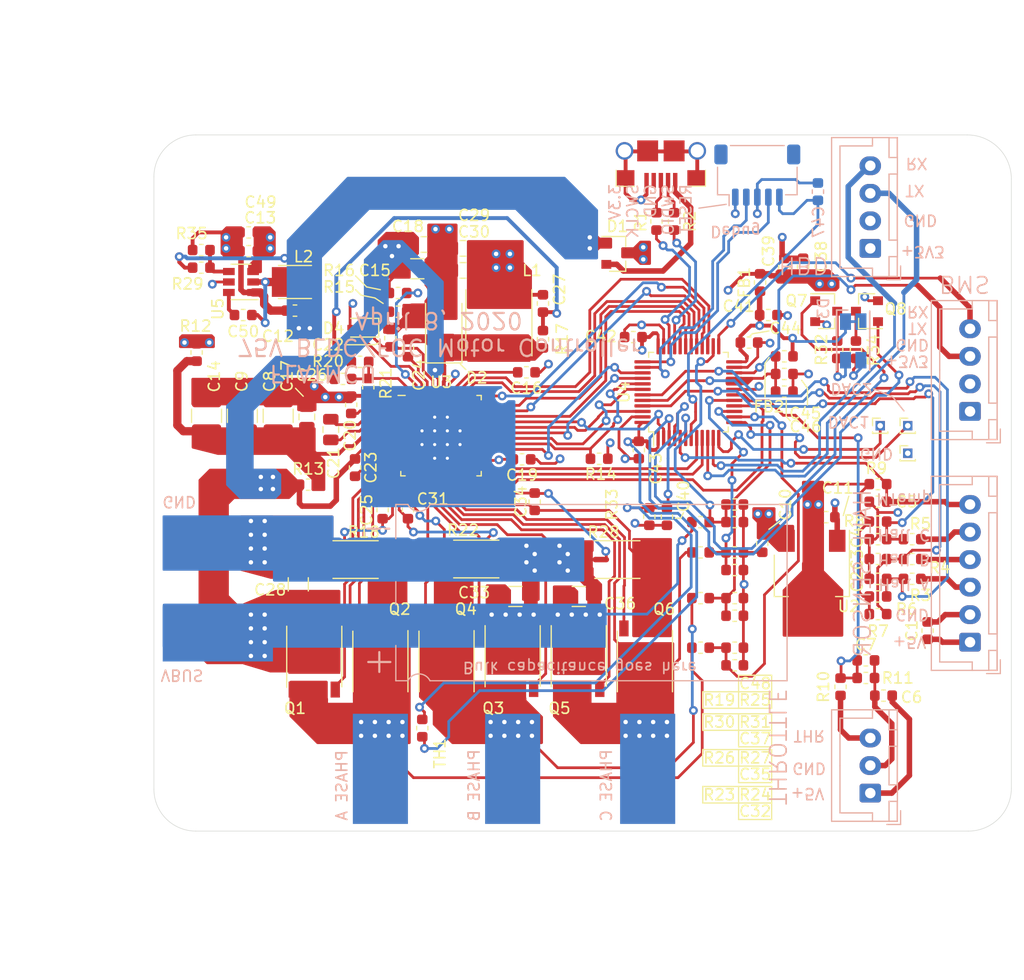
<source format=kicad_pcb>
(kicad_pcb (version 20171130) (host pcbnew "(5.1.2)-2")
  (layers (0 F.Cu signal) (1 In1.Cu signal) (2 In2.Cu signal) (31 B.Cu signal) (34 B.Paste user) (35 F.Paste user) (36 B.SilkS user) (37 F.SilkS user) (38 B.Mask user) (39 F.Mask user) (44 Edge.Cuts user))
  (net 0 "")
  (net 1 GND)
  (net 2 +5V)
  (net 3 /HallA)
  (net 4 /HallB)
  (net 5 /HallC)
  (net 6 /MotorTemp)
  (net 7 /Throttle)
  (net 8 +12V)
  (net 9 +3V3)
  (net 10 VBUS)
  (net 11 "/ThreePhaseBridge and Power/Vm")
  (net 12 "Net-(C16-Pad2)")
  (net 13 "Net-(C20-Pad2)")
  (net 14 "Net-(C21-Pad2)")
  (net 15 "Net-(C21-Pad1)")
  (net 16 "Net-(C23-Pad2)")
  (net 17 "/ThreePhaseBridge and Power/SPA")
  (net 18 "/ThreePhaseBridge and Power/SNA")
  (net 19 "Net-(C26-Pad2)")
  (net 20 "/ThreePhaseBridge and Power/SNB")
  (net 21 "/ThreePhaseBridge and Power/SPB")
  (net 22 /MCU/VA)
  (net 23 "/ThreePhaseBridge and Power/SPC")
  (net 24 "/ThreePhaseBridge and Power/SNC")
  (net 25 /MCU/VB)
  (net 26 /MCU/VC)
  (net 27 /MCU/FET_Temp)
  (net 28 /MCU/3V3_MCU)
  (net 29 /MCU/3V3_MCU_A)
  (net 30 /MCU/Rst)
  (net 31 /USB_Vbus)
  (net 32 "Net-(D3-Pad4)")
  (net 33 "Net-(D3-Pad3)")
  (net 34 "Net-(J1-Pad3)")
  (net 35 "Net-(J1-Pad4)")
  (net 36 "Net-(J1-Pad5)")
  (net 37 "Net-(J2-Pad2)")
  (net 38 "Net-(J2-Pad4)")
  (net 39 "Net-(J2-Pad3)")
  (net 40 "Net-(J3-Pad3)")
  (net 41 "/ThreePhaseBridge and Power/PHASE_A")
  (net 42 "/ThreePhaseBridge and Power/PHASE_B")
  (net 43 "/ThreePhaseBridge and Power/PHASE_C")
  (net 44 /MCU/SWCLK)
  (net 45 /MCU/SWDIO)
  (net 46 /MCU/TX_HBD)
  (net 47 /MCU/RX_HBD)
  (net 48 /MCU/RX_BMS)
  (net 49 /MCU/TX_BMS)
  (net 50 "/ThreePhaseBridge and Power/GHA")
  (net 51 "/ThreePhaseBridge and Power/GLA")
  (net 52 "/ThreePhaseBridge and Power/GHB")
  (net 53 "/ThreePhaseBridge and Power/GLB")
  (net 54 "/ThreePhaseBridge and Power/GHC")
  (net 55 "/ThreePhaseBridge and Power/GLC")
  (net 56 /MCU/RLED_Gate)
  (net 57 "Net-(Q7-Pad3)")
  (net 58 /MCU/GLED_Gate)
  (net 59 "Net-(Q8-Pad3)")
  (net 60 /MCU/USB_D+)
  (net 61 /MCU/USB_D-)
  (net 62 /MCU/DRV_MISO)
  (net 63 /MCU/DAC1)
  (net 64 /MCU/DAC2)
  (net 65 "/ThreePhaseBridge and Power/CUR_A")
  (net 66 "/ThreePhaseBridge and Power/CUR_B")
  (net 67 "/ThreePhaseBridge and Power/CUR_C")
  (net 68 "/ThreePhaseBridge and Power/FAULT")
  (net 69 /MCU/DRV_MOSI)
  (net 70 /MCU/DRV_SCK)
  (net 71 /MCU/DRV_CS)
  (net 72 /MCU/DRV_EN)
  (net 73 "/ThreePhaseBridge and Power/INHA")
  (net 74 "/ThreePhaseBridge and Power/INLA")
  (net 75 "/ThreePhaseBridge and Power/INHB")
  (net 76 "/ThreePhaseBridge and Power/INLB")
  (net 77 "/ThreePhaseBridge and Power/INHC")
  (net 78 "/ThreePhaseBridge and Power/INLC")
  (net 79 "/ThreePhaseBridge and Power/Buckvcc")
  (net 80 "/ThreePhaseBridge and Power/BST")
  (net 81 "/ThreePhaseBridge and Power/SW")
  (net 82 "/ThreePhaseBridge and Power/FB")
  (net 83 "/ThreePhaseBridge and Power/Rcl")
  (net 84 "/ThreePhaseBridge and Power/RT")
  (net 85 /VbusSense)
  (net 86 /5V_BUCK_OUT)
  (net 87 "Net-(C50-Pad2)")
  (net 88 "Net-(C50-Pad1)")
  (net 89 "Net-(R29-Pad2)")
  (module Capacitor_SMD:C_1210_3225Metric (layer F.Cu) (at 29.775 50.5 90)
    (fp_text reference C14 (at 3.575 0.7 90) (layer F.SilkS))
    (fp_text value 4.7u)
    (pad 2 smd roundrect (at 1.4 0 90) (size 1.25 2.65) (layers F.Cu F.Paste F.Mask) (roundrect_rratio 0.2) (net 1 GND))
    (pad 1 smd roundrect (at -1.4 0 90) (size 1.25 2.65) (layers F.Cu F.Paste F.Mask) (roundrect_rratio 0.2) (net 11 "/ThreePhaseBridge and Power/Vm"))
  )
  (module Capacitor_SMD:C_1210_3225Metric (layer F.Cu) (at 33.025 50.5 90)
    (fp_text reference C9 (at 3.125 -0.05 90) (layer F.SilkS))
    (fp_text value 4.7u)
    (pad 2 smd roundrect (at 1.4 0 90) (size 1.25 2.65) (layers F.Cu F.Paste F.Mask) (roundrect_rratio 0.2) (net 1 GND))
    (pad 1 smd roundrect (at -1.4 0 90) (size 1.25 2.65) (layers F.Cu F.Paste F.Mask) (roundrect_rratio 0.2) (net 11 "/ThreePhaseBridge and Power/Vm"))
  )
  (module Capacitor_SMD:C_1210_3225Metric (layer F.Cu) (at 36.275 50.5 90)
    (fp_text reference C8 (at 3.125 -0.775 90) (layer F.SilkS))
    (fp_text value 1u)
    (pad 2 smd roundrect (at 1.4 0 90) (size 1.25 2.65) (layers F.Cu F.Paste F.Mask) (roundrect_rratio 0.2) (net 1 GND))
    (pad 1 smd roundrect (at -1.4 0 90) (size 1.25 2.65) (layers F.Cu F.Paste F.Mask) (roundrect_rratio 0.2) (net 11 "/ThreePhaseBridge and Power/Vm"))
  )
  (module Connector_PinHeader_1.00mm:PinHeader_1x01_P1.00mm_Vertical (layer F.Cu) (at 90.9 51.4)
    (fp_text reference TP1 hide)
    (fp_text value TestPoint)
    (pad 1 thru_hole rect (at 0 0) (size 0.85 0.85) (drill 0.5) (layers *.Cu *.Mask) (net 63 /MCU/DAC1))
  )
  (module Connector_PinHeader_1.00mm:PinHeader_1x01_P1.00mm_Vertical (layer F.Cu) (at 93.4 51.4)
    (fp_text reference TP2 hide)
    (fp_text value TestPoint)
    (pad 1 thru_hole rect (at 0 0) (size 0.85 0.85) (drill 0.5) (layers *.Cu *.Mask) (net 64 /MCU/DAC2))
  )
  (module Connector_PinHeader_1.00mm:PinHeader_1x01_P1.00mm_Vertical (layer F.Cu) (at 93.4 53.9)
    (fp_text reference TP3 hide)
    (fp_text value TestPoint)
    (pad 1 thru_hole rect (at 0 0) (size 0.85 0.85) (drill 0.5) (layers *.Cu *.Mask) (net 1 GND))
  )
  (module Custom:TI-RGZ-48-QFN (layer F.Cu) (at 51.05 52.3)
    (fp_text reference U3 (at 0.025 -4.85) (layer F.SilkS))
    (fp_text value DRV8353RS)
    (pad 48 smd roundrect (at -2.75 -3.5) (size 0.24 0.8) (layers F.Cu F.Paste F.Mask) (net 82 "/ThreePhaseBridge and Power/FB"))
    (pad 47 smd roundrect (at -2.25 -3.5) (size 0.24 0.8) (layers F.Cu F.Paste F.Mask) (net 84 "/ThreePhaseBridge and Power/RT"))
    (pad 46 smd roundrect (at -1.75 -3.5) (size 0.24 0.8) (layers F.Cu F.Paste F.Mask) (net 83 "/ThreePhaseBridge and Power/Rcl"))
    (pad 45 smd roundrect (at -1.25 -3.5) (size 0.24 0.8) (layers F.Cu F.Paste F.Mask) (net 80 "/ThreePhaseBridge and Power/BST"))
    (pad 44 smd roundrect (at -0.75 -3.5) (size 0.24 0.8) (layers F.Cu F.Paste F.Mask) (net 79 "/ThreePhaseBridge and Power/Buckvcc"))
    (pad 43 smd roundrect (at -0.25 -3.5) (size 0.24 0.8) (layers F.Cu F.Paste F.Mask) (net 10 VBUS))
    (pad 42 smd roundrect (at 0.25 -3.5) (size 0.24 0.8) (layers F.Cu F.Paste F.Mask) (net 81 "/ThreePhaseBridge and Power/SW"))
    (pad 41 smd roundrect (at 0.75 -3.5) (size 0.24 0.8) (layers F.Cu F.Paste F.Mask) (net 1 GND))
    (pad 40 smd roundrect (at 1.25 -3.5) (size 0.24 0.8) (layers F.Cu F.Paste F.Mask) (net 12 "Net-(C16-Pad2)"))
    (pad 39 smd roundrect (at 1.75 -3.5) (size 0.24 0.8) (layers F.Cu F.Paste F.Mask) (net 78 "/ThreePhaseBridge and Power/INLC"))
    (pad 38 smd roundrect (at 2.25 -3.5) (size 0.24 0.8) (layers F.Cu F.Paste F.Mask) (net 77 "/ThreePhaseBridge and Power/INHC"))
    (pad 36 smd roundrect (at 3.5 -2.75 90) (size 0.24 0.8) (layers F.Cu F.Paste F.Mask) (net 75 "/ThreePhaseBridge and Power/INHB"))
    (pad 35 smd roundrect (at 3.5 -2.25 90) (size 0.24 0.8) (layers F.Cu F.Paste F.Mask) (net 74 "/ThreePhaseBridge and Power/INLA"))
    (pad 34 smd roundrect (at 3.5 -1.75 90) (size 0.24 0.8) (layers F.Cu F.Paste F.Mask) (net 73 "/ThreePhaseBridge and Power/INHA"))
    (pad 33 smd roundrect (at 3.5 -1.25 90) (size 0.24 0.8) (layers F.Cu F.Paste F.Mask) (net 72 /MCU/DRV_EN))
    (pad 32 smd roundrect (at 3.5 -0.75 90) (size 0.24 0.8) (layers F.Cu F.Paste F.Mask) (net 71 /MCU/DRV_CS))
    (pad 31 smd roundrect (at 3.5 -0.25 90) (size 0.24 0.8) (layers F.Cu F.Paste F.Mask) (net 70 /MCU/DRV_SCK))
    (pad 30 smd roundrect (at 3.5 0.25 90) (size 0.24 0.8) (layers F.Cu F.Paste F.Mask) (net 69 /MCU/DRV_MOSI))
    (pad 29 smd roundrect (at 3.5 0.75 90) (size 0.24 0.8) (layers F.Cu F.Paste F.Mask) (net 62 /MCU/DRV_MISO))
    (pad 28 smd roundrect (at 3.5 1.25 90) (size 0.24 0.8) (layers F.Cu F.Paste F.Mask) (net 68 "/ThreePhaseBridge and Power/FAULT"))
    (pad 27 smd roundrect (at 3.5 1.75 90) (size 0.24 0.8) (layers F.Cu F.Paste F.Mask) (net 1 GND))
    (pad 26 smd roundrect (at 3.5 2.25 90) (size 0.24 0.8) (layers F.Cu F.Paste F.Mask) (net 9 +3V3))
    (pad 24 smd roundrect (at 2.75 3.5) (size 0.24 0.8) (layers F.Cu F.Paste F.Mask) (net 66 "/ThreePhaseBridge and Power/CUR_B"))
    (pad 23 smd roundrect (at 2.25 3.5) (size 0.24 0.8) (layers F.Cu F.Paste F.Mask) (net 65 "/ThreePhaseBridge and Power/CUR_A"))
    (pad 22 smd roundrect (at 1.75 3.5) (size 0.24 0.8) (layers F.Cu F.Paste F.Mask) (net 24 "/ThreePhaseBridge and Power/SNC"))
    (pad 21 smd roundrect (at 1.25 3.5) (size 0.24 0.8) (layers F.Cu F.Paste F.Mask) (net 23 "/ThreePhaseBridge and Power/SPC"))
    (pad 20 smd roundrect (at 0.75 3.5) (size 0.24 0.8) (layers F.Cu F.Paste F.Mask) (net 55 "/ThreePhaseBridge and Power/GLC"))
    (pad 19 smd roundrect (at 0.25 3.5) (size 0.24 0.8) (layers F.Cu F.Paste F.Mask) (net 43 "/ThreePhaseBridge and Power/PHASE_C"))
    (pad 18 smd roundrect (at -0.25 3.5) (size 0.24 0.8) (layers F.Cu F.Paste F.Mask) (net 54 "/ThreePhaseBridge and Power/GHC"))
    (pad 17 smd roundrect (at -0.75 3.5) (size 0.24 0.8) (layers F.Cu F.Paste F.Mask) (net 52 "/ThreePhaseBridge and Power/GHB"))
    (pad 16 smd roundrect (at -1.25 3.5) (size 0.24 0.8) (layers F.Cu F.Paste F.Mask) (net 42 "/ThreePhaseBridge and Power/PHASE_B"))
    (pad 15 smd roundrect (at -1.75 3.5) (size 0.24 0.8) (layers F.Cu F.Paste F.Mask) (net 53 "/ThreePhaseBridge and Power/GLB"))
    (pad 14 smd roundrect (at -2.25 3.5) (size 0.24 0.8) (layers F.Cu F.Paste F.Mask) (net 21 "/ThreePhaseBridge and Power/SPB"))
    (pad 12 smd roundrect (at -3.5 2.75 90) (size 0.24 0.8) (layers F.Cu F.Paste F.Mask) (net 18 "/ThreePhaseBridge and Power/SNA"))
    (pad 11 smd roundrect (at -3.5 2.25 90) (size 0.24 0.8) (layers F.Cu F.Paste F.Mask) (net 17 "/ThreePhaseBridge and Power/SPA"))
    (pad 10 smd roundrect (at -3.5 1.75 90) (size 0.24 0.8) (layers F.Cu F.Paste F.Mask) (net 51 "/ThreePhaseBridge and Power/GLA"))
    (pad 9 smd roundrect (at -3.5 1.25 90) (size 0.24 0.8) (layers F.Cu F.Paste F.Mask) (net 41 "/ThreePhaseBridge and Power/PHASE_A"))
    (pad 8 smd roundrect (at -3.5 0.75 90) (size 0.24 0.8) (layers F.Cu F.Paste F.Mask) (net 50 "/ThreePhaseBridge and Power/GHA"))
    (pad 7 smd roundrect (at -3.5 0.25 90) (size 0.24 0.8) (layers F.Cu F.Paste F.Mask) (net 16 "Net-(C23-Pad2)"))
    (pad 6 smd roundrect (at -3.5 -0.25 90) (size 0.24 0.8) (layers F.Cu F.Paste F.Mask) (net 10 VBUS))
    (pad 5 smd roundrect (at -3.5 -0.75 90) (size 0.24 0.8) (layers F.Cu F.Paste F.Mask) (net 11 "/ThreePhaseBridge and Power/Vm"))
    (pad 4 smd roundrect (at -3.5 -1.25 90) (size 0.24 0.8) (layers F.Cu F.Paste F.Mask) (net 15 "Net-(C21-Pad1)"))
    (pad 3 smd roundrect (at -3.5 -1.75 90) (size 0.24 0.8) (layers F.Cu F.Paste F.Mask) (net 14 "Net-(C21-Pad2)"))
    (pad 2 smd roundrect (at -3.5 -2.25 90) (size 0.24 0.8) (layers F.Cu F.Paste F.Mask) (net 13 "Net-(C20-Pad2)"))
    (pad 49 smd rect (at 0 0.188) (size 4.6 4.975) (layers F.Cu F.Paste F.Mask) (net 1 GND))
    (pad 49 thru_hole circle (at 1.725 0.809875) (size 0.575 0.575) (drill 0.2875) (layers *.Cu *.Mask) (net 1 GND))
    (pad 49 thru_hole circle (at 1.725 -0.433875) (size 0.575 0.575) (drill 0.2875) (layers *.Cu *.Mask) (net 1 GND))
    (pad 49 thru_hole circle (at 0.575 2.053625) (size 0.575 0.575) (drill 0.2875) (layers *.Cu *.Mask) (net 1 GND))
    (pad 49 thru_hole circle (at 0.575 0.809875) (size 0.575 0.575) (drill 0.2875) (layers *.Cu *.Mask) (net 1 GND))
    (pad 49 thru_hole circle (at 0.575 -0.433875) (size 0.575 0.575) (drill 0.2875) (layers *.Cu *.Mask) (net 1 GND))
    (pad 49 thru_hole circle (at 0.575 -1.677625) (size 0.575 0.575) (drill 0.2875) (layers *.Cu *.Mask) (net 1 GND))
    (pad 49 thru_hole circle (at -0.575 2.053625) (size 0.575 0.575) (drill 0.2875) (layers *.Cu *.Mask) (net 1 GND))
    (pad 49 thru_hole circle (at -0.575 0.809875) (size 0.575 0.575) (drill 0.2875) (layers *.Cu *.Mask) (net 1 GND))
    (pad 49 thru_hole circle (at -0.575 -0.433875) (size 0.575 0.575) (drill 0.2875) (layers *.Cu *.Mask) (net 1 GND))
    (pad 49 thru_hole circle (at -0.575 -1.677625) (size 0.575 0.575) (drill 0.2875) (layers *.Cu *.Mask) (net 1 GND))
    (pad 49 thru_hole circle (at -1.725 0.809875) (size 0.575 0.575) (drill 0.2875) (layers *.Cu *.Mask) (net 1 GND))
    (pad 49 thru_hole circle (at -1.725 -0.433875) (size 0.575 0.575) (drill 0.2875) (layers *.Cu *.Mask) (net 1 GND))
    (pad 37 smd roundrect (at 2.75 -3.5) (size 0.24 0.8) (layers F.Cu F.Paste F.Mask) (net 76 "/ThreePhaseBridge and Power/INLB"))
    (pad 25 smd roundrect (at 3.5 2.75 90) (size 0.24 0.8) (layers F.Cu F.Paste F.Mask) (net 67 "/ThreePhaseBridge and Power/CUR_C"))
    (pad 13 smd roundrect (at -2.75 3.5) (size 0.24 0.8) (layers F.Cu F.Paste F.Mask) (net 20 "/ThreePhaseBridge and Power/SNB"))
    (pad 1 smd roundrect (at -3.5 -2.75 90) (size 0.24 0.8) (layers F.Cu F.Paste F.Mask) (net 1 GND))
  )
  (module Connector_JST:JST_SH_SM05B-SRSS-TB_1x05-1MP_P1.00mm_Horizontal (layer B.Cu) (at 79.75 28.65)
    (fp_text reference J7 hide)
    (fp_text value "SW Debug")
    (pad MP smd roundrect (at 3.3 -1.875) (size 1.2 1.8) (layers B.Cu B.Paste B.Mask) (roundrect_rratio 0.208333))
    (pad MP smd roundrect (at -3.3 -1.875) (size 1.2 1.8) (layers B.Cu B.Paste B.Mask) (roundrect_rratio 0.208333))
    (pad 5 smd roundrect (at 2 2) (size 0.6 1.55) (layers B.Cu B.Paste B.Mask) (net 30 /MCU/Rst))
    (pad 4 smd roundrect (at 1 2) (size 0.6 1.55) (layers B.Cu B.Paste B.Mask) (net 45 /MCU/SWDIO))
    (pad 3 smd roundrect (at 0 2) (size 0.6 1.55) (layers B.Cu B.Paste B.Mask) (net 1 GND))
    (pad 2 smd roundrect (at -1 2) (size 0.6 1.55) (layers B.Cu B.Paste B.Mask) (net 44 /MCU/SWCLK))
    (pad 1 smd roundrect (at -2 2) (size 0.6 1.55) (layers B.Cu B.Paste B.Mask) (net 28 /MCU/3V3_MCU))
  )
  (module MountingHole:MountingHole_3.2mm_M3 (layer F.Cu) (at 28.8 84.3)
    (fp_text reference H4 hide)
    (fp_text value MountingHole)
    (pad 1 np_thru_hole circle (at 0 0) (size 3.2 3.2) (drill 3.2) (layers *.Cu *.Mask))
  )
  (module MountingHole:MountingHole_3.2mm_M3 (layer F.Cu) (at 28.8 28.8)
    (fp_text reference H3 hide)
    (fp_text value MountingHole)
    (pad 1 np_thru_hole circle (at 0 0) (size 3.2 3.2) (drill 3.2) (layers *.Cu *.Mask))
  )
  (module MountingHole:MountingHole_3.2mm_M3 (layer F.Cu) (at 98.8 84.3)
    (fp_text reference H2 hide)
    (fp_text value MountingHole)
    (pad 1 np_thru_hole circle (at 0 0) (size 3.2 3.2) (drill 3.2) (layers *.Cu *.Mask))
  )
  (module MountingHole:MountingHole_3.2mm_M3 (layer F.Cu) (at 98.8 28.8)
    (fp_text reference H1 hide)
    (fp_text value MountingHole)
    (pad 1 np_thru_hole circle (at 0 0) (size 3.2 3.2) (drill 3.2) (layers *.Cu *.Mask))
  )
  (module Custom:USB_Micro_B_Female_10118193-0001LF (layer F.Cu) (at 71 26.45 180)
    (fp_text reference J2 hide)
    (fp_text value USB_B_Micro)
    (pad 6 smd rect (at 1.2 0 180) (size 1.9 1.9) (layers F.Cu F.Paste F.Mask) (net 1 GND))
    (pad 6 smd rect (at -1.2 0 180) (size 1.9 1.9) (layers F.Cu F.Paste F.Mask) (net 1 GND))
    (pad 6 smd rect (at 3.2 -2.45 180) (size 1.6 1.4) (layers F.Cu F.Paste F.Mask) (net 1 GND))
    (pad 6 smd rect (at -3.2 -2.45 180) (size 1.6 1.4) (layers F.Cu F.Paste F.Mask) (net 1 GND))
    (pad 6 thru_hole circle (at -3.3 0 180) (size 1.6 1.6) (drill 1.2) (layers *.Cu *.Mask) (net 1 GND))
    (pad 6 thru_hole circle (at 3.3 0 180) (size 1.6 1.6) (drill 1.2) (layers *.Cu *.Mask) (net 1 GND))
    (pad 1 smd rect (at -1.3 -2.675 180) (size 0.4 1.35) (layers F.Cu F.Paste F.Mask) (net 31 /USB_Vbus))
    (pad 2 smd rect (at -0.65 -2.675 180) (size 0.4 1.35) (layers F.Cu F.Paste F.Mask) (net 37 "Net-(J2-Pad2)"))
    (pad 5 smd rect (at 1.3 -2.675 180) (size 0.4 1.35) (layers F.Cu F.Paste F.Mask) (net 1 GND))
    (pad 4 smd rect (at 0.65 -2.675 180) (size 0.4 1.35) (layers F.Cu F.Paste F.Mask) (net 38 "Net-(J2-Pad4)"))
    (pad 3 smd rect (at 0 -2.675 180) (size 0.4 1.35) (layers F.Cu F.Paste F.Mask) (net 39 "Net-(J2-Pad3)"))
  )
  (module Package_TO_SOT_SMD:SOT-23-6 (layer F.Cu) (at 32.9 38.35 180)
    (fp_text reference U5 (at 2.1 -2.45 270) (layer F.SilkS))
    (fp_text value TPS563240)
    (pad 5 smd rect (at 1.1 0 180) (size 1.06 0.65) (layers F.Cu F.Paste F.Mask) (net 8 +12V))
    (pad 6 smd rect (at 1.1 -0.95 180) (size 1.06 0.65) (layers F.Cu F.Paste F.Mask) (net 88 "Net-(C50-Pad1)"))
    (pad 4 smd rect (at 1.1 0.95 180) (size 1.06 0.65) (layers F.Cu F.Paste F.Mask) (net 89 "Net-(R29-Pad2)"))
    (pad 3 smd rect (at -1.1 0.95 180) (size 1.06 0.65) (layers F.Cu F.Paste F.Mask) (net 8 +12V))
    (pad 2 smd rect (at -1.1 0 180) (size 1.06 0.65) (layers F.Cu F.Paste F.Mask) (net 87 "Net-(C50-Pad2)"))
    (pad 1 smd rect (at -1.1 -0.95 180) (size 1.06 0.65) (layers F.Cu F.Paste F.Mask) (net 1 GND))
  )
  (module Resistor_SMD:R_0603_1608Metric (layer F.Cu) (at 29.3 35.45)
    (fp_text reference R35 (at -0.875 -1.5) (layer F.SilkS))
    (fp_text value 10k)
    (pad 2 smd roundrect (at 0.7875 0) (size 0.875 0.95) (layers F.Cu F.Paste F.Mask) (net 89 "Net-(R29-Pad2)"))
    (pad 1 smd roundrect (at -0.7875 0) (size 0.875 0.95) (layers F.Cu F.Paste F.Mask) (net 1 GND))
  )
  (module Resistor_SMD:R_0603_1608Metric (layer F.Cu) (at 29.3 37.05)
    (fp_text reference R29 (at -1.25 1.475) (layer F.SilkS))
    (fp_text value 73.2k)
    (pad 2 smd roundrect (at 0.7875 0) (size 0.875 0.95) (layers F.Cu F.Paste F.Mask) (net 89 "Net-(R29-Pad2)"))
    (pad 1 smd roundrect (at -0.7875 0) (size 0.875 0.95) (layers F.Cu F.Paste F.Mask) (net 86 /5V_BUCK_OUT))
  )
  (module Custom:Bourns_SRN3015 (layer F.Cu) (at 37.8 38.35 180)
    (fp_text reference L2 (at -0.775 2.3) (layer F.SilkS))
    (fp_text value 1.5u)
    (pad 2 smd rect (at 1.35 0 180) (size 1.5 2.7) (layers F.Cu F.Paste F.Mask) (net 87 "Net-(C50-Pad2)"))
    (pad 1 smd rect (at -1.35 0 180) (size 1.5 2.7) (layers F.Cu F.Paste F.Mask) (net 86 /5V_BUCK_OUT))
  )
  (module Capacitor_SMD:C_0603_1608Metric (layer F.Cu) (at 33.1 41.35)
    (fp_text reference C50 (at 0 1.5) (layer F.SilkS))
    (fp_text value 100n)
    (pad 2 smd roundrect (at 0.7875 0) (size 0.875 0.95) (layers F.Cu F.Paste F.Mask) (net 87 "Net-(C50-Pad2)"))
    (pad 1 smd roundrect (at -0.7875 0) (size 0.875 0.95) (layers F.Cu F.Paste F.Mask) (net 88 "Net-(C50-Pad1)"))
  )
  (module Capacitor_SMD:C_0603_1608Metric (layer F.Cu) (at 33.6 33.85 180)
    (fp_text reference C49 (at -1.075 2.75) (layer F.SilkS))
    (fp_text value 100n)
    (pad 2 smd roundrect (at 0.7875 0 180) (size 0.875 0.95) (layers F.Cu F.Paste F.Mask) (net 1 GND))
    (pad 1 smd roundrect (at -0.7875 0 180) (size 0.875 0.95) (layers F.Cu F.Paste F.Mask) (net 8 +12V))
  )
  (module Capacitor_SMD:C_0603_1608Metric (layer F.Cu) (at 33.6 35.55 180)
    (fp_text reference C13 (at -1.05 3.025) (layer F.SilkS))
    (fp_text value 1u)
    (pad 2 smd roundrect (at 0.7875 0 180) (size 0.875 0.95) (layers F.Cu F.Paste F.Mask) (net 1 GND))
    (pad 1 smd roundrect (at -0.7875 0 180) (size 0.875 0.95) (layers F.Cu F.Paste F.Mask) (net 8 +12V))
  )
  (module Capacitor_SMD:C_0603_1608Metric (layer F.Cu) (at 37.8 40.95 180)
    (fp_text reference C12 (at 1.55 -2.325) (layer F.SilkS))
    (fp_text value 10u)
    (pad 2 smd roundrect (at 0.7875 0 180) (size 0.875 0.95) (layers F.Cu F.Paste F.Mask) (net 1 GND))
    (pad 1 smd roundrect (at -0.7875 0 180) (size 0.875 0.95) (layers F.Cu F.Paste F.Mask) (net 86 /5V_BUCK_OUT))
  )
  (module Resistor_SMD:R_0603_1608Metric (layer F.Cu) (at 77.7 60.15)
    (fp_text reference R25 (at 1.85 16.15) (layer F.SilkS))
    (fp_text value 4.02k)
    (pad 2 smd roundrect (at 0.7875 0) (size 0.875 0.95) (layers F.Cu F.Paste F.Mask) (net 1 GND))
    (pad 1 smd roundrect (at -0.7875 0) (size 0.875 0.95) (layers F.Cu F.Paste F.Mask) (net 85 /VbusSense))
  )
  (module Resistor_SMD:R_0603_1608Metric (layer F.Cu) (at 74.6 60.15 180)
    (fp_text reference R19 (at -1.7 -16.15) (layer F.SilkS))
    (fp_text value 100k)
    (pad 2 smd roundrect (at 0.7875 0 180) (size 0.875 0.95) (layers F.Cu F.Paste F.Mask) (net 10 VBUS))
    (pad 1 smd roundrect (at -0.7875 0 180) (size 0.875 0.95) (layers F.Cu F.Paste F.Mask) (net 85 /VbusSense))
  )
  (module Capacitor_SMD:C_0603_1608Metric (layer F.Cu) (at 77.7 58.55)
    (fp_text reference C48 (at 1.85 16.25) (layer F.SilkS))
    (fp_text value 1n)
    (pad 2 smd roundrect (at 0.7875 0) (size 0.875 0.95) (layers F.Cu F.Paste F.Mask) (net 1 GND))
    (pad 1 smd roundrect (at -0.7875 0) (size 0.875 0.95) (layers F.Cu F.Paste F.Mask) (net 85 /VbusSense))
  )
  (module Connector_JST:JST_XH_B6B-XH-A_1x06_P2.50mm_Vertical (layer B.Cu) (at 99.05 71.05 90)
    (fp_text reference J1 hide)
    (fp_text value Hall)
    (pad 6 thru_hole oval (at 12.5 0 90) (size 1.7 1.95) (drill 0.95) (layers *.Cu *.Mask) (net 6 /MotorTemp))
    (pad 5 thru_hole oval (at 10 0 90) (size 1.7 1.95) (drill 0.95) (layers *.Cu *.Mask) (net 36 "Net-(J1-Pad5)"))
    (pad 4 thru_hole oval (at 7.5 0 90) (size 1.7 1.95) (drill 0.95) (layers *.Cu *.Mask) (net 35 "Net-(J1-Pad4)"))
    (pad 3 thru_hole oval (at 5 0 90) (size 1.7 1.95) (drill 0.95) (layers *.Cu *.Mask) (net 34 "Net-(J1-Pad3)"))
    (pad 2 thru_hole oval (at 2.5 0 90) (size 1.7 1.95) (drill 0.95) (layers *.Cu *.Mask) (net 1 GND))
    (pad 1 thru_hole roundrect (at 0 0 90) (size 1.7 1.95) (drill 0.95) (layers *.Cu *.Mask) (roundrect_rratio 0.147059) (net 2 +5V))
  )
  (module Capacitor_SMD:C_0603_1608Metric (layer F.Cu) (at 95.2 70 90)
    (fp_text reference C1 (at 0 -1.43 90) (layer F.SilkS))
    (fp_text value 100n)
    (pad 2 smd roundrect (at 0.7875 0 90) (size 0.875 0.95) (layers F.Cu F.Paste F.Mask) (net 1 GND))
    (pad 1 smd roundrect (at -0.7875 0 90) (size 0.875 0.95) (layers F.Cu F.Paste F.Mask) (net 2 +5V))
  )
  (module Capacitor_SMD:C_0603_1608Metric (layer F.Cu) (at 90.7 65.3 180)
    (fp_text reference C2 (at 1.9 -0.25 90) (layer F.SilkS))
    (fp_text value 1n)
    (pad 2 smd roundrect (at 0.7875 0 180) (size 0.875 0.95) (layers F.Cu F.Paste F.Mask) (net 1 GND))
    (pad 1 smd roundrect (at -0.7875 0 180) (size 0.875 0.95) (layers F.Cu F.Paste F.Mask) (net 3 /HallA))
  )
  (module Capacitor_SMD:C_0603_1608Metric (layer F.Cu) (at 90.7 63.5 180)
    (fp_text reference C3 (at 1.9 -0.05 90) (layer F.SilkS))
    (fp_text value 1n)
    (pad 2 smd roundrect (at 0.7875 0 180) (size 0.875 0.95) (layers F.Cu F.Paste F.Mask) (net 1 GND))
    (pad 1 smd roundrect (at -0.7875 0 180) (size 0.875 0.95) (layers F.Cu F.Paste F.Mask) (net 4 /HallB))
  )
  (module Capacitor_SMD:C_0603_1608Metric (layer F.Cu) (at 90.7 61.7 180)
    (fp_text reference C4 (at 1.9 0.15 90) (layer F.SilkS))
    (fp_text value 1n)
    (pad 2 smd roundrect (at 0.7875 0 180) (size 0.875 0.95) (layers F.Cu F.Paste F.Mask) (net 1 GND))
    (pad 1 smd roundrect (at -0.7875 0 180) (size 0.875 0.95) (layers F.Cu F.Paste F.Mask) (net 5 /HallC))
  )
  (module Capacitor_SMD:C_0603_1608Metric (layer F.Cu) (at 90.7 58.3 180)
    (fp_text reference C5 (at -2.6 0) (layer F.SilkS))
    (fp_text value 1n)
    (pad 1 smd roundrect (at -0.7875 0 180) (size 0.875 0.95) (layers F.Cu F.Paste F.Mask) (net 6 /MotorTemp))
    (pad 2 smd roundrect (at 0.7875 0 180) (size 0.875 0.95) (layers F.Cu F.Paste F.Mask) (net 1 GND))
  )
  (module Capacitor_SMD:C_0603_1608Metric (layer F.Cu) (at 91.2 75.9 180)
    (fp_text reference C6 (at -2.55 -0.15) (layer F.SilkS))
    (fp_text value 100n)
    (pad 1 smd roundrect (at -0.7875 0 180) (size 0.875 0.95) (layers F.Cu F.Paste F.Mask) (net 2 +5V))
    (pad 2 smd roundrect (at 0.7875 0 180) (size 0.875 0.95) (layers F.Cu F.Paste F.Mask) (net 1 GND))
  )
  (module Capacitor_SMD:C_0603_1608Metric (layer F.Cu) (at 89.6 72.7)
    (fp_text reference C7 (at 0 -1.43) (layer F.SilkS))
    (fp_text value 1n)
    (pad 1 smd roundrect (at -0.7875 0) (size 0.875 0.95) (layers F.Cu F.Paste F.Mask) (net 7 /Throttle))
    (pad 2 smd roundrect (at 0.7875 0) (size 0.875 0.95) (layers F.Cu F.Paste F.Mask) (net 1 GND))
  )
  (module Capacitor_SMD:C_0603_1608Metric (layer F.Cu) (at 80.2 62.1 270)
    (fp_text reference C10 (at -3.55 -2.1 90) (layer F.SilkS))
    (fp_text value 100n)
    (pad 2 smd roundrect (at 0.7875 0 270) (size 0.875 0.95) (layers F.Cu F.Paste F.Mask) (net 1 GND))
    (pad 1 smd roundrect (at -0.7875 0 270) (size 0.875 0.95) (layers F.Cu F.Paste F.Mask) (net 2 +5V))
  )
  (module Capacitor_SMD:C_0603_1608Metric (layer F.Cu) (at 86 59.7)
    (fp_text reference C11 (at 1.05 -2.65) (layer F.SilkS))
    (fp_text value 1u)
    (pad 1 smd roundrect (at -0.7875 0) (size 0.875 0.95) (layers F.Cu F.Paste F.Mask) (net 9 +3V3))
    (pad 2 smd roundrect (at 0.7875 0) (size 0.875 0.95) (layers F.Cu F.Paste F.Mask) (net 1 GND))
  )
  (module Capacitor_SMD:C_1206_3216Metric (layer F.Cu) (at 48.9 37.15 180)
    (fp_text reference C15 (at 3.85 -0.15) (layer F.SilkS))
    (fp_text value 1u)
    (pad 2 smd roundrect (at 1.4 0 180) (size 1.25 1.75) (layers F.Cu F.Paste F.Mask) (roundrect_rratio 0.2) (net 10 VBUS))
    (pad 1 smd roundrect (at -1.4 0 180) (size 1.25 1.75) (layers F.Cu F.Paste F.Mask) (roundrect_rratio 0.2) (net 1 GND))
  )
  (module Capacitor_SMD:C_0603_1608Metric (layer F.Cu) (at 58.8 46.55 180)
    (fp_text reference C16 (at 0 -1.43) (layer F.SilkS))
    (fp_text value 1u)
    (pad 1 smd roundrect (at -0.7875 0 180) (size 0.875 0.95) (layers F.Cu F.Paste F.Mask) (net 1 GND))
    (pad 2 smd roundrect (at 0.7875 0 180) (size 0.875 0.95) (layers F.Cu F.Paste F.Mask) (net 12 "Net-(C16-Pad2)"))
  )
  (module Capacitor_SMD:C_0805_2012Metric (layer F.Cu) (at 38.875 50.6 90)
    (fp_text reference C17 (at 3.7 -1.8 90) (layer F.SilkS))
    (fp_text value 100n)
    (pad 1 smd roundrect (at -0.9375 0 90) (size 0.975 1.4) (layers F.Cu F.Paste F.Mask) (net 11 "/ThreePhaseBridge and Power/Vm"))
    (pad 2 smd roundrect (at 0.9375 0 90) (size 0.975 1.4) (layers F.Cu F.Paste F.Mask) (net 1 GND))
  )
  (module Capacitor_SMD:C_0805_2012Metric (layer F.Cu) (at 49.5 34.95 180)
    (fp_text reference C18 (at 1.45 1.65) (layer F.SilkS))
    (fp_text value 100n)
    (pad 1 smd roundrect (at -0.9375 0 180) (size 0.975 1.4) (layers F.Cu F.Paste F.Mask) (net 1 GND))
    (pad 2 smd roundrect (at 0.9375 0 180) (size 0.975 1.4) (layers F.Cu F.Paste F.Mask) (net 10 VBUS))
  )
  (module Capacitor_SMD:C_0603_1608Metric (layer F.Cu) (at 58.4 54.45 180)
    (fp_text reference C19 (at 0 -1.43) (layer F.SilkS))
    (fp_text value 100n)
    (pad 1 smd roundrect (at -0.7875 0 180) (size 0.875 0.95) (layers F.Cu F.Paste F.Mask) (net 1 GND))
    (pad 2 smd roundrect (at 0.7875 0 180) (size 0.875 0.95) (layers F.Cu F.Paste F.Mask) (net 9 +3V3))
  )
  (module Capacitor_SMD:C_0603_1608Metric (layer F.Cu) (at 42.9 49.5 270)
    (fp_text reference C20 (at 2.8 0.1 90) (layer F.SilkS))
    (fp_text value 1u)
    (pad 1 smd roundrect (at -0.7875 0 270) (size 0.875 0.95) (layers F.Cu F.Paste F.Mask) (net 1 GND))
    (pad 2 smd roundrect (at 0.7875 0 270) (size 0.875 0.95) (layers F.Cu F.Paste F.Mask) (net 13 "Net-(C20-Pad2)"))
  )
  (module Capacitor_SMD:C_0805_2012Metric (layer F.Cu) (at 41.05 51.75 90)
    (fp_text reference C21 (at -3.05 0.25 90) (layer F.SilkS))
    (fp_text value 47n)
    (pad 2 smd roundrect (at 0.9375 0 90) (size 0.975 1.4) (layers F.Cu F.Paste F.Mask) (net 14 "Net-(C21-Pad2)"))
    (pad 1 smd roundrect (at -0.9375 0 90) (size 0.975 1.4) (layers F.Cu F.Paste F.Mask) (net 15 "Net-(C21-Pad1)"))
  )
  (module Capacitor_SMD:C_0603_1608Metric (layer F.Cu) (at 46.45 43.45 270)
    (fp_text reference C22 (at 0.6 5.65 180) (layer F.SilkS))
    (fp_text value 1u)
    (pad 2 smd roundrect (at 0.7875 0 270) (size 0.875 0.95) (layers F.Cu F.Paste F.Mask) (net 79 "/ThreePhaseBridge and Power/Buckvcc"))
    (pad 1 smd roundrect (at -0.7875 0 270) (size 0.875 0.95) (layers F.Cu F.Paste F.Mask) (net 1 GND))
  )
  (module Capacitor_SMD:C_0603_1608Metric (layer F.Cu) (at 43.25 55.2 270)
    (fp_text reference C23 (at 0 -1.43 90) (layer F.SilkS))
    (fp_text value 1u)
    (pad 2 smd roundrect (at 0.7875 0 270) (size 0.875 0.95) (layers F.Cu F.Paste F.Mask) (net 16 "Net-(C23-Pad2)"))
    (pad 1 smd roundrect (at -0.7875 0 270) (size 0.875 0.95) (layers F.Cu F.Paste F.Mask) (net 10 VBUS))
  )
  (module Capacitor_SMD:C_0603_1608Metric (layer F.Cu) (at 48.05 44.35 270)
    (fp_text reference C24 (at 2.45 -1 270) (layer F.SilkS))
    (fp_text value 10n)
    (pad 2 smd roundrect (at 0.7875 0 270) (size 0.875 0.95) (layers F.Cu F.Paste F.Mask) (net 80 "/ThreePhaseBridge and Power/BST"))
    (pad 1 smd roundrect (at -0.7875 0 270) (size 0.875 0.95) (layers F.Cu F.Paste F.Mask) (net 81 "/ThreePhaseBridge and Power/SW"))
  )
  (module Capacitor_SMD:C_0603_1608Metric (layer F.Cu) (at 45.75 59.05 90)
    (fp_text reference C25 (at 0 -1.45 90) (layer F.SilkS))
    (fp_text value 1n)
    (pad 2 smd roundrect (at 0.7875 0 90) (size 0.875 0.95) (layers F.Cu F.Paste F.Mask) (net 17 "/ThreePhaseBridge and Power/SPA"))
    (pad 1 smd roundrect (at -0.7875 0 90) (size 0.875 0.95) (layers F.Cu F.Paste F.Mask) (net 18 "/ThreePhaseBridge and Power/SNA"))
  )
  (module Capacitor_SMD:C_0603_1608Metric (layer F.Cu) (at 42.15 47.15 180)
    (fp_text reference C26 (at 2.85 0.35) (layer F.SilkS))
    (fp_text value 330p)
    (pad 2 smd roundrect (at 0.7875 0 180) (size 0.875 0.95) (layers F.Cu F.Paste F.Mask) (net 19 "Net-(C26-Pad2)"))
    (pad 1 smd roundrect (at -0.7875 0 180) (size 0.875 0.95) (layers F.Cu F.Paste F.Mask) (net 82 "/ThreePhaseBridge and Power/FB"))
  )
  (module Capacitor_SMD:C_0603_1608Metric (layer F.Cu) (at 60.3 40.3 270)
    (fp_text reference C27 (at -1.25 -1.5 90) (layer F.SilkS))
    (fp_text value 47n)
    (pad 1 smd roundrect (at -0.7875 0 270) (size 0.875 0.95) (layers F.Cu F.Paste F.Mask) (net 8 +12V))
    (pad 2 smd roundrect (at 0.7875 0 270) (size 0.875 0.95) (layers F.Cu F.Paste F.Mask) (net 19 "Net-(C26-Pad2)"))
  )
  (module Capacitor_SMD:C_1206_3216Metric (layer F.Cu) (at 38.1 65.8 270)
    (fp_text reference C28 (at 0.5 2.55 180) (layer F.SilkS))
    (fp_text value 1u)
    (pad 1 smd roundrect (at -1.4 0 270) (size 1.25 1.75) (layers F.Cu F.Paste F.Mask) (roundrect_rratio 0.2) (net 1 GND))
    (pad 2 smd roundrect (at 1.4 0 270) (size 1.25 1.75) (layers F.Cu F.Paste F.Mask) (roundrect_rratio 0.2) (net 10 VBUS))
  )
  (module Capacitor_SMD:C_0805_2012Metric (layer F.Cu) (at 53.05 35.3)
    (fp_text reference C29 (at 1 -3) (layer F.SilkS))
    (fp_text value 4.7u)
    (pad 2 smd roundrect (at 0.9375 0) (size 0.975 1.4) (layers F.Cu F.Paste F.Mask) (net 8 +12V))
    (pad 1 smd roundrect (at -0.9375 0) (size 0.975 1.4) (layers F.Cu F.Paste F.Mask) (net 1 GND))
  )
  (module Capacitor_SMD:C_0805_2012Metric (layer F.Cu) (at 53.05 37.3)
    (fp_text reference C30 (at 1 -3.5) (layer F.SilkS))
    (fp_text value 4.7u)
    (pad 1 smd roundrect (at -0.9375 0) (size 0.975 1.4) (layers F.Cu F.Paste F.Mask) (net 1 GND))
    (pad 2 smd roundrect (at 0.9375 0) (size 0.975 1.4) (layers F.Cu F.Paste F.Mask) (net 8 +12V))
  )
  (module Capacitor_SMD:C_0603_1608Metric (layer F.Cu) (at 48.05 59.05 90)
    (fp_text reference C31 (at 1 2.25 180) (layer F.SilkS))
    (fp_text value 1n)
    (pad 1 smd roundrect (at -0.7875 0 90) (size 0.875 0.95) (layers F.Cu F.Paste F.Mask) (net 20 "/ThreePhaseBridge and Power/SNB"))
    (pad 2 smd roundrect (at 0.7875 0 90) (size 0.875 0.95) (layers F.Cu F.Paste F.Mask) (net 21 "/ThreePhaseBridge and Power/SPB"))
  )
  (module Capacitor_SMD:C_0603_1608Metric (layer F.Cu) (at 77.7 73.15 180)
    (fp_text reference C32 (at -1.85 -13.25) (layer F.SilkS))
    (fp_text value 2.2n)
    (pad 1 smd roundrect (at -0.7875 0 180) (size 0.875 0.95) (layers F.Cu F.Paste F.Mask) (net 1 GND))
    (pad 2 smd roundrect (at 0.7875 0 180) (size 0.875 0.95) (layers F.Cu F.Paste F.Mask) (net 22 /MCU/VA))
  )
  (module Capacitor_SMD:C_1206_3216Metric (layer F.Cu) (at 57.8 66.9 180)
    (fp_text reference C33 (at 3.75 0.35) (layer F.SilkS))
    (fp_text value 1u)
    (pad 2 smd roundrect (at 1.4 0 180) (size 1.25 1.75) (layers F.Cu F.Paste F.Mask) (roundrect_rratio 0.2) (net 10 VBUS))
    (pad 1 smd roundrect (at -1.4 0 180) (size 1.25 1.75) (layers F.Cu F.Paste F.Mask) (roundrect_rratio 0.2) (net 1 GND))
  )
  (module Capacitor_SMD:C_0603_1608Metric (layer F.Cu) (at 59.55 58.3 270)
    (fp_text reference C34 (at 0 1.25 90) (layer F.SilkS))
    (fp_text value 1n)
    (pad 2 smd roundrect (at 0.7875 0 270) (size 0.875 0.95) (layers F.Cu F.Paste F.Mask) (net 23 "/ThreePhaseBridge and Power/SPC"))
    (pad 1 smd roundrect (at -0.7875 0 270) (size 0.875 0.95) (layers F.Cu F.Paste F.Mask) (net 24 "/ThreePhaseBridge and Power/SNC"))
  )
  (module Capacitor_SMD:C_0603_1608Metric (layer F.Cu) (at 77.7 68.65 180)
    (fp_text reference C35 (at -1.85 -14.4) (layer F.SilkS))
    (fp_text value 2.2n)
    (pad 2 smd roundrect (at 0.7875 0 180) (size 0.875 0.95) (layers F.Cu F.Paste F.Mask) (net 25 /MCU/VB))
    (pad 1 smd roundrect (at -0.7875 0 180) (size 0.875 0.95) (layers F.Cu F.Paste F.Mask) (net 1 GND))
  )
  (module Capacitor_SMD:C_1206_3216Metric (layer F.Cu) (at 63.55 66.9 180)
    (fp_text reference C36 (at -3.75 -0.65) (layer F.SilkS))
    (fp_text value 1u)
    (pad 1 smd roundrect (at -1.4 0 180) (size 1.25 1.75) (layers F.Cu F.Paste F.Mask) (roundrect_rratio 0.2) (net 1 GND))
    (pad 2 smd roundrect (at 1.4 0 180) (size 1.25 1.75) (layers F.Cu F.Paste F.Mask) (roundrect_rratio 0.2) (net 10 VBUS))
  )
  (module Capacitor_SMD:C_0603_1608Metric (layer F.Cu) (at 77.7 64.5 180)
    (fp_text reference C37 (at -1.85 -15.3) (layer F.SilkS))
    (fp_text value 2.2n)
    (pad 1 smd roundrect (at -0.7875 0 180) (size 0.875 0.95) (layers F.Cu F.Paste F.Mask) (net 1 GND))
    (pad 2 smd roundrect (at 0.7875 0 180) (size 0.875 0.95) (layers F.Cu F.Paste F.Mask) (net 26 /MCU/VC))
  )
  (module Capacitor_SMD:C_0603_1608Metric (layer F.Cu) (at 83.9 36.9875 90)
    (fp_text reference C38 (at 0.9375 1.65 90) (layer F.SilkS))
    (fp_text value 100n)
    (pad 1 smd roundrect (at -0.7875 0 90) (size 0.875 0.95) (layers F.Cu F.Paste F.Mask) (net 9 +3V3))
    (pad 2 smd roundrect (at 0.7875 0 90) (size 0.875 0.95) (layers F.Cu F.Paste F.Mask) (net 1 GND))
  )
  (module Capacitor_SMD:C_0603_1608Metric (layer F.Cu) (at 82.2 37 90)
    (fp_text reference C39 (at 1.45 -1.43 90) (layer F.SilkS))
    (fp_text value 100n)
    (pad 2 smd roundrect (at 0.7875 0 90) (size 0.875 0.95) (layers F.Cu F.Paste F.Mask) (net 1 GND))
    (pad 1 smd roundrect (at -0.7875 0 90) (size 0.875 0.95) (layers F.Cu F.Paste F.Mask) (net 9 +3V3))
  )
  (module Capacitor_SMD:C_0603_1608Metric (layer F.Cu) (at 71.55 59.65 270)
    (fp_text reference C40 (at -1.85 -1.5 90) (layer F.SilkS))
    (fp_text value 10n)
    (pad 2 smd roundrect (at 0.7875 0 270) (size 0.875 0.95) (layers F.Cu F.Paste F.Mask) (net 1 GND))
    (pad 1 smd roundrect (at -0.7875 0 270) (size 0.875 0.95) (layers F.Cu F.Paste F.Mask) (net 27 /MCU/FET_Temp))
  )
  (module Capacitor_SMD:C_0603_1608Metric (layer F.Cu) (at 80.75 41.35)
    (fp_text reference C41 (at -2.7 -0.8) (layer F.SilkS))
    (fp_text value 4.7u)
    (pad 2 smd roundrect (at 0.7875 0) (size 0.875 0.95) (layers F.Cu F.Paste F.Mask) (net 1 GND))
    (pad 1 smd roundrect (at -0.7875 0) (size 0.875 0.95) (layers F.Cu F.Paste F.Mask) (net 28 /MCU/3V3_MCU))
  )
  (module Capacitor_SMD:C_0603_1608Metric (layer F.Cu) (at 68.5 43.35 180)
    (fp_text reference C42 (at 2.95 0.05) (layer F.SilkS))
    (fp_text value 100n)
    (pad 1 smd roundrect (at -0.7875 0 180) (size 0.875 0.95) (layers F.Cu F.Paste F.Mask) (net 28 /MCU/3V3_MCU))
    (pad 2 smd roundrect (at 0.7875 0 180) (size 0.875 0.95) (layers F.Cu F.Paste F.Mask) (net 1 GND))
  )
  (module Capacitor_SMD:C_0603_1608Metric (layer F.Cu) (at 69 53.6 270)
    (fp_text reference C43 (at 1.7 -1.55 90) (layer F.SilkS))
    (fp_text value 100n)
    (pad 2 smd roundrect (at 0.7875 0 270) (size 0.875 0.95) (layers F.Cu F.Paste F.Mask) (net 1 GND))
    (pad 1 smd roundrect (at -0.7875 0 270) (size 0.875 0.95) (layers F.Cu F.Paste F.Mask) (net 28 /MCU/3V3_MCU))
  )
  (module Capacitor_SMD:C_0603_1608Metric (layer F.Cu) (at 79 43.85)
    (fp_text reference C44 (at 3.3 -1.3 180) (layer F.SilkS))
    (fp_text value 100n)
    (pad 1 smd roundrect (at -0.7875 0) (size 0.875 0.95) (layers F.Cu F.Paste F.Mask) (net 28 /MCU/3V3_MCU))
    (pad 2 smd roundrect (at 0.7875 0) (size 0.875 0.95) (layers F.Cu F.Paste F.Mask) (net 1 GND))
  )
  (module Capacitor_SMD:C_0603_1608Metric (layer F.Cu) (at 82.2 46.7)
    (fp_text reference C45 (at 1.9 3.575) (layer F.SilkS))
    (fp_text value 1u)
    (pad 1 smd roundrect (at -0.7875 0) (size 0.875 0.95) (layers F.Cu F.Paste F.Mask) (net 29 /MCU/3V3_MCU_A))
    (pad 2 smd roundrect (at 0.7875 0) (size 0.875 0.95) (layers F.Cu F.Paste F.Mask) (net 1 GND))
  )
  (module Capacitor_SMD:C_0603_1608Metric (layer F.Cu) (at 82.2 48.3)
    (fp_text reference C46 (at 1.925 3.175) (layer F.SilkS))
    (fp_text value 10n)
    (pad 1 smd roundrect (at -0.7875 0) (size 0.875 0.95) (layers F.Cu F.Paste F.Mask) (net 29 /MCU/3V3_MCU_A))
    (pad 2 smd roundrect (at 0.7875 0) (size 0.875 0.95) (layers F.Cu F.Paste F.Mask) (net 1 GND))
  )
  (module Capacitor_SMD:C_0603_1608Metric (layer B.Cu) (at 85.25 30.15 90)
    (fp_text reference C47 (at -2.75 0.05 90) (layer B.SilkS) (effects (justify mirror)))
    (fp_text value 100n)
    (pad 2 smd roundrect (at 0.7875 0 90) (size 0.875 0.95) (layers B.Cu B.Paste B.Mask) (net 1 GND))
    (pad 1 smd roundrect (at -0.7875 0 90) (size 0.875 0.95) (layers B.Cu B.Paste B.Mask) (net 30 /MCU/Rst))
  )
  (module Package_TO_SOT_SMD:SOT-23 (layer F.Cu) (at 67.05 35.8)
    (fp_text reference D1 (at 0 -2.5) (layer F.SilkS))
    (fp_text value PMEG4005)
    (pad 3 smd rect (at 1 0) (size 0.9 0.8) (layers F.Cu F.Paste F.Mask) (net 2 +5V))
    (pad 2 smd rect (at -1 0.95) (size 0.9 0.8) (layers F.Cu F.Paste F.Mask) (net 31 /USB_Vbus))
    (pad 1 smd rect (at -1 -0.95) (size 0.9 0.8) (layers F.Cu F.Paste F.Mask) (net 86 /5V_BUCK_OUT))
  )
  (module Diode_SMD:D_SMA (layer F.Cu) (at 51.3 42.3 90)
    (fp_text reference D2 (at -4.75 3 180) (layer F.SilkS))
    (fp_text value SS1H10-E3/61T)
    (pad 1 smd rect (at -2 0 90) (size 2.5 1.8) (layers F.Cu F.Paste F.Mask) (net 81 "/ThreePhaseBridge and Power/SW"))
    (pad 2 smd rect (at 2 0 90) (size 2.5 1.8) (layers F.Cu F.Paste F.Mask) (net 1 GND))
  )
  (module LED_SMD:LED_RGB_1210 (layer B.Cu) (at 88.45 43.7 270)
    (fp_text reference D3 (at -2.95 2.7 270) (layer B.SilkS) (effects (justify mirror)))
    (fp_text value LED_Dual_AACC)
    (pad 1 smd rect (at -1.75 0.7 90) (size 1.5 1) (layers B.Cu B.Paste B.Mask) (net 28 /MCU/3V3_MCU))
    (pad 2 smd rect (at -1.75 -0.7 90) (size 1.5 1) (layers B.Cu B.Paste B.Mask) (net 28 /MCU/3V3_MCU))
    (pad 4 smd rect (at 1.75 0.7 90) (size 1.5 1) (layers B.Cu B.Paste B.Mask) (net 32 "Net-(D3-Pad4)"))
    (pad 3 smd rect (at 1.75 -0.7 90) (size 1.5 1) (layers B.Cu B.Paste B.Mask) (net 33 "Net-(D3-Pad3)"))
  )
  (module Diode_SMD:D_SOD-323F (layer F.Cu) (at 43.9 42.5 180)
    (fp_text reference D4 (at 2.6 -0.05) (layer F.SilkS))
    (fp_text value PMEG2020)
    (pad 1 smd rect (at -1.1 0 180) (size 0.5 0.5) (layers F.Cu F.Paste F.Mask) (net 79 "/ThreePhaseBridge and Power/Buckvcc"))
    (pad 2 smd rect (at 1.1 0 180) (size 0.5 0.5) (layers F.Cu F.Paste F.Mask) (net 8 +12V))
  )
  (module Resistor_SMD:R_0603_1608Metric (layer F.Cu) (at 80 38.4 90)
    (fp_text reference FB1 (at 0 -1.43 90) (layer F.SilkS))
    (fp_text value BLM18AG601SN1D)
    (pad 2 smd roundrect (at 0.7875 0 90) (size 0.875 0.95) (layers F.Cu F.Paste F.Mask) (net 9 +3V3))
    (pad 1 smd roundrect (at -0.7875 0 90) (size 0.875 0.95) (layers F.Cu F.Paste F.Mask) (net 28 /MCU/3V3_MCU))
  )
  (module Resistor_SMD:R_0603_1608Metric (layer F.Cu) (at 82.2 45.1)
    (fp_text reference FB2 (at -1.4 4.575 180) (layer F.SilkS))
    (fp_text value BLM18AG601SN1D)
    (pad 1 smd roundrect (at -0.7875 0) (size 0.875 0.95) (layers F.Cu F.Paste F.Mask) (net 29 /MCU/3V3_MCU_A))
    (pad 2 smd roundrect (at 0.7875 0) (size 0.875 0.95) (layers F.Cu F.Paste F.Mask) (net 28 /MCU/3V3_MCU))
  )
  (module Connector_JST:JST_XH_B3B-XH-A_1x03_P2.50mm_Vertical (layer B.Cu) (at 90 84.75 90)
    (fp_text reference J3 hide)
    (fp_text value Throttle)
    (pad 1 thru_hole roundrect (at 0 0 90) (size 1.7 1.95) (drill 0.95) (layers *.Cu *.Mask) (roundrect_rratio 0.147059) (net 2 +5V))
    (pad 2 thru_hole oval (at 2.5 0 90) (size 1.7 1.95) (drill 0.95) (layers *.Cu *.Mask) (net 1 GND))
    (pad 3 thru_hole oval (at 5 0 90) (size 1.7 1.95) (drill 0.95) (layers *.Cu *.Mask) (net 40 "Net-(J3-Pad3)"))
  )
  (module Connector_Wire:SolderWirePad_1x01_SMD_5x10mm (layer B.Cu) (at 45.55 82.55)
    (fp_text reference J4 hide)
    (fp_text value Motor_Phase_A)
    (pad 1 smd rect (at 0 0) (size 5 10) (layers B.Cu B.Paste B.Mask) (net 41 "/ThreePhaseBridge and Power/PHASE_A"))
  )
  (module Connector_Wire:SolderWirePad_1x01_SMD_5x10mm (layer B.Cu) (at 57.55 82.55)
    (fp_text reference J5 hide)
    (fp_text value Motor_Phase_B)
    (pad 1 smd rect (at 0 0) (size 5 10) (layers B.Cu B.Paste B.Mask) (net 42 "/ThreePhaseBridge and Power/PHASE_B"))
  )
  (module Connector_Wire:SolderWirePad_1x01_SMD_5x10mm (layer B.Cu) (at 69.8 82.55)
    (fp_text reference J6 hide)
    (fp_text value Motor_Phase_C)
    (pad 1 smd rect (at 0 0) (size 5 10) (layers B.Cu B.Paste B.Mask) (net 43 "/ThreePhaseBridge and Power/PHASE_C"))
  )
  (module Connector_JST:JST_XH_B4B-XH-A_1x04_P2.50mm_Vertical (layer B.Cu) (at 90 35.3 90)
    (fp_text reference J8 hide)
    (fp_text value "UART to HBD")
    (pad 1 thru_hole roundrect (at 0 0 90) (size 1.7 1.95) (drill 0.95) (layers *.Cu *.Mask) (roundrect_rratio 0.147059) (net 28 /MCU/3V3_MCU))
    (pad 2 thru_hole oval (at 2.5 0 90) (size 1.7 1.95) (drill 0.95) (layers *.Cu *.Mask) (net 1 GND))
    (pad 3 thru_hole oval (at 5 0 90) (size 1.7 1.95) (drill 0.95) (layers *.Cu *.Mask) (net 46 /MCU/TX_HBD))
    (pad 4 thru_hole oval (at 7.5 0 90) (size 1.7 1.95) (drill 0.95) (layers *.Cu *.Mask) (net 47 /MCU/RX_HBD))
  )
  (module Connector_JST:JST_XH_B4B-XH-A_1x04_P2.50mm_Vertical (layer B.Cu) (at 99.05 50.1 90)
    (fp_text reference J9 hide)
    (fp_text value "UART to BMS")
    (pad 4 thru_hole oval (at 7.5 0 90) (size 1.7 1.95) (drill 0.95) (layers *.Cu *.Mask) (net 48 /MCU/RX_BMS))
    (pad 3 thru_hole oval (at 5 0 90) (size 1.7 1.95) (drill 0.95) (layers *.Cu *.Mask) (net 49 /MCU/TX_BMS))
    (pad 2 thru_hole oval (at 2.5 0 90) (size 1.7 1.95) (drill 0.95) (layers *.Cu *.Mask) (net 1 GND))
    (pad 1 thru_hole roundrect (at 0 0 90) (size 1.7 1.95) (drill 0.95) (layers *.Cu *.Mask) (roundrect_rratio 0.147059) (net 28 /MCU/3V3_MCU))
  )
  (module Connector_Wire:SolderWirePad_1x01_SMD_5x10mm (layer B.Cu) (at 30.8 70.3 270)
    (fp_text reference J10 hide)
    (fp_text value VBUS)
    (pad 1 smd rect (at 0 0 270) (size 5 10) (layers B.Cu B.Paste B.Mask) (net 10 VBUS))
  )
  (module Connector_Wire:SolderWirePad_1x01_SMD_5x10mm (layer B.Cu) (at 30.8 62.05 270)
    (fp_text reference J11 hide)
    (fp_text value GND)
    (pad 1 smd rect (at 0 0 270) (size 5 10) (layers B.Cu B.Paste B.Mask) (net 1 GND))
  )
  (module Custom:NR6045 (layer F.Cu) (at 56.3 42.05 90)
    (fp_text reference L1 (at 4.75 3 180) (layer F.SilkS))
    (fp_text value 100u)
    (pad 1 smd rect (at -2.55 0 90) (size 2 5.7) (layers F.Cu F.Paste F.Mask) (net 81 "/ThreePhaseBridge and Power/SW"))
    (pad 2 smd rect (at 2.55 0 90) (size 2 5.7) (layers F.Cu F.Paste F.Mask) (net 8 +12V))
  )
  (module NetTie:NetTie-2_SMD_Pad0.5mm (layer F.Cu) (at 41.8 63.55 180)
    (fp_text reference NT1 hide)
    (fp_text value Net-Tie_2)
    (fp_poly (pts (xy -0.5 -0.25) (xy 0.5 -0.25) (xy 0.5 0.25) (xy -0.5 0.25)) (layer F.Cu) (width 0))
    (pad 1 smd circle (at -0.5 0 180) (size 0.5 0.5) (layers F.Cu) (net 18 "/ThreePhaseBridge and Power/SNA"))
    (pad 2 smd circle (at 0.5 0 180) (size 0.5 0.5) (layers F.Cu) (net 1 GND))
  )
  (module NetTie:NetTie-2_SMD_Pad0.5mm (layer F.Cu) (at 55.75 63.5)
    (fp_text reference NT2 hide)
    (fp_text value Net-Tie_2)
    (fp_poly (pts (xy -0.5 -0.25) (xy 0.5 -0.25) (xy 0.5 0.25) (xy -0.5 0.25)) (layer F.Cu) (width 0))
    (pad 2 smd circle (at 0.5 0) (size 0.5 0.5) (layers F.Cu) (net 1 GND))
    (pad 1 smd circle (at -0.5 0) (size 0.5 0.5) (layers F.Cu) (net 20 "/ThreePhaseBridge and Power/SNB"))
  )
  (module NetTie:NetTie-2_SMD_Pad0.5mm (layer F.Cu) (at 65.55 63.55 180)
    (fp_text reference NT3 hide)
    (fp_text value Net-Tie_2)
    (fp_poly (pts (xy -0.5 -0.25) (xy 0.5 -0.25) (xy 0.5 0.25) (xy -0.5 0.25)) (layer F.Cu) (width 0))
    (pad 1 smd circle (at -0.5 0 180) (size 0.5 0.5) (layers F.Cu) (net 24 "/ThreePhaseBridge and Power/SNC"))
    (pad 2 smd circle (at 0.5 0 180) (size 0.5 0.5) (layers F.Cu) (net 1 GND))
  )
  (module Custom:Toshiba_DSOP-Advance (layer F.Cu) (at 39.55 72.6)
    (fp_text reference Q1 (at -1.75 4.45) (layer F.SilkS))
    (fp_text value TPW4R50ANH)
    (pad 2 smd rect (at 0.635 -2.95) (size 0.85 1.05) (layers F.Cu F.Paste F.Mask) (net 10 VBUS))
    (pad 2 smd rect (at 1.905 -2.95) (size 0.85 1.05) (layers F.Cu F.Paste F.Mask) (net 10 VBUS))
    (pad 2 smd rect (at -0.635 -2.95) (size 0.85 1.05) (layers F.Cu F.Paste F.Mask) (net 10 VBUS))
    (pad 2 smd rect (at -1.905 -2.95) (size 0.85 1.05) (layers F.Cu F.Paste F.Mask) (net 10 VBUS))
    (pad 1 smd rect (at 1.905 2.75) (size 0.85 1.45) (layers F.Cu F.Paste F.Mask) (net 50 "/ThreePhaseBridge and Power/GHA"))
    (pad 3 smd rect (at 0.635 2.75) (size 0.85 1.45) (layers F.Cu F.Paste F.Mask) (net 41 "/ThreePhaseBridge and Power/PHASE_A"))
    (pad 3 smd rect (at -0.635 2.75) (size 0.85 1.45) (layers F.Cu F.Paste F.Mask) (net 41 "/ThreePhaseBridge and Power/PHASE_A"))
    (pad 3 smd rect (at -1.905 2.75) (size 0.85 1.45) (layers F.Cu F.Paste F.Mask) (net 41 "/ThreePhaseBridge and Power/PHASE_A"))
    (pad 2 smd rect (at 0 -0.55) (size 4.7 3.75) (layers F.Cu F.Paste F.Mask) (net 10 VBUS))
  )
  (module Custom:Toshiba_DSOP-Advance (layer F.Cu) (at 45.55 72.55 180)
    (fp_text reference Q2 (at -1.75 4.5) (layer F.SilkS))
    (fp_text value TPW4R50ANH)
    (pad 2 smd rect (at 0 -0.55 180) (size 4.7 3.75) (layers F.Cu F.Paste F.Mask) (net 41 "/ThreePhaseBridge and Power/PHASE_A"))
    (pad 3 smd rect (at -1.905 2.75 180) (size 0.85 1.45) (layers F.Cu F.Paste F.Mask) (net 17 "/ThreePhaseBridge and Power/SPA"))
    (pad 3 smd rect (at -0.635 2.75 180) (size 0.85 1.45) (layers F.Cu F.Paste F.Mask) (net 17 "/ThreePhaseBridge and Power/SPA"))
    (pad 3 smd rect (at 0.635 2.75 180) (size 0.85 1.45) (layers F.Cu F.Paste F.Mask) (net 17 "/ThreePhaseBridge and Power/SPA"))
    (pad 1 smd rect (at 1.905 2.75 180) (size 0.85 1.45) (layers F.Cu F.Paste F.Mask) (net 51 "/ThreePhaseBridge and Power/GLA"))
    (pad 2 smd rect (at -1.905 -2.95 180) (size 0.85 1.05) (layers F.Cu F.Paste F.Mask) (net 41 "/ThreePhaseBridge and Power/PHASE_A"))
    (pad 2 smd rect (at -0.635 -2.95 180) (size 0.85 1.05) (layers F.Cu F.Paste F.Mask) (net 41 "/ThreePhaseBridge and Power/PHASE_A"))
    (pad 2 smd rect (at 1.905 -2.95 180) (size 0.85 1.05) (layers F.Cu F.Paste F.Mask) (net 41 "/ThreePhaseBridge and Power/PHASE_A"))
    (pad 2 smd rect (at 0.635 -2.95 180) (size 0.85 1.05) (layers F.Cu F.Paste F.Mask) (net 41 "/ThreePhaseBridge and Power/PHASE_A"))
  )
  (module Custom:Toshiba_DSOP-Advance (layer F.Cu) (at 57.55 72.55)
    (fp_text reference Q3 (at -1.75 4.5) (layer F.SilkS))
    (fp_text value TPW4R50ANH)
    (pad 2 smd rect (at 0.635 -2.95) (size 0.85 1.05) (layers F.Cu F.Paste F.Mask) (net 10 VBUS))
    (pad 2 smd rect (at 1.905 -2.95) (size 0.85 1.05) (layers F.Cu F.Paste F.Mask) (net 10 VBUS))
    (pad 2 smd rect (at -0.635 -2.95) (size 0.85 1.05) (layers F.Cu F.Paste F.Mask) (net 10 VBUS))
    (pad 2 smd rect (at -1.905 -2.95) (size 0.85 1.05) (layers F.Cu F.Paste F.Mask) (net 10 VBUS))
    (pad 1 smd rect (at 1.905 2.75) (size 0.85 1.45) (layers F.Cu F.Paste F.Mask) (net 52 "/ThreePhaseBridge and Power/GHB"))
    (pad 3 smd rect (at 0.635 2.75) (size 0.85 1.45) (layers F.Cu F.Paste F.Mask) (net 42 "/ThreePhaseBridge and Power/PHASE_B"))
    (pad 3 smd rect (at -0.635 2.75) (size 0.85 1.45) (layers F.Cu F.Paste F.Mask) (net 42 "/ThreePhaseBridge and Power/PHASE_B"))
    (pad 3 smd rect (at -1.905 2.75) (size 0.85 1.45) (layers F.Cu F.Paste F.Mask) (net 42 "/ThreePhaseBridge and Power/PHASE_B"))
    (pad 2 smd rect (at 0 -0.55) (size 4.7 3.75) (layers F.Cu F.Paste F.Mask) (net 10 VBUS))
  )
  (module Custom:Toshiba_DSOP-Advance (layer F.Cu) (at 51.55 72.55 180)
    (fp_text reference Q4 (at -1.75 4.5) (layer F.SilkS))
    (fp_text value TPW4R50ANH)
    (pad 2 smd rect (at 0 -0.55 180) (size 4.7 3.75) (layers F.Cu F.Paste F.Mask) (net 42 "/ThreePhaseBridge and Power/PHASE_B"))
    (pad 3 smd rect (at -1.905 2.75 180) (size 0.85 1.45) (layers F.Cu F.Paste F.Mask) (net 21 "/ThreePhaseBridge and Power/SPB"))
    (pad 3 smd rect (at -0.635 2.75 180) (size 0.85 1.45) (layers F.Cu F.Paste F.Mask) (net 21 "/ThreePhaseBridge and Power/SPB"))
    (pad 3 smd rect (at 0.635 2.75 180) (size 0.85 1.45) (layers F.Cu F.Paste F.Mask) (net 21 "/ThreePhaseBridge and Power/SPB"))
    (pad 1 smd rect (at 1.905 2.75 180) (size 0.85 1.45) (layers F.Cu F.Paste F.Mask) (net 53 "/ThreePhaseBridge and Power/GLB"))
    (pad 2 smd rect (at -1.905 -2.95 180) (size 0.85 1.05) (layers F.Cu F.Paste F.Mask) (net 42 "/ThreePhaseBridge and Power/PHASE_B"))
    (pad 2 smd rect (at -0.635 -2.95 180) (size 0.85 1.05) (layers F.Cu F.Paste F.Mask) (net 42 "/ThreePhaseBridge and Power/PHASE_B"))
    (pad 2 smd rect (at 1.905 -2.95 180) (size 0.85 1.05) (layers F.Cu F.Paste F.Mask) (net 42 "/ThreePhaseBridge and Power/PHASE_B"))
    (pad 2 smd rect (at 0.635 -2.95 180) (size 0.85 1.05) (layers F.Cu F.Paste F.Mask) (net 42 "/ThreePhaseBridge and Power/PHASE_B"))
  )
  (module Custom:Toshiba_DSOP-Advance (layer F.Cu) (at 63.55 72.55)
    (fp_text reference Q5 (at -1.75 4.5) (layer F.SilkS))
    (fp_text value TPW4R50ANH)
    (pad 2 smd rect (at 0.635 -2.95) (size 0.85 1.05) (layers F.Cu F.Paste F.Mask) (net 10 VBUS))
    (pad 2 smd rect (at 1.905 -2.95) (size 0.85 1.05) (layers F.Cu F.Paste F.Mask) (net 10 VBUS))
    (pad 2 smd rect (at -0.635 -2.95) (size 0.85 1.05) (layers F.Cu F.Paste F.Mask) (net 10 VBUS))
    (pad 2 smd rect (at -1.905 -2.95) (size 0.85 1.05) (layers F.Cu F.Paste F.Mask) (net 10 VBUS))
    (pad 1 smd rect (at 1.905 2.75) (size 0.85 1.45) (layers F.Cu F.Paste F.Mask) (net 54 "/ThreePhaseBridge and Power/GHC"))
    (pad 3 smd rect (at 0.635 2.75) (size 0.85 1.45) (layers F.Cu F.Paste F.Mask) (net 43 "/ThreePhaseBridge and Power/PHASE_C"))
    (pad 3 smd rect (at -0.635 2.75) (size 0.85 1.45) (layers F.Cu F.Paste F.Mask) (net 43 "/ThreePhaseBridge and Power/PHASE_C"))
    (pad 3 smd rect (at -1.905 2.75) (size 0.85 1.45) (layers F.Cu F.Paste F.Mask) (net 43 "/ThreePhaseBridge and Power/PHASE_C"))
    (pad 2 smd rect (at 0 -0.55) (size 4.7 3.75) (layers F.Cu F.Paste F.Mask) (net 10 VBUS))
  )
  (module Custom:Toshiba_DSOP-Advance (layer F.Cu) (at 69.55 72.55 180)
    (fp_text reference Q6 (at -1.75 4.5) (layer F.SilkS))
    (fp_text value TPW4R50ANH)
    (pad 2 smd rect (at 0 -0.55 180) (size 4.7 3.75) (layers F.Cu F.Paste F.Mask) (net 43 "/ThreePhaseBridge and Power/PHASE_C"))
    (pad 3 smd rect (at -1.905 2.75 180) (size 0.85 1.45) (layers F.Cu F.Paste F.Mask) (net 23 "/ThreePhaseBridge and Power/SPC"))
    (pad 3 smd rect (at -0.635 2.75 180) (size 0.85 1.45) (layers F.Cu F.Paste F.Mask) (net 23 "/ThreePhaseBridge and Power/SPC"))
    (pad 3 smd rect (at 0.635 2.75 180) (size 0.85 1.45) (layers F.Cu F.Paste F.Mask) (net 23 "/ThreePhaseBridge and Power/SPC"))
    (pad 1 smd rect (at 1.905 2.75 180) (size 0.85 1.45) (layers F.Cu F.Paste F.Mask) (net 55 "/ThreePhaseBridge and Power/GLC"))
    (pad 2 smd rect (at -1.905 -2.95 180) (size 0.85 1.05) (layers F.Cu F.Paste F.Mask) (net 43 "/ThreePhaseBridge and Power/PHASE_C"))
    (pad 2 smd rect (at -0.635 -2.95 180) (size 0.85 1.05) (layers F.Cu F.Paste F.Mask) (net 43 "/ThreePhaseBridge and Power/PHASE_C"))
    (pad 2 smd rect (at 1.905 -2.95 180) (size 0.85 1.05) (layers F.Cu F.Paste F.Mask) (net 43 "/ThreePhaseBridge and Power/PHASE_C"))
    (pad 2 smd rect (at 0.635 -2.95 180) (size 0.85 1.05) (layers F.Cu F.Paste F.Mask) (net 43 "/ThreePhaseBridge and Power/PHASE_C"))
  )
  (module Package_TO_SOT_SMD:SOT-23 (layer F.Cu) (at 86 41)
    (fp_text reference Q7 (at -2.7 -0.95) (layer F.SilkS))
    (fp_text value Q_NMOS_GSD)
    (pad 1 smd rect (at -1 -0.95) (size 0.9 0.8) (layers F.Cu F.Paste F.Mask) (net 56 /MCU/RLED_Gate))
    (pad 2 smd rect (at -1 0.95) (size 0.9 0.8) (layers F.Cu F.Paste F.Mask) (net 1 GND))
    (pad 3 smd rect (at 1 0) (size 0.9 0.8) (layers F.Cu F.Paste F.Mask) (net 57 "Net-(Q7-Pad3)"))
  )
  (module Package_TO_SOT_SMD:SOT-23 (layer F.Cu) (at 89.7 41 180)
    (fp_text reference Q8 (at -2.6 0.2) (layer F.SilkS))
    (fp_text value Q_NMOS_GSD)
    (pad 1 smd rect (at -1 -0.95 180) (size 0.9 0.8) (layers F.Cu F.Paste F.Mask) (net 58 /MCU/GLED_Gate))
    (pad 2 smd rect (at -1 0.95 180) (size 0.9 0.8) (layers F.Cu F.Paste F.Mask) (net 1 GND))
    (pad 3 smd rect (at 1 0 180) (size 0.9 0.8) (layers F.Cu F.Paste F.Mask) (net 59 "Net-(Q8-Pad3)"))
  )
  (module Resistor_SMD:R_0603_1608Metric (layer F.Cu) (at 70.6 32.85 90)
    (fp_text reference R1 (at 0 -1.43 90) (layer F.SilkS))
    (fp_text value 22)
    (pad 2 smd roundrect (at 0.7875 0 90) (size 0.875 0.95) (layers F.Cu F.Paste F.Mask) (net 39 "Net-(J2-Pad3)"))
    (pad 1 smd roundrect (at -0.7875 0 90) (size 0.875 0.95) (layers F.Cu F.Paste F.Mask) (net 60 /MCU/USB_D+))
  )
  (module Resistor_SMD:R_0603_1608Metric (layer F.Cu) (at 72.2 32.85 270)
    (fp_text reference R2 (at 0 -1.43 90) (layer F.SilkS))
    (fp_text value 22)
    (pad 1 smd roundrect (at -0.7875 0 270) (size 0.875 0.95) (layers F.Cu F.Paste F.Mask) (net 37 "Net-(J2-Pad2)"))
    (pad 2 smd roundrect (at 0.7875 0 270) (size 0.875 0.95) (layers F.Cu F.Paste F.Mask) (net 61 /MCU/USB_D-))
  )
  (module Resistor_SMD:R_0603_1608Metric (layer F.Cu) (at 93.8 65.3)
    (fp_text reference R3 (at 0.75 1.5) (layer F.SilkS))
    (fp_text value 1k)
    (pad 2 smd roundrect (at 0.7875 0) (size 0.875 0.95) (layers F.Cu F.Paste F.Mask) (net 34 "Net-(J1-Pad3)"))
    (pad 1 smd roundrect (at -0.7875 0) (size 0.875 0.95) (layers F.Cu F.Paste F.Mask) (net 3 /HallA))
  )
  (module Resistor_SMD:R_0603_1608Metric (layer F.Cu) (at 93.8 63.5)
    (fp_text reference R4 (at 2.5 0.8) (layer F.SilkS))
    (fp_text value 1k)
    (pad 1 smd roundrect (at -0.7875 0) (size 0.875 0.95) (layers F.Cu F.Paste F.Mask) (net 4 /HallB))
    (pad 2 smd roundrect (at 0.7875 0) (size 0.875 0.95) (layers F.Cu F.Paste F.Mask) (net 35 "Net-(J1-Pad4)"))
  )
  (module Resistor_SMD:R_0603_1608Metric (layer F.Cu) (at 93.8 61.7)
    (fp_text reference R5 (at 0.75 -1.4) (layer F.SilkS))
    (fp_text value 1k)
    (pad 2 smd roundrect (at 0.7875 0) (size 0.875 0.95) (layers F.Cu F.Paste F.Mask) (net 36 "Net-(J1-Pad5)"))
    (pad 1 smd roundrect (at -0.7875 0) (size 0.875 0.95) (layers F.Cu F.Paste F.Mask) (net 5 /HallC))
  )
  (module Resistor_SMD:R_0603_1608Metric (layer F.Cu) (at 90.7 66.9)
    (fp_text reference R6 (at 2.6 1.15) (layer F.SilkS))
    (fp_text value 10k)
    (pad 2 smd roundrect (at 0.7875 0) (size 0.875 0.95) (layers F.Cu F.Paste F.Mask) (net 3 /HallA))
    (pad 1 smd roundrect (at -0.7875 0) (size 0.875 0.95) (layers F.Cu F.Paste F.Mask) (net 9 +3V3))
  )
  (module Resistor_SMD:R_0603_1608Metric (layer F.Cu) (at 90.7 68.5)
    (fp_text reference R7 (at 0 1.55) (layer F.SilkS))
    (fp_text value 10k)
    (pad 1 smd roundrect (at -0.7875 0) (size 0.875 0.95) (layers F.Cu F.Paste F.Mask) (net 9 +3V3))
    (pad 2 smd roundrect (at 0.7875 0) (size 0.875 0.95) (layers F.Cu F.Paste F.Mask) (net 4 /HallB))
  )
  (module Resistor_SMD:R_0603_1608Metric (layer F.Cu) (at 90.7 60.1)
    (fp_text reference R8 (at -2.15 -0.05) (layer F.SilkS))
    (fp_text value 10k)
    (pad 2 smd roundrect (at 0.7875 0) (size 0.875 0.95) (layers F.Cu F.Paste F.Mask) (net 5 /HallC))
    (pad 1 smd roundrect (at -0.7875 0) (size 0.875 0.95) (layers F.Cu F.Paste F.Mask) (net 9 +3V3))
  )
  (module Resistor_SMD:R_0603_1608Metric (layer F.Cu) (at 90.7 56.7)
    (fp_text reference R9 (at -0.15 -1.43) (layer F.SilkS))
    (fp_text value 10k)
    (pad 1 smd roundrect (at -0.7875 0) (size 0.875 0.95) (layers F.Cu F.Paste F.Mask) (net 9 +3V3))
    (pad 2 smd roundrect (at 0.7875 0) (size 0.875 0.95) (layers F.Cu F.Paste F.Mask) (net 6 /MotorTemp))
  )
  (module Resistor_SMD:R_0603_1608Metric (layer F.Cu) (at 87.3 75.1 270)
    (fp_text reference R10 (at 0 1.55 90) (layer F.SilkS))
    (fp_text value 4.99k)
    (pad 2 smd roundrect (at 0.7875 0 270) (size 0.875 0.95) (layers F.Cu F.Paste F.Mask) (net 40 "Net-(J3-Pad3)"))
    (pad 1 smd roundrect (at -0.7875 0 270) (size 0.875 0.95) (layers F.Cu F.Paste F.Mask) (net 7 /Throttle))
  )
  (module Resistor_SMD:R_0603_1608Metric (layer F.Cu) (at 89.6 74.3)
    (fp_text reference R11 (at 2.9 0) (layer F.SilkS))
    (fp_text value 10k)
    (pad 1 smd roundrect (at -0.7875 0) (size 0.875 0.95) (layers F.Cu F.Paste F.Mask) (net 7 /Throttle))
    (pad 2 smd roundrect (at 0.7875 0) (size 0.875 0.95) (layers F.Cu F.Paste F.Mask) (net 1 GND))
  )
  (module Resistor_SMD:R_0603_1608Metric (layer F.Cu) (at 28.875 44.75 270)
    (fp_text reference R12 (at -2.4 0.1) (layer F.SilkS))
    (fp_text value DNP)
    (pad 2 smd roundrect (at 0.7875 0 270) (size 0.875 0.95) (layers F.Cu F.Paste F.Mask) (net 11 "/ThreePhaseBridge and Power/Vm"))
    (pad 1 smd roundrect (at -0.7875 0 270) (size 0.875 0.95) (layers F.Cu F.Paste F.Mask) (net 8 +12V))
  )
  (module Resistor_SMD:R_0603_1608Metric (layer F.Cu) (at 39 56.75)
    (fp_text reference R13 (at 0 -1.43) (layer F.SilkS))
    (fp_text value 0)
    (pad 1 smd roundrect (at -0.7875 0) (size 0.875 0.95) (layers F.Cu F.Paste F.Mask) (net 10 VBUS))
    (pad 2 smd roundrect (at 0.7875 0) (size 0.875 0.95) (layers F.Cu F.Paste F.Mask) (net 11 "/ThreePhaseBridge and Power/Vm"))
  )
  (module Resistor_SMD:R_0603_1608Metric (layer F.Cu) (at 65.4 54.4)
    (fp_text reference R14 (at 0.15 1.4) (layer F.SilkS))
    (fp_text value 1k)
    (pad 2 smd roundrect (at 0.7875 0) (size 0.875 0.95) (layers F.Cu F.Paste F.Mask) (net 9 +3V3))
    (pad 1 smd roundrect (at -0.7875 0) (size 0.875 0.95) (layers F.Cu F.Paste F.Mask) (net 62 /MCU/DRV_MISO))
  )
  (module Resistor_SMD:R_0603_1608Metric (layer F.Cu) (at 47.15 41.05)
    (fp_text reference R15 (at -5.35 -2.25) (layer F.SilkS))
    (fp_text value 100k)
    (pad 2 smd roundrect (at 0.7875 0) (size 0.875 0.95) (layers F.Cu F.Paste F.Mask) (net 1 GND))
    (pad 1 smd roundrect (at -0.7875 0) (size 0.875 0.95) (layers F.Cu F.Paste F.Mask) (net 83 "/ThreePhaseBridge and Power/Rcl"))
  )
  (module Resistor_SMD:R_0603_1608Metric (layer F.Cu) (at 47.15 39.35 180)
    (fp_text reference R16 (at 5.35 2.05) (layer F.SilkS))
    (fp_text value 220k)
    (pad 1 smd roundrect (at -0.7875 0 180) (size 0.875 0.95) (layers F.Cu F.Paste F.Mask) (net 84 "/ThreePhaseBridge and Power/RT"))
    (pad 2 smd roundrect (at 0.7875 0 180) (size 0.875 0.95) (layers F.Cu F.Paste F.Mask) (net 10 VBUS))
  )
  (module Resistor_SMD:R_0603_1608Metric (layer F.Cu) (at 60.3 43.55 90)
    (fp_text reference R17 (at 0 1.75 90) (layer F.SilkS))
    (fp_text value 8.2k)
    (pad 1 smd roundrect (at -0.7875 0 90) (size 0.875 0.95) (layers F.Cu F.Paste F.Mask) (net 81 "/ThreePhaseBridge and Power/SW"))
    (pad 2 smd roundrect (at 0.7875 0 90) (size 0.875 0.95) (layers F.Cu F.Paste F.Mask) (net 19 "Net-(C26-Pad2)"))
  )
  (module Resistor_SMD:R_2512_6332Metric (layer F.Cu) (at 43.3 63.55 180)
    (fp_text reference R18 (at -0.75 2.5) (layer F.SilkS))
    (fp_text value 2.5m)
    (pad 2 smd roundrect (at 2.9 0 180) (size 1.35 3.35) (layers F.Cu F.Paste F.Mask) (roundrect_rratio 0.185185) (net 1 GND))
    (pad 1 smd roundrect (at -2.9 0 180) (size 1.35 3.35) (layers F.Cu F.Paste F.Mask) (roundrect_rratio 0.185185) (net 17 "/ThreePhaseBridge and Power/SPA"))
  )
  (module Resistor_SMD:R_0603_1608Metric (layer F.Cu) (at 43.7 45.6)
    (fp_text reference R20 (at -2.9 -0.05) (layer F.SilkS))
    (fp_text value 4.02k)
    (pad 2 smd roundrect (at 0.7875 0) (size 0.875 0.95) (layers F.Cu F.Paste F.Mask) (net 82 "/ThreePhaseBridge and Power/FB"))
    (pad 1 smd roundrect (at -0.7875 0) (size 0.875 0.95) (layers F.Cu F.Paste F.Mask) (net 8 +12V))
  )
  (module Resistor_SMD:R_0603_1608Metric (layer F.Cu) (at 44.45 47.9 270)
    (fp_text reference R21 (at -0.35 -1.6 90) (layer F.SilkS))
    (fp_text value 1k)
    (pad 1 smd roundrect (at -0.7875 0 270) (size 0.875 0.95) (layers F.Cu F.Paste F.Mask) (net 82 "/ThreePhaseBridge and Power/FB"))
    (pad 2 smd roundrect (at 0.7875 0 270) (size 0.875 0.95) (layers F.Cu F.Paste F.Mask) (net 1 GND))
  )
  (module Resistor_SMD:R_2512_6332Metric (layer F.Cu) (at 54.25 63.5)
    (fp_text reference R22 (at -1.2 -2.62) (layer F.SilkS))
    (fp_text value 2.5m)
    (pad 1 smd roundrect (at -2.9 0) (size 1.35 3.35) (layers F.Cu F.Paste F.Mask) (roundrect_rratio 0.185185) (net 21 "/ThreePhaseBridge and Power/SPB"))
    (pad 2 smd roundrect (at 2.9 0) (size 1.35 3.35) (layers F.Cu F.Paste F.Mask) (roundrect_rratio 0.185185) (net 1 GND))
  )
  (module Resistor_SMD:R_0603_1608Metric (layer F.Cu) (at 74.6 71.55)
    (fp_text reference R23 (at 1.7 13.35) (layer F.SilkS))
    (fp_text value 22k)
    (pad 1 smd roundrect (at -0.7875 0) (size 0.875 0.95) (layers F.Cu F.Paste F.Mask) (net 41 "/ThreePhaseBridge and Power/PHASE_A"))
    (pad 2 smd roundrect (at 0.7875 0) (size 0.875 0.95) (layers F.Cu F.Paste F.Mask) (net 22 /MCU/VA))
  )
  (module Resistor_SMD:R_0603_1608Metric (layer F.Cu) (at 77.7 71.55)
    (fp_text reference R24 (at 1.85 13.35) (layer F.SilkS))
    (fp_text value 1k)
    (pad 2 smd roundrect (at 0.7875 0) (size 0.875 0.95) (layers F.Cu F.Paste F.Mask) (net 1 GND))
    (pad 1 smd roundrect (at -0.7875 0) (size 0.875 0.95) (layers F.Cu F.Paste F.Mask) (net 22 /MCU/VA))
  )
  (module Resistor_SMD:R_0603_1608Metric (layer F.Cu) (at 74.6 67.05)
    (fp_text reference R26 (at 1.7 14.5) (layer F.SilkS))
    (fp_text value 22k)
    (pad 1 smd roundrect (at -0.7875 0) (size 0.875 0.95) (layers F.Cu F.Paste F.Mask) (net 42 "/ThreePhaseBridge and Power/PHASE_B"))
    (pad 2 smd roundrect (at 0.7875 0) (size 0.875 0.95) (layers F.Cu F.Paste F.Mask) (net 25 /MCU/VB))
  )
  (module Resistor_SMD:R_0603_1608Metric (layer F.Cu) (at 77.7 67.05)
    (fp_text reference R27 (at 1.85 14.5) (layer F.SilkS))
    (fp_text value 1k)
    (pad 1 smd roundrect (at -0.7875 0) (size 0.875 0.95) (layers F.Cu F.Paste F.Mask) (net 25 /MCU/VB))
    (pad 2 smd roundrect (at 0.7875 0) (size 0.875 0.95) (layers F.Cu F.Paste F.Mask) (net 1 GND))
  )
  (module Resistor_SMD:R_2512_6332Metric (layer F.Cu) (at 67.05 63.55 180)
    (fp_text reference R28 (at 1.25 2.5) (layer F.SilkS))
    (fp_text value 2.5m)
    (pad 1 smd roundrect (at -2.9 0 180) (size 1.35 3.35) (layers F.Cu F.Paste F.Mask) (roundrect_rratio 0.185185) (net 23 "/ThreePhaseBridge and Power/SPC"))
    (pad 2 smd roundrect (at 2.9 0 180) (size 1.35 3.35) (layers F.Cu F.Paste F.Mask) (roundrect_rratio 0.185185) (net 1 GND))
  )
  (module Resistor_SMD:R_0603_1608Metric (layer F.Cu) (at 74.6 62.9)
    (fp_text reference R30 (at 1.7 15.4) (layer F.SilkS))
    (fp_text value 22k)
    (pad 1 smd roundrect (at -0.7875 0) (size 0.875 0.95) (layers F.Cu F.Paste F.Mask) (net 43 "/ThreePhaseBridge and Power/PHASE_C"))
    (pad 2 smd roundrect (at 0.7875 0) (size 0.875 0.95) (layers F.Cu F.Paste F.Mask) (net 26 /MCU/VC))
  )
  (module Resistor_SMD:R_0603_1608Metric (layer F.Cu) (at 77.7 62.9)
    (fp_text reference R31 (at 1.85 15.4) (layer F.SilkS))
    (fp_text value 1k)
    (pad 2 smd roundrect (at 0.7875 0) (size 0.875 0.95) (layers F.Cu F.Paste F.Mask) (net 1 GND))
    (pad 1 smd roundrect (at -0.7875 0) (size 0.875 0.95) (layers F.Cu F.Paste F.Mask) (net 26 /MCU/VC))
  )
  (module Resistor_SMD:R_0603_1608Metric (layer F.Cu) (at 87 44.5 90)
    (fp_text reference R32 (at 0 -1.43 90) (layer F.SilkS))
    (fp_text value 330)
    (pad 2 smd roundrect (at 0.7875 0 90) (size 0.875 0.95) (layers F.Cu F.Paste F.Mask) (net 57 "Net-(Q7-Pad3)"))
    (pad 1 smd roundrect (at -0.7875 0 90) (size 0.875 0.95) (layers F.Cu F.Paste F.Mask) (net 32 "Net-(D3-Pad4)"))
  )
  (module Resistor_SMD:R_0603_1608Metric (layer F.Cu) (at 69.95 59.65 90)
    (fp_text reference R33 (at 1.1 -3.4 90) (layer F.SilkS))
    (fp_text value 10k)
    (pad 1 smd roundrect (at -0.7875 0 90) (size 0.875 0.95) (layers F.Cu F.Paste F.Mask) (net 1 GND))
    (pad 2 smd roundrect (at 0.7875 0 90) (size 0.875 0.95) (layers F.Cu F.Paste F.Mask) (net 27 /MCU/FET_Temp))
  )
  (module Resistor_SMD:R_0603_1608Metric (layer F.Cu) (at 88.7 44.5 90)
    (fp_text reference R34 (at -0.05 1.6 90) (layer F.SilkS))
    (fp_text value 330)
    (pad 1 smd roundrect (at -0.7875 0 90) (size 0.875 0.95) (layers F.Cu F.Paste F.Mask) (net 33 "Net-(D3-Pad3)"))
    (pad 2 smd roundrect (at 0.7875 0 90) (size 0.875 0.95) (layers F.Cu F.Paste F.Mask) (net 59 "Net-(Q8-Pad3)"))
  )
  (module Resistor_SMD:R_0603_1608Metric (layer F.Cu) (at 49.35 78.85 270)
    (fp_text reference TH1 (at 2.3 -1.6 90) (layer F.SilkS))
    (fp_text value Thermistor)
    (pad 2 smd roundrect (at 0.7875 0 270) (size 0.875 0.95) (layers F.Cu F.Paste F.Mask) (net 28 /MCU/3V3_MCU))
    (pad 1 smd roundrect (at -0.7875 0 270) (size 0.875 0.95) (layers F.Cu F.Paste F.Mask) (net 27 /MCU/FET_Temp))
  )
  (module Package_TO_SOT_SMD:SOT-223-3_TabPin2 (layer F.Cu) (at 84.7 65 270)
    (fp_text reference U2 (at 2.8 -3.35 180) (layer F.SilkS))
    (fp_text value AP1117-33)
    (pad 1 smd rect (at -3.15 -2.3 270) (size 2 1.5) (layers F.Cu F.Paste F.Mask) (net 1 GND))
    (pad 3 smd rect (at -3.15 2.3 270) (size 2 1.5) (layers F.Cu F.Paste F.Mask) (net 2 +5V))
    (pad 2 smd rect (at -3.15 0 270) (size 2 1.5) (layers F.Cu F.Paste F.Mask) (net 9 +3V3))
    (pad 2 smd rect (at 3.15 0 270) (size 2 3.8) (layers F.Cu F.Paste F.Mask) (net 9 +3V3))
  )
  (module Package_QFP:LQFP-48_7x7mm_P0.5mm (layer F.Cu) (at 73.5 48.35 90)
    (fp_text reference U4 (at 0 -5.85 90) (layer F.SilkS))
    (fp_text value STM32G431CBTx)
    (pad 1 smd roundrect (at -4.1625 -2.75 90) (size 1.475 0.3) (layers F.Cu F.Paste F.Mask) (net 28 /MCU/3V3_MCU))
    (pad 2 smd roundrect (at -4.1625 -2.25 90) (size 1.475 0.3) (layers F.Cu F.Paste F.Mask) (net 72 /MCU/DRV_EN))
    (pad 3 smd roundrect (at -4.1625 -1.75 90) (size 1.475 0.3) (layers F.Cu F.Paste F.Mask) (net 58 /MCU/GLED_Gate))
    (pad 4 smd roundrect (at -4.1625 -1.25 90) (size 1.475 0.3) (layers F.Cu F.Paste F.Mask) (net 56 /MCU/RLED_Gate))
    (pad 5 smd roundrect (at -4.1625 -0.75 90) (size 1.475 0.3) (layers F.Cu F.Paste F.Mask) (net 6 /MotorTemp))
    (pad 6 smd roundrect (at -4.1625 -0.25 90) (size 1.475 0.3) (layers F.Cu F.Paste F.Mask) (net 27 /MCU/FET_Temp))
    (pad 7 smd roundrect (at -4.1625 0.25 90) (size 1.475 0.3) (layers F.Cu F.Paste F.Mask) (net 30 /MCU/Rst))
    (pad 8 smd roundrect (at -4.1625 0.75 90) (size 1.475 0.3) (layers F.Cu F.Paste F.Mask) (net 67 "/ThreePhaseBridge and Power/CUR_C"))
    (pad 9 smd roundrect (at -4.1625 1.25 90) (size 1.475 0.3) (layers F.Cu F.Paste F.Mask) (net 66 "/ThreePhaseBridge and Power/CUR_B"))
    (pad 10 smd roundrect (at -4.1625 1.75 90) (size 1.475 0.3) (layers F.Cu F.Paste F.Mask) (net 46 /MCU/TX_HBD))
    (pad 11 smd roundrect (at -4.1625 2.25 90) (size 1.475 0.3) (layers F.Cu F.Paste F.Mask) (net 47 /MCU/RX_HBD))
    (pad 12 smd roundrect (at -4.1625 2.75 90) (size 1.475 0.3) (layers F.Cu F.Paste F.Mask) (net 63 /MCU/DAC1))
    (pad 13 smd roundrect (at -2.75 4.1625 90) (size 0.3 1.475) (layers F.Cu F.Paste F.Mask) (net 64 /MCU/DAC2))
    (pad 14 smd roundrect (at -2.25 4.1625 90) (size 0.3 1.475) (layers F.Cu F.Paste F.Mask) (net 22 /MCU/VA))
    (pad 15 smd roundrect (at -1.75 4.1625 90) (size 0.3 1.475) (layers F.Cu F.Paste F.Mask) (net 25 /MCU/VB))
    (pad 16 smd roundrect (at -1.25 4.1625 90) (size 0.3 1.475) (layers F.Cu F.Paste F.Mask) (net 65 "/ThreePhaseBridge and Power/CUR_A"))
    (pad 17 smd roundrect (at -0.75 4.1625 90) (size 0.3 1.475) (layers F.Cu F.Paste F.Mask) (net 26 /MCU/VC))
    (pad 18 smd roundrect (at -0.25 4.1625 90) (size 0.3 1.475) (layers F.Cu F.Paste F.Mask) (net 7 /Throttle))
    (pad 19 smd roundrect (at 0.25 4.1625 90) (size 0.3 1.475) (layers F.Cu F.Paste F.Mask) (net 1 GND))
    (pad 20 smd roundrect (at 0.75 4.1625 90) (size 0.3 1.475) (layers F.Cu F.Paste F.Mask) (net 29 /MCU/3V3_MCU_A))
    (pad 21 smd roundrect (at 1.25 4.1625 90) (size 0.3 1.475) (layers F.Cu F.Paste F.Mask) (net 29 /MCU/3V3_MCU_A))
    (pad 22 smd roundrect (at 1.75 4.1625 90) (size 0.3 1.475) (layers F.Cu F.Paste F.Mask) (net 49 /MCU/TX_BMS))
    (pad 23 smd roundrect (at 2.25 4.1625 90) (size 0.3 1.475) (layers F.Cu F.Paste F.Mask) (net 1 GND))
    (pad 24 smd roundrect (at 2.75 4.1625 90) (size 0.3 1.475) (layers F.Cu F.Paste F.Mask) (net 28 /MCU/3V3_MCU))
    (pad 25 smd roundrect (at 4.1625 2.75 90) (size 1.475 0.3) (layers F.Cu F.Paste F.Mask) (net 48 /MCU/RX_BMS))
    (pad 26 smd roundrect (at 4.1625 2.25 90) (size 1.475 0.3) (layers F.Cu F.Paste F.Mask) (net 85 /VbusSense))
    (pad 27 smd roundrect (at 4.1625 1.75 90) (size 1.475 0.3) (layers F.Cu F.Paste F.Mask) (net 78 "/ThreePhaseBridge and Power/INLC"))
    (pad 28 smd roundrect (at 4.1625 1.25 90) (size 1.475 0.3) (layers F.Cu F.Paste F.Mask) (net 76 "/ThreePhaseBridge and Power/INLB"))
    (pad 29 smd roundrect (at 4.1625 0.75 90) (size 1.475 0.3) (layers F.Cu F.Paste F.Mask) (net 74 "/ThreePhaseBridge and Power/INLA"))
    (pad 30 smd roundrect (at 4.1625 0.25 90) (size 1.475 0.3) (layers F.Cu F.Paste F.Mask) (net 77 "/ThreePhaseBridge and Power/INHC"))
    (pad 31 smd roundrect (at 4.1625 -0.25 90) (size 1.475 0.3) (layers F.Cu F.Paste F.Mask) (net 75 "/ThreePhaseBridge and Power/INHB"))
    (pad 32 smd roundrect (at 4.1625 -0.75 90) (size 1.475 0.3) (layers F.Cu F.Paste F.Mask) (net 73 "/ThreePhaseBridge and Power/INHA"))
    (pad 33 smd roundrect (at 4.1625 -1.25 90) (size 1.475 0.3) (layers F.Cu F.Paste F.Mask) (net 61 /MCU/USB_D-))
    (pad 34 smd roundrect (at 4.1625 -1.75 90) (size 1.475 0.3) (layers F.Cu F.Paste F.Mask) (net 60 /MCU/USB_D+))
    (pad 35 smd roundrect (at 4.1625 -2.25 90) (size 1.475 0.3) (layers F.Cu F.Paste F.Mask) (net 1 GND))
    (pad 36 smd roundrect (at 4.1625 -2.75 90) (size 1.475 0.3) (layers F.Cu F.Paste F.Mask) (net 28 /MCU/3V3_MCU))
    (pad 37 smd roundrect (at 2.75 -4.1625 90) (size 0.3 1.475) (layers F.Cu F.Paste F.Mask) (net 45 /MCU/SWDIO))
    (pad 38 smd roundrect (at 2.25 -4.1625 90) (size 0.3 1.475) (layers F.Cu F.Paste F.Mask) (net 44 /MCU/SWCLK))
    (pad 39 smd roundrect (at 1.75 -4.1625 90) (size 0.3 1.475) (layers F.Cu F.Paste F.Mask) (net 68 "/ThreePhaseBridge and Power/FAULT"))
    (pad 40 smd roundrect (at 1.25 -4.1625 90) (size 0.3 1.475) (layers F.Cu F.Paste F.Mask) (net 70 /MCU/DRV_SCK))
    (pad 41 smd roundrect (at 0.75 -4.1625 90) (size 0.3 1.475) (layers F.Cu F.Paste F.Mask) (net 62 /MCU/DRV_MISO))
    (pad 42 smd roundrect (at 0.25 -4.1625 90) (size 0.3 1.475) (layers F.Cu F.Paste F.Mask) (net 69 /MCU/DRV_MOSI))
    (pad 43 smd roundrect (at -0.25 -4.1625 90) (size 0.3 1.475) (layers F.Cu F.Paste F.Mask) (net 3 /HallA))
    (pad 44 smd roundrect (at -0.75 -4.1625 90) (size 0.3 1.475) (layers F.Cu F.Paste F.Mask) (net 4 /HallB))
    (pad 45 smd roundrect (at -1.25 -4.1625 90) (size 0.3 1.475) (layers F.Cu F.Paste F.Mask) (net 5 /HallC))
    (pad 46 smd roundrect (at -1.75 -4.1625 90) (size 0.3 1.475) (layers F.Cu F.Paste F.Mask) (net 71 /MCU/DRV_CS))
    (pad 47 smd roundrect (at -2.25 -4.1625 90) (size 0.3 1.475) (layers F.Cu F.Paste F.Mask) (net 1 GND))
    (pad 48 smd roundrect (at -2.75 -4.1625 90) (size 0.3 1.475) (layers F.Cu F.Paste F.Mask) (net 28 /MCU/3V3_MCU))
  )
  (gr_line (start 74.45 31.65) (end 76.925 31.3) (layer B.SilkS) (width 0.12))
  (gr_text "3.3V\nSWCLK\nGND\nSWDIO\nRESET" (at 70.05 29.375 90) (layer B.SilkS) (effects (font (size 1 1)) (justify left mirror)))
  (gr_line (start 84.3 48) (end 84.3 49.525) (layer F.SilkS) (width 0.12))
  (gr_line (start 82.375 50.55) (end 82.375 49.1) (layer F.SilkS) (width 0.12))
  (gr_line (start 82.725 50.95) (end 82.375 50.55) (layer F.SilkS) (width 0.12))
  (gr_line (start 84.3 48) (end 83.775 47.275) (layer F.SilkS) (width 0.12))
  (gr_line (start 80.45 45.725) (end 80.825 45.2) (layer F.SilkS) (width 0.12))
  (gr_line (start 80.45 48.825) (end 80.45 45.725) (layer F.SilkS) (width 0.12))
  (gr_line (start 37.85 48) (end 38.55 48.725) (layer F.SilkS) (width 0.12))
  (gr_text FLATMCU (at 40.35 46.65 180) (layer B.SilkS) (effects (font (size 1.5 1.5) (thickness 0.2)) (justify mirror)))
  (gr_text "75V BLDC/FOC Motor Controller\nApril 8, 2020" (at 50.85 43.05 180) (layer B.SilkS) (effects (font (size 1.5 1.5) (thickness 0.2)) (justify mirror)))
  (gr_line (start 48.05 58.55) (end 46.95 58.55) (layer B.SilkS) (width 0.12))
  (gr_arc (start 49.05 58.05) (end 48.050001 58.549999) (angle -126.8698976) (layer B.SilkS) (width 0.12))
  (gr_line (start 46.95 74.55) (end 48.050001 74.55) (layer B.SilkS) (width 0.12))
  (gr_arc (start 49.05 75.05) (end 50.049999 74.550001) (angle -126.8698976) (layer B.SilkS) (width 0.12))
  (gr_line (start 46.35 60.75) (end 44.35 60.75) (layer B.SilkS) (width 0.2))
  (gr_line (start 45.45 73.75) (end 45.45 71.95) (layer B.SilkS) (width 0.2))
  (gr_line (start 46.45 72.85) (end 44.45 72.85) (layer B.SilkS) (width 0.2))
  (gr_text "Bulk capacitance goes here" (at 63.65 73.35 180) (layer B.SilkS) (effects (font (size 1 1)) (justify mirror)))
  (gr_line (start 82.45 58.55) (end 50.049999 58.55) (layer B.SilkS) (width 0.12))
  (gr_line (start 82.45 74.55) (end 82.45 58.55) (layer B.SilkS) (width 0.12))
  (gr_line (start 50.049999 74.550001) (end 82.45 74.55) (layer B.SilkS) (width 0.12))
  (gr_line (start 46.95 58.55) (end 46.95 61.65) (layer B.SilkS) (width 0.12))
  (gr_line (start 46.95 74.55) (end 46.95 71.35) (layer B.SilkS) (width 0.12))
  (gr_line (start 46.95 65.55) (end 46.95 67.65) (layer B.SilkS) (width 0.12))
  (gr_text Debug (at 77.775 33.775 180) (layer B.SilkS) (effects (font (size 1 1)) (justify mirror)))
  (gr_text HBD (at 83.95 36.85 180) (layer B.SilkS) (effects (font (size 1.5 1.5)) (justify mirror)))
  (gr_text GND (at 94.55 32.75 180) (layer B.SilkS) (effects (font (size 1 1)) (justify mirror)))
  (gr_text TX (at 94.05 30.05 180) (layer B.SilkS) (effects (font (size 1 1)) (justify mirror)))
  (gr_text +3V3 (at 94.75 35.6 180) (layer B.SilkS) (effects (font (size 1 1)) (justify mirror)))
  (gr_text RX (at 94.2 27.6 -180) (layer B.SilkS) (effects (font (size 1 1)) (justify mirror)))
  (gr_text RX (at 94.3 41.05 -180) (layer B.SilkS) (effects (font (size 1 1)) (justify mirror)))
  (gr_text TX (at 94.3 42.55 180) (layer B.SilkS) (effects (font (size 1 1)) (justify mirror)))
  (gr_text GND (at 93.8 44.05 180) (layer B.SilkS) (effects (font (size 1 1)) (justify mirror)))
  (gr_text +3V3 (at 93.3 45.55 180) (layer B.SilkS) (effects (font (size 1 1)) (justify mirror)))
  (gr_text BMS (at 98.55 38.55 180) (layer B.SilkS) (effects (font (size 1.5 1.5)) (justify mirror)))
  (gr_text MTemp (at 93.05 58.05 180) (layer B.SilkS) (effects (font (size 1 1)) (justify mirror)))
  (gr_text "Hall C" (at 93.05 61.3 180) (layer B.SilkS) (effects (font (size 1 1)) (justify mirror)))
  (gr_text "Hall B" (at 93.05 63.55 180) (layer B.SilkS) (effects (font (size 1 1)) (justify mirror)))
  (gr_text "Hall A" (at 93.05 65.8 180) (layer B.SilkS) (effects (font (size 1 1)) (justify mirror)))
  (gr_text GND (at 93.8 68.55 180) (layer B.SilkS) (effects (font (size 1 1)) (justify mirror)))
  (gr_text +5V (at 93.55 71.05 180) (layer B.SilkS) (effects (font (size 1 1)) (justify mirror)))
  (gr_text THR (at 84.45 79.55 180) (layer B.SilkS) (effects (font (size 1 1)) (justify mirror)))
  (gr_text GND (at 84.45 82.5 180) (layer B.SilkS) (effects (font (size 1 1)) (justify mirror)))
  (gr_text "HALL SENSOR" (at 89.3 64.8 90) (layer B.SilkS) (effects (font (size 1.5 1.5)) (justify mirror)))
  (gr_text +5V (at 84.3 84.8 180) (layer B.SilkS) (effects (font (size 1 1)) (justify mirror)))
  (gr_text THROTTLE (at 81.55 80.55 270) (layer B.SilkS) (effects (font (size 1.5 1.5)) (justify mirror)))
  (gr_line (start 92.05 48.8) (end 90.3 48.05) (layer B.SilkS) (width 0.12))
  (gr_line (start 93.05 50.05) (end 92.05 48.8) (layer B.SilkS) (width 0.12))
  (gr_text DAC2 (at 88.3 48.05 180) (layer B.SilkS) (effects (font (size 1 1)) (justify mirror)))
  (gr_text DAC1 (at 88.05 51.05 180) (layer B.SilkS) (effects (font (size 1 1)) (justify mirror)))
  (gr_text GND (at 90.55 53.95 180) (layer B.SilkS) (effects (font (size 1 1)) (justify mirror)))
  (gr_text "PHASE C" (at 66.05 84.05 90) (layer B.SilkS) (effects (font (size 1 1)) (justify mirror)))
  (gr_text "PHASE B" (at 54.05 84.05 90) (layer B.SilkS) (effects (font (size 1 1)) (justify mirror)))
  (gr_text "PHASE A" (at 42.05 84.05 90) (layer B.SilkS) (effects (font (size 1 1)) (justify mirror)))
  (gr_text VBUS (at 27.55 74.05 180) (layer B.SilkS) (effects (font (size 1 1)) (justify mirror)))
  (gr_text GND (at 27.3 58.3 180) (layer B.SilkS) (effects (font (size 1 1)) (justify mirror)))
  (gr_line (start 79.3 43.05) (end 79.05 43.3) (layer F.SilkS) (width 0.12))
  (gr_line (start 80.8 42.8) (end 79.3 43.05) (layer F.SilkS) (width 0.12))
  (gr_line (start 81.05 74.05) (end 81.05 75.55) (layer F.SilkS) (width 0.12))
  (gr_line (start 78.05 74.05) (end 81.05 74.05) (layer F.SilkS) (width 0.12))
  (gr_line (start 81.05 77.05) (end 74.8 77.05) (layer F.SilkS) (width 0.12))
  (gr_line (start 74.8 77.05) (end 74.8 75.55) (layer F.SilkS) (width 0.12))
  (gr_line (start 78.05 77.05) (end 78.05 74.05) (layer F.SilkS) (width 0.12))
  (gr_line (start 74.8 75.55) (end 81.05 75.55) (layer F.SilkS) (width 0.12))
  (gr_line (start 81.05 75.55) (end 81.05 77.05) (layer F.SilkS) (width 0.12))
  (gr_line (start 78.05 87.15) (end 78.05 84.15) (layer F.SilkS) (width 0.12))
  (gr_line (start 81.05 85.65) (end 74.8 85.65) (layer F.SilkS) (width 0.12))
  (gr_line (start 81.05 85.65) (end 81.05 87.15) (layer F.SilkS) (width 0.12))
  (gr_line (start 81.05 87.15) (end 78.05 87.15) (layer F.SilkS) (width 0.12))
  (gr_line (start 74.8 84.15) (end 81.05 84.15) (layer F.SilkS) (width 0.12))
  (gr_line (start 81.05 84.15) (end 81.05 85.65) (layer F.SilkS) (width 0.12))
  (gr_line (start 74.8 85.65) (end 74.8 84.15) (layer F.SilkS) (width 0.12))
  (gr_line (start 81.05 82.3) (end 74.8 82.3) (layer F.SilkS) (width 0.12))
  (gr_line (start 74.8 82.3) (end 74.8 80.8) (layer F.SilkS) (width 0.12))
  (gr_line (start 81.05 83.8) (end 78.05 83.8) (layer F.SilkS) (width 0.12))
  (gr_line (start 78.05 83.8) (end 78.05 80.8) (layer F.SilkS) (width 0.12))
  (gr_line (start 74.8 80.8) (end 81.05 80.8) (layer F.SilkS) (width 0.12))
  (gr_line (start 81.05 82.3) (end 81.05 83.8) (layer F.SilkS) (width 0.12))
  (gr_line (start 81.05 80.8) (end 81.05 82.3) (layer F.SilkS) (width 0.12))
  (gr_line (start 78.05 80.55) (end 78.05 77.55) (layer F.SilkS) (width 0.12))
  (gr_line (start 81.05 80.55) (end 78.05 80.55) (layer F.SilkS) (width 0.12))
  (gr_line (start 81.05 79.05) (end 81.05 80.55) (layer F.SilkS) (width 0.12))
  (gr_line (start 81.05 77.55) (end 81.05 79.05) (layer F.SilkS) (width 0.12))
  (gr_line (start 74.8 77.55) (end 81.05 77.55) (layer F.SilkS) (width 0.12))
  (gr_line (start 74.8 79.05) (end 74.8 77.55) (layer F.SilkS) (width 0.12))
  (gr_line (start 81.05 79.05) (end 74.8 79.05) (layer F.SilkS) (width 0.12))
  (gr_line (start 72.8 59.8) (end 72.3 59.8) (layer F.SilkS) (width 0.12))
  (gr_line (start 73.05 59.3) (end 72.8 59.8) (layer F.SilkS) (width 0.12))
  (gr_line (start 88.05 57.8) (end 87.55 59.55) (layer F.SilkS) (width 0.12))
  (gr_line (start 81.8 60.05) (end 80.8 60.8) (layer F.SilkS) (width 0.12))
  (gr_line (start 45.05 44.05) (end 45.55 43.8) (layer F.SilkS) (width 0.12))
  (gr_line (start 42.3 44.05) (end 45.05 44.05) (layer F.SilkS) (width 0.12))
  (gr_line (start 44.3 38.8) (end 45.55 39.05) (layer F.SilkS) (width 0.12))
  (gr_line (start 43.3 37.8) (end 44.3 38.8) (layer F.SilkS) (width 0.12))
  (gr_line (start 43.8 39.55) (end 43.3 39.05) (layer F.SilkS) (width 0.12))
  (gr_line (start 45.05 39.8) (end 43.8 39.55) (layer F.SilkS) (width 0.12))
  (gr_line (start 45.8 40.3) (end 45.05 39.8) (layer F.SilkS) (width 0.12))
  (gr_line (start 53.3 46.3) (end 52.8 45.8) (layer F.SilkS) (width 0.12))
  (gr_arc (start 98.9 84.3) (end 98.9 88.2) (angle -90) (layer Edge.Cuts) (width 0.05))
  (gr_arc (start 98.8 29) (end 102.8 29) (angle -90) (layer Edge.Cuts) (width 0.05))
  (gr_arc (start 28.8 28.8) (end 28.8 25) (angle -90) (layer Edge.Cuts) (width 0.05))
  (gr_arc (start 28.8 84.4) (end 25 84.4) (angle -90) (layer Edge.Cuts) (width 0.05))
  (gr_line (start 28.8 25) (end 98.8 25) (layer Edge.Cuts) (width 0.05))
  (gr_line (start 25 84.4) (end 25 28.8) (layer Edge.Cuts) (width 0.05))
  (gr_line (start 98.9 88.2) (end 28.8 88.2) (layer Edge.Cuts) (width 0.05))
  (gr_line (start 102.8 29) (end 102.8 84.3) (layer Edge.Cuts) (width 0.05))
  (via (at 33.8 60.05) (size 0.8) (drill 0.4) (layers F.Cu B.Cu) (net 1))
  (via (at 33.8 61.3) (size 0.8) (drill 0.4) (layers F.Cu B.Cu) (net 1))
  (via (at 33.8 62.55) (size 0.8) (drill 0.4) (layers F.Cu B.Cu) (net 1))
  (segment (start 67.8 26.6) (end 67.7 26.5) (width 0.35) (layer F.Cu) (net 1))
  (segment (start 67.8 28.95) (end 67.8 26.6) (width 0.35) (layer F.Cu) (net 1))
  (segment (start 67.7 26.5) (end 69.8 26.5) (width 0.35) (layer F.Cu) (net 1))
  (segment (start 72.2 26.5) (end 69.8 26.5) (width 0.35) (layer F.Cu) (net 1))
  (segment (start 72.2 26.5) (end 74.3 26.5) (width 0.35) (layer F.Cu) (net 1))
  (segment (start 74.3 28.85) (end 74.2 28.95) (width 0.35) (layer F.Cu) (net 1))
  (segment (start 74.3 26.5) (end 74.3 28.85) (width 0.35) (layer F.Cu) (net 1))
  (segment (start 42.925 48.6875) (end 42.9 48.7125) (width 0.35) (layer F.Cu) (net 1))
  (segment (start 44.45 48.6875) (end 42.925 48.6875) (width 0.35) (layer F.Cu) (net 1))
  (segment (start 47.6125 49.55) (end 45.3125 49.55) (width 0.25) (layer F.Cu) (net 1))
  (segment (start 44.911612 49.149112) (end 44.45 48.6875) (width 0.35) (layer F.Cu) (net 1))
  (segment (start 45.3125 49.55) (end 44.911612 49.149112) (width 0.35) (layer F.Cu) (net 1))
  (segment (start 41.3 63.55) (end 40.4 63.55) (width 0.25) (layer F.Cu) (net 1))
  (segment (start 65.05 63.55) (end 64.15 63.55) (width 0.25) (layer F.Cu) (net 1))
  (segment (start 56.25 63.5) (end 57.15 63.5) (width 0.25) (layer F.Cu) (net 1))
  (via (at 61.8 62.3) (size 0.8) (drill 0.4) (layers F.Cu B.Cu) (net 1))
  (via (at 62.55 63.05) (size 0.8) (drill 0.4) (layers F.Cu B.Cu) (net 1))
  (via (at 61.8 63.8) (size 0.8) (drill 0.4) (layers F.Cu B.Cu) (net 1))
  (via (at 62.55 64.55) (size 0.8) (drill 0.4) (layers F.Cu B.Cu) (net 1))
  (via (at 58.8 63.8) (size 0.8) (drill 0.4) (layers F.Cu B.Cu) (net 1))
  (via (at 58.8 62.3) (size 0.8) (drill 0.4) (layers F.Cu B.Cu) (net 1))
  (via (at 59.55 63.05) (size 0.8) (drill 0.4) (layers F.Cu B.Cu) (net 1))
  (via (at 59.55 64.55) (size 0.8) (drill 0.4) (layers F.Cu B.Cu) (net 1))
  (segment (start 51.8 51.55) (end 51.05 52.3) (width 0.25) (layer F.Cu) (net 1))
  (segment (start 52.8 54.05) (end 51.05 52.3) (width 0.25) (layer F.Cu) (net 1))
  (segment (start 54.4875 54.05) (end 52.8 54.05) (width 0.25) (layer F.Cu) (net 1))
  (segment (start 89.9125 61.7) (end 89.9125 63.5) (width 0.25) (layer F.Cu) (net 1))
  (segment (start 89.9125 65.3) (end 89.9125 63.5) (width 0.25) (layer F.Cu) (net 1))
  (segment (start 90.374112 58.761612) (end 89.9125 58.3) (width 0.25) (layer F.Cu) (net 1))
  (segment (start 90.67501 59.06251) (end 90.374112 58.761612) (width 0.25) (layer F.Cu) (net 1))
  (segment (start 90.45 61.7) (end 90.67501 61.47499) (width 0.25) (layer F.Cu) (net 1))
  (segment (start 89.9125 61.7) (end 90.45 61.7) (width 0.25) (layer F.Cu) (net 1))
  (via (at 61.85 54.4) (size 0.8) (drill 0.4) (layers F.Cu B.Cu) (net 1))
  (segment (start 61.424999 54.825001) (end 61.85 54.4) (width 0.25) (layer F.Cu) (net 1))
  (segment (start 60.100001 54.825001) (end 61.424999 54.825001) (width 0.25) (layer F.Cu) (net 1))
  (segment (start 59.1875 54.45) (end 59.725 54.45) (width 0.25) (layer F.Cu) (net 1))
  (segment (start 59.725 54.45) (end 60.100001 54.825001) (width 0.25) (layer F.Cu) (net 1))
  (segment (start 69 54.3875) (end 68.1875 54.3875) (width 0.25) (layer F.Cu) (net 1))
  (segment (start 68.1875 54.3875) (end 67.95 54.15) (width 0.25) (layer F.Cu) (net 1))
  (segment (start 67.95 54.15) (end 67.95 54.2) (width 0.25) (layer F.Cu) (net 1))
  (segment (start 78.4875 62.9) (end 78.4875 64.5) (width 0.25) (layer F.Cu) (net 1))
  (segment (start 80.1875 62.9) (end 80.2 62.8875) (width 0.25) (layer F.Cu) (net 1))
  (segment (start 78.4875 62.9) (end 80.1875 62.9) (width 0.25) (layer F.Cu) (net 1))
  (segment (start 78.4875 60.725) (end 78.4875 62.9) (width 0.25) (layer F.Cu) (net 1))
  (segment (start 78.4875 60.15) (end 78.4875 60.725) (width 0.25) (layer F.Cu) (net 1))
  (segment (start 78.4875 60.15) (end 78.4875 58.55) (width 0.25) (layer F.Cu) (net 1))
  (segment (start 78.4875 67.05) (end 78.4875 68.65) (width 0.25) (layer F.Cu) (net 1))
  (segment (start 78.4875 71.55) (end 78.4875 73.15) (width 0.25) (layer F.Cu) (net 1))
  (segment (start 78.4875 70.975) (end 78.4875 68.65) (width 0.25) (layer F.Cu) (net 1))
  (segment (start 78.4875 71.55) (end 78.4875 70.975) (width 0.25) (layer F.Cu) (net 1))
  (segment (start 71.55 60.4375) (end 69.95 60.4375) (width 0.25) (layer F.Cu) (net 1))
  (segment (start 67.7125 42.6875) (end 67.7125 43.35) (width 0.25) (layer F.Cu) (net 1))
  (segment (start 68.15 42.25) (end 67.7125 42.6875) (width 0.25) (layer F.Cu) (net 1))
  (segment (start 79.7875 45.1625) (end 79.7875 43.85) (width 0.25) (layer F.Cu) (net 1))
  (segment (start 77.6625 46.1) (end 78.85 46.1) (width 0.25) (layer F.Cu) (net 1))
  (segment (start 78.85 46.1) (end 79.7875 45.1625) (width 0.25) (layer F.Cu) (net 1))
  (segment (start 82.9875 46.7) (end 82.9875 48.3) (width 0.25) (layer F.Cu) (net 1))
  (via (at 89.5 39.7) (size 0.8) (drill 0.4) (layers F.Cu B.Cu) (net 1))
  (segment (start 90.7 40.05) (end 89.85 40.05) (width 0.25) (layer F.Cu) (net 1))
  (segment (start 89.85 40.05) (end 89.5 39.7) (width 0.25) (layer F.Cu) (net 1))
  (via (at 86.05 42.25) (size 0.8) (drill 0.4) (layers F.Cu B.Cu) (net 1))
  (segment (start 85 41.95) (end 85.75 41.95) (width 0.25) (layer F.Cu) (net 1))
  (segment (start 85.75 41.95) (end 86.05 42.25) (width 0.25) (layer F.Cu) (net 1))
  (segment (start 87 59.9125) (end 86.7875 59.7) (width 0.35) (layer F.Cu) (net 1))
  (segment (start 87 61.85) (end 87 59.9125) (width 0.5) (layer F.Cu) (net 1))
  (segment (start 68.35 50.6) (end 69.3375 50.6) (width 0.25) (layer F.Cu) (net 1))
  (segment (start 67.2 51.75) (end 68.35 50.6) (width 0.25) (layer F.Cu) (net 1))
  (segment (start 67.2 53.4) (end 67.2 51.75) (width 0.25) (layer F.Cu) (net 1))
  (segment (start 67.95 54.15) (end 67.2 53.4) (width 0.25) (layer F.Cu) (net 1))
  (via (at 68.65 60.25) (size 0.8) (drill 0.4) (layers F.Cu B.Cu) (net 1))
  (segment (start 69.95 60.4375) (end 68.8375 60.4375) (width 0.25) (layer F.Cu) (net 1))
  (segment (start 68.8375 60.4375) (end 68.65 60.25) (width 0.25) (layer F.Cu) (net 1))
  (segment (start 95.2 69.2125) (end 96.1375 69.2125) (width 0.5) (layer F.Cu) (net 1))
  (segment (start 96.1375 69.2125) (end 96.8 68.55) (width 0.5) (layer F.Cu) (net 1))
  (segment (start 96.8 68.55) (end 99.05 68.55) (width 0.5) (layer F.Cu) (net 1))
  (via (at 52.35 46.7) (size 0.8) (drill 0.4) (layers F.Cu B.Cu) (net 1))
  (segment (start 52.35 47.05712) (end 52.35 46.7) (width 0.25) (layer F.Cu) (net 1))
  (segment (start 51.8 48.8625) (end 51.8 47.60712) (width 0.25) (layer F.Cu) (net 1))
  (segment (start 51.8 47.60712) (end 52.35 47.05712) (width 0.25) (layer F.Cu) (net 1))
  (via (at 60.8 45.8) (size 0.8) (drill 0.4) (layers F.Cu B.Cu) (net 1))
  (segment (start 59.5875 46.55) (end 60.05 46.55) (width 0.25) (layer F.Cu) (net 1))
  (segment (start 60.05 46.55) (end 60.8 45.8) (width 0.25) (layer F.Cu) (net 1))
  (via (at 78.55 65.8) (size 0.8) (drill 0.4) (layers F.Cu B.Cu) (net 1))
  (segment (start 78.4875 67.05) (end 78.4875 65.8625) (width 0.25) (layer F.Cu) (net 1))
  (segment (start 78.4875 65.8625) (end 78.55 65.8) (width 0.25) (layer F.Cu) (net 1))
  (segment (start 78.4875 65.7375) (end 78.55 65.8) (width 0.25) (layer F.Cu) (net 1))
  (segment (start 78.4875 64.5) (end 78.4875 65.7375) (width 0.25) (layer F.Cu) (net 1))
  (segment (start 67.95 54.2) (end 67.75 54.4) (width 0.25) (layer F.Cu) (net 1))
  (via (at 67.75 54.4) (size 0.8) (drill 0.4) (layers F.Cu B.Cu) (net 1))
  (via (at 79.9 47.825) (size 0.8) (drill 0.4) (layers F.Cu B.Cu) (net 1))
  (segment (start 77.6625 48.1) (end 79.625 48.1) (width 0.25) (layer F.Cu) (net 1))
  (segment (start 79.625 48.1) (end 79.9 47.825) (width 0.25) (layer F.Cu) (net 1))
  (via (at 84.4 46.7) (size 0.8) (drill 0.4) (layers F.Cu B.Cu) (net 1))
  (segment (start 82.9875 46.7) (end 84.4 46.7) (width 0.25) (layer F.Cu) (net 1))
  (via (at 80.9 43.9) (size 0.8) (drill 0.4) (layers F.Cu B.Cu) (net 1))
  (segment (start 79.7875 43.85) (end 80.85 43.85) (width 0.25) (layer F.Cu) (net 1))
  (segment (start 80.85 43.85) (end 80.9 43.9) (width 0.25) (layer F.Cu) (net 1))
  (via (at 69.25 42.25) (size 0.8) (drill 0.4) (layers F.Cu B.Cu) (net 1))
  (segment (start 69.25 42.25) (end 68.15 42.25) (width 0.25) (layer F.Cu) (net 1))
  (via (at 86.8 58.4) (size 0.8) (drill 0.4) (layers F.Cu B.Cu) (net 1))
  (segment (start 86.7875 59.7) (end 86.7875 58.4125) (width 0.5) (layer F.Cu) (net 1))
  (segment (start 86.7875 58.4125) (end 86.8 58.4) (width 0.5) (layer F.Cu) (net 1))
  (via (at 92.5 59.275) (size 0.8) (drill 0.4) (layers F.Cu B.Cu) (net 1))
  (segment (start 92.49999 59.27501) (end 92.5 59.275) (width 0.25) (layer F.Cu) (net 1))
  (segment (start 90.67501 59.27501) (end 92.49999 59.27501) (width 0.25) (layer F.Cu) (net 1))
  (segment (start 90.67501 59.27501) (end 90.67501 59.06251) (width 0.25) (layer F.Cu) (net 1))
  (segment (start 90.67501 61.47499) (end 90.67501 59.27501) (width 0.25) (layer F.Cu) (net 1))
  (segment (start 32.8125 35.55) (end 32.8125 33.85) (width 0.5) (layer F.Cu) (net 1))
  (segment (start 34 39.3) (end 34.65 39.3) (width 0.75) (layer F.Cu) (net 1))
  (segment (start 34.65 39.3) (end 35 39.65) (width 0.75) (layer F.Cu) (net 1))
  (segment (start 35 39.65) (end 35 40.35) (width 0.75) (layer F.Cu) (net 1))
  (segment (start 35 40.35) (end 35.6 40.95) (width 0.75) (layer F.Cu) (net 1))
  (segment (start 35.6 40.95) (end 37.0125 40.95) (width 0.75) (layer F.Cu) (net 1))
  (segment (start 34 39.3) (end 33.15 39.3) (width 0.5) (layer F.Cu) (net 1))
  (segment (start 33.15 39.3) (end 32.9 39.05) (width 0.5) (layer F.Cu) (net 1))
  (segment (start 32.8125 36.125) (end 32.9 36.2125) (width 0.5) (layer F.Cu) (net 1))
  (segment (start 32.8125 35.55) (end 32.8125 36.125) (width 0.5) (layer F.Cu) (net 1))
  (segment (start 32.9 36.2125) (end 32.9 39.05) (width 0.5) (layer F.Cu) (net 1))
  (via (at 31.55 34.3) (size 0.8) (drill 0.4) (layers F.Cu B.Cu) (net 1))
  (via (at 31.55 35.3) (size 0.8) (drill 0.4) (layers F.Cu B.Cu) (net 1))
  (segment (start 28.5125 34.3875) (end 28.5125 35.45) (width 0.35) (layer F.Cu) (net 1))
  (segment (start 31.3 33.85) (end 29.05 33.85) (width 0.35) (layer F.Cu) (net 1))
  (segment (start 29.05 33.85) (end 28.5125 34.3875) (width 0.35) (layer F.Cu) (net 1))
  (segment (start 31.3 33.85) (end 31.625 34.175) (width 0.35) (layer F.Cu) (net 1))
  (via (at 82.5 41.4) (size 0.8) (drill 0.4) (layers F.Cu B.Cu) (net 1))
  (segment (start 81.5375 41.35) (end 82.45 41.35) (width 0.35) (layer F.Cu) (net 1))
  (segment (start 82.45 41.35) (end 82.5 41.4) (width 0.35) (layer F.Cu) (net 1))
  (via (at 69.2 30.9) (size 0.8) (drill 0.4) (layers F.Cu B.Cu) (net 1))
  (segment (start 69.7 29.175) (end 69.7 30.4) (width 0.35) (layer F.Cu) (net 1))
  (segment (start 69.7 30.4) (end 69.2 30.9) (width 0.35) (layer F.Cu) (net 1))
  (segment (start 68.4 30.9) (end 69.2 30.9) (width 0.35) (layer F.Cu) (net 1))
  (segment (start 67.8 28.95) (end 67.8 30.3) (width 0.35) (layer F.Cu) (net 1))
  (segment (start 67.8 30.3) (end 68.4 30.9) (width 0.35) (layer F.Cu) (net 1))
  (segment (start 82.2125 36.2) (end 82.2 36.2125) (width 0.5) (layer F.Cu) (net 1))
  (segment (start 83.9 36.2) (end 82.2125 36.2) (width 0.5) (layer F.Cu) (net 1))
  (segment (start 82 34.3) (end 82 36.0125) (width 0.5) (layer F.Cu) (net 1))
  (segment (start 82 36.0125) (end 82.2 36.2125) (width 0.5) (layer F.Cu) (net 1))
  (segment (start 82.0125 34.2875) (end 82 34.3) (width 0.5) (layer F.Cu) (net 1))
  (segment (start 51.8 51.738) (end 51.05 52.488) (width 0.25) (layer F.Cu) (net 1))
  (segment (start 51.8 48.8) (end 51.8 51.738) (width 0.25) (layer F.Cu) (net 1))
  (via (at 50.55 33.55) (size 0.8) (drill 0.4) (layers F.Cu B.Cu) (net 1))
  (via (at 51.8 33.55) (size 0.8) (drill 0.4) (layers F.Cu B.Cu) (net 1))
  (segment (start 70.85 42.25) (end 69.25 42.25) (width 0.25) (layer F.Cu) (net 1))
  (segment (start 71.25 42.65) (end 70.85 42.25) (width 0.25) (layer F.Cu) (net 1))
  (segment (start 71.25 44.1875) (end 71.25 42.65) (width 0.25) (layer F.Cu) (net 1))
  (via (at 33.8 63.8) (size 0.8) (drill 0.4) (layers F.Cu B.Cu) (net 1))
  (via (at 35.05 63.8) (size 0.8) (drill 0.4) (layers F.Cu B.Cu) (net 1))
  (via (at 35.05 60.05) (size 0.8) (drill 0.4) (layers F.Cu B.Cu) (net 1))
  (via (at 35.05 61.3) (size 0.8) (drill 0.4) (layers F.Cu B.Cu) (net 1))
  (via (at 35.05 62.55) (size 0.8) (drill 0.4) (layers F.Cu B.Cu) (net 1))
  (via (at 82.0125 34.2875) (size 0.8) (drill 0.4) (layers F.Cu B.Cu) (net 1))
  (via (at 79.75 32.15) (size 0.8) (drill 0.4) (layers F.Cu B.Cu) (net 1))
  (segment (start 79.75 30.65) (end 79.75 32.15) (width 0.25) (layer B.Cu) (net 1))
  (segment (start 79.75 30.65) (end 79.75 29.45) (width 0.25) (layer B.Cu) (net 1))
  (segment (start 79.75 29.45) (end 80.15 29.05) (width 0.25) (layer B.Cu) (net 1))
  (segment (start 80.15 29.05) (end 83.25 29.05) (width 0.25) (layer B.Cu) (net 1))
  (segment (start 83.5625 29.3625) (end 85.25 29.3625) (width 0.25) (layer B.Cu) (net 1))
  (segment (start 83.25 29.05) (end 83.5625 29.3625) (width 0.25) (layer B.Cu) (net 1))
  (segment (start 90.3875 72.7) (end 90.3875 74.3) (width 0.25) (layer F.Cu) (net 1))
  (segment (start 90.4125 74.325) (end 90.3875 74.3) (width 0.25) (layer F.Cu) (net 1))
  (segment (start 90.4125 75.9) (end 90.4125 74.325) (width 0.25) (layer F.Cu) (net 1))
  (segment (start 90.4125 75.9) (end 90.4125 76.9125) (width 0.5) (layer F.Cu) (net 1))
  (segment (start 91.95 81.65) (end 91.35 82.25) (width 0.5) (layer F.Cu) (net 1))
  (segment (start 91.35 82.25) (end 90 82.25) (width 0.5) (layer F.Cu) (net 1))
  (segment (start 91.95 78.45) (end 91.95 81.65) (width 0.5) (layer F.Cu) (net 1))
  (segment (start 90.4125 76.9125) (end 91.95 78.45) (width 0.5) (layer F.Cu) (net 1))
  (segment (start 51.05 52.3005) (end 51.05 52.488) (width 0.25) (layer F.Cu) (net 1))
  (segment (start 47.55 49.55) (end 48.35 49.55) (width 0.25) (layer F.Cu) (net 1))
  (segment (start 48.35 49.55) (end 48.45 49.55) (width 0.25) (layer F.Cu) (net 1))
  (segment (start 51.05 51.95) (end 51.05 52.488) (width 0.25) (layer F.Cu) (net 1))
  (segment (start 48.35 49.55) (end 48.65 49.55) (width 0.25) (layer F.Cu) (net 1))
  (segment (start 48.65 49.55) (end 51.05 51.95) (width 0.25) (layer F.Cu) (net 1))
  (via (at 41.8 48.8) (size 0.8) (drill 0.4) (layers F.Cu B.Cu) (net 1))
  (via (at 40.55 48.8) (size 0.8) (drill 0.4) (layers F.Cu B.Cu) (net 1))
  (via (at 39.55 47.8) (size 0.8) (drill 0.4) (layers F.Cu B.Cu) (net 1))
  (segment (start 81.8625 61.3125) (end 82.4 61.85) (width 0.35) (layer F.Cu) (net 2))
  (segment (start 80.2 61.3125) (end 81.8625 61.3125) (width 0.5) (layer F.Cu) (net 2))
  (segment (start 95.2 70.7875) (end 96.2875 70.7875) (width 0.5) (layer F.Cu) (net 2))
  (segment (start 96.2875 70.7875) (end 96.55 71.05) (width 0.5) (layer F.Cu) (net 2))
  (segment (start 96.55 71.05) (end 99.05 71.05) (width 0.5) (layer F.Cu) (net 2))
  (via (at 69.4 36.3) (size 0.8) (drill 0.4) (layers F.Cu B.Cu) (net 2))
  (via (at 69.4 35.2) (size 0.8) (drill 0.4) (layers F.Cu B.Cu) (net 2))
  (via (at 79.8 59.4) (size 0.8) (drill 0.4) (layers F.Cu B.Cu) (net 2))
  (via (at 80.8 59.4) (size 0.8) (drill 0.4) (layers F.Cu B.Cu) (net 2))
  (segment (start 91.9875 76.475) (end 93.55 78.0375) (width 0.5) (layer F.Cu) (net 2))
  (segment (start 91.95 84.75) (end 90 84.75) (width 0.5) (layer F.Cu) (net 2))
  (segment (start 93.55 83.15) (end 91.95 84.75) (width 0.5) (layer F.Cu) (net 2))
  (segment (start 93.55 78.0375) (end 93.55 83.15) (width 0.5) (layer F.Cu) (net 2))
  (segment (start 91.9875 75.9) (end 91.9875 76.475) (width 0.5) (layer F.Cu) (net 2))
  (segment (start 91.4875 65.3) (end 91.4875 66.9) (width 0.25) (layer F.Cu) (net 3))
  (segment (start 93.0125 65.3) (end 91.4875 65.3) (width 0.25) (layer F.Cu) (net 3))
  (via (at 76.25 46.45) (size 0.8) (drill 0.4) (layers F.Cu B.Cu) (net 3))
  (segment (start 73.25 46.45) (end 75.684315 46.45) (width 0.25) (layer F.Cu) (net 3))
  (segment (start 75.684315 46.45) (end 76.25 46.45) (width 0.25) (layer F.Cu) (net 3))
  (segment (start 71.1 48.6) (end 73.25 46.45) (width 0.25) (layer F.Cu) (net 3))
  (segment (start 69.3375 48.6) (end 71.1 48.6) (width 0.25) (layer F.Cu) (net 3))
  (segment (start 83.7 48.7) (end 84.4 48) (width 0.25) (layer B.Cu) (net 3))
  (segment (start 79.7 48.7) (end 83.7 48.7) (width 0.25) (layer B.Cu) (net 3))
  (segment (start 76.25 46.45) (end 77.45 46.45) (width 0.25) (layer B.Cu) (net 3))
  (segment (start 77.45 46.45) (end 79.7 48.7) (width 0.25) (layer B.Cu) (net 3))
  (via (at 85.8 47.4) (size 0.8) (drill 0.4) (layers F.Cu B.Cu) (net 3))
  (segment (start 84.4 48) (end 85 47.4) (width 0.25) (layer B.Cu) (net 3))
  (segment (start 85 47.4) (end 85.8 47.4) (width 0.25) (layer B.Cu) (net 3))
  (segment (start 86.199999 48.185001) (end 86.414998 48.4) (width 0.25) (layer F.Cu) (net 3))
  (segment (start 90.36359 48) (end 93.3 48) (width 0.25) (layer F.Cu) (net 3))
  (segment (start 86.414998 48.4) (end 89.96359 48.4) (width 0.25) (layer F.Cu) (net 3))
  (segment (start 85.8 47.4) (end 86.199999 47.799999) (width 0.25) (layer F.Cu) (net 3))
  (segment (start 89.96359 48.4) (end 90.36359 48) (width 0.25) (layer F.Cu) (net 3))
  (segment (start 86.199999 47.799999) (end 86.199999 48.185001) (width 0.25) (layer F.Cu) (net 3))
  (via (at 93.6 47.4) (size 0.8) (drill 0.4) (layers F.Cu B.Cu) (net 3))
  (segment (start 93.431804 47.568196) (end 93.6 47.4) (width 0.25) (layer F.Cu) (net 3))
  (segment (start 93.3 48) (end 93.431804 47.868196) (width 0.25) (layer F.Cu) (net 3))
  (segment (start 93.431804 47.868196) (end 93.431804 47.568196) (width 0.25) (layer F.Cu) (net 3))
  (via (at 92.9 66.9) (size 0.8) (drill 0.4) (layers F.Cu B.Cu) (net 3))
  (segment (start 92.9 65.4125) (end 93.0125 65.3) (width 0.25) (layer F.Cu) (net 3))
  (segment (start 92.9 66.9) (end 92.9 65.4125) (width 0.25) (layer F.Cu) (net 3))
  (segment (start 95.3 66.9) (end 92.9 66.9) (width 0.25) (layer B.Cu) (net 3))
  (segment (start 97 65.2) (end 95.3 66.9) (width 0.25) (layer B.Cu) (net 3))
  (segment (start 97 48.125) (end 97 65.2) (width 0.25) (layer B.Cu) (net 3))
  (segment (start 95.875001 47.000001) (end 97 48.125) (width 0.25) (layer B.Cu) (net 3))
  (segment (start 93.6 47.4) (end 93.999999 47.000001) (width 0.25) (layer B.Cu) (net 3))
  (segment (start 93.999999 47.000001) (end 95.875001 47.000001) (width 0.25) (layer B.Cu) (net 3))
  (segment (start 91.4875 63.5) (end 93.0125 63.5) (width 0.25) (layer F.Cu) (net 4))
  (segment (start 90.67501 67.68751) (end 91.4875 68.5) (width 0.25) (layer F.Cu) (net 4))
  (segment (start 91.4875 63.5) (end 90.67501 64.31249) (width 0.25) (layer F.Cu) (net 4))
  (segment (start 90.67501 64.31249) (end 90.67501 67.68751) (width 0.25) (layer F.Cu) (net 4))
  (segment (start 71.6 49.1) (end 73.387346 47.312654) (width 0.25) (layer F.Cu) (net 4))
  (segment (start 73.387346 47.312654) (end 74.871661 47.312654) (width 0.25) (layer F.Cu) (net 4))
  (segment (start 74.871661 47.312654) (end 75.437346 47.312654) (width 0.25) (layer F.Cu) (net 4))
  (segment (start 69.3375 49.1) (end 71.6 49.1) (width 0.25) (layer F.Cu) (net 4))
  (via (at 75.437346 47.312654) (size 0.8) (drill 0.4) (layers F.Cu B.Cu) (net 4))
  (segment (start 83.9 49.2) (end 84.7 48.4) (width 0.25) (layer B.Cu) (net 4))
  (segment (start 79.56359 49.2) (end 83.9 49.2) (width 0.25) (layer B.Cu) (net 4))
  (segment (start 77.66359 47.3) (end 79.56359 49.2) (width 0.25) (layer B.Cu) (net 4))
  (segment (start 77.5 47.3) (end 77.66359 47.3) (width 0.25) (layer B.Cu) (net 4))
  (segment (start 75.437346 47.312654) (end 77.487346 47.312654) (width 0.25) (layer B.Cu) (net 4))
  (segment (start 77.487346 47.312654) (end 77.5 47.3) (width 0.25) (layer B.Cu) (net 4))
  (via (at 85.4 48.4) (size 0.8) (drill 0.4) (layers F.Cu B.Cu) (net 4))
  (segment (start 84.7 48.4) (end 85.4 48.4) (width 0.25) (layer B.Cu) (net 4))
  (segment (start 93.43641 48.5) (end 93.618205 48.318205) (width 0.25) (layer F.Cu) (net 4))
  (segment (start 90.1 48.9) (end 90.5 48.5) (width 0.25) (layer F.Cu) (net 4))
  (segment (start 86.273002 48.9) (end 90.1 48.9) (width 0.25) (layer F.Cu) (net 4))
  (segment (start 90.5 48.5) (end 93.43641 48.5) (width 0.25) (layer F.Cu) (net 4))
  (segment (start 85.773002 48.4) (end 86.273002 48.9) (width 0.25) (layer F.Cu) (net 4))
  (segment (start 85.4 48.4) (end 85.773002 48.4) (width 0.25) (layer F.Cu) (net 4))
  (via (at 94.5 47.9) (size 0.8) (drill 0.4) (layers F.Cu B.Cu) (net 4))
  (segment (start 93.618205 48.318205) (end 94.081795 48.318205) (width 0.25) (layer F.Cu) (net 4))
  (segment (start 94.081795 48.318205) (end 94.5 47.9) (width 0.25) (layer F.Cu) (net 4))
  (segment (start 94.951999 47.774999) (end 95.774999 47.774999) (width 0.25) (layer B.Cu) (net 4))
  (segment (start 94.5 47.9) (end 94.826998 47.9) (width 0.25) (layer B.Cu) (net 4))
  (segment (start 94.826998 47.9) (end 94.951999 47.774999) (width 0.25) (layer B.Cu) (net 4))
  (via (at 96 62.7) (size 0.8) (drill 0.4) (layers F.Cu B.Cu) (net 4))
  (segment (start 96.32501 62.37499) (end 96 62.7) (width 0.25) (layer B.Cu) (net 4))
  (segment (start 95.774999 47.774999) (end 96.32501 48.32501) (width 0.25) (layer B.Cu) (net 4))
  (segment (start 96.32501 48.32501) (end 96.32501 62.37499) (width 0.25) (layer B.Cu) (net 4))
  (segment (start 93.8125 62.7) (end 93.0125 63.5) (width 0.25) (layer F.Cu) (net 4))
  (segment (start 96 62.7) (end 93.8125 62.7) (width 0.25) (layer F.Cu) (net 4))
  (segment (start 93.0125 61.7) (end 91.4875 61.7) (width 0.25) (layer F.Cu) (net 5))
  (segment (start 91.4875 60.1) (end 91.4875 61.7) (width 0.25) (layer F.Cu) (net 5))
  (segment (start 69.3375 49.6) (end 71.9 49.6) (width 0.25) (layer F.Cu) (net 5))
  (via (at 76.17073 48.264017) (size 0.8) (drill 0.4) (layers F.Cu B.Cu) (net 5))
  (segment (start 71.9 49.6) (end 73.235983 48.264017) (width 0.25) (layer F.Cu) (net 5))
  (segment (start 73.235983 48.264017) (end 76.17073 48.264017) (width 0.25) (layer F.Cu) (net 5))
  (segment (start 85.04999 49.65001) (end 85.3 49.4) (width 0.25) (layer B.Cu) (net 5))
  (segment (start 79.25001 49.65001) (end 85.04999 49.65001) (width 0.25) (layer B.Cu) (net 5))
  (segment (start 76.17073 48.264017) (end 77.864017 48.264017) (width 0.25) (layer B.Cu) (net 5))
  (segment (start 77.864017 48.264017) (end 79.25001 49.65001) (width 0.25) (layer B.Cu) (net 5))
  (via (at 85.7 49.4) (size 0.8) (drill 0.4) (layers F.Cu B.Cu) (net 5))
  (segment (start 85.3 49.4) (end 85.7 49.4) (width 0.25) (layer B.Cu) (net 5))
  (segment (start 85.7 49.4) (end 90.45001 49.4) (width 0.25) (layer F.Cu) (net 5))
  (segment (start 90.84999 48.95001) (end 93.94999 48.95001) (width 0.25) (layer F.Cu) (net 5))
  (segment (start 90.45001 49.4) (end 90.45001 49.34999) (width 0.25) (layer F.Cu) (net 5))
  (segment (start 90.45001 49.34999) (end 90.84999 48.95001) (width 0.25) (layer F.Cu) (net 5))
  (segment (start 93.94999 48.95001) (end 94.1 48.8) (width 0.25) (layer F.Cu) (net 5))
  (via (at 95.3 48.5) (size 0.8) (drill 0.4) (layers F.Cu B.Cu) (net 5))
  (segment (start 94.1 48.8) (end 95 48.8) (width 0.25) (layer F.Cu) (net 5))
  (segment (start 95 48.8) (end 95.3 48.5) (width 0.25) (layer F.Cu) (net 5))
  (via (at 92.9 60.2) (size 0.8) (drill 0.4) (layers F.Cu B.Cu) (net 5))
  (segment (start 91.5875 60.2) (end 91.4875 60.1) (width 0.25) (layer F.Cu) (net 5))
  (segment (start 92.9 60.2) (end 91.5875 60.2) (width 0.25) (layer F.Cu) (net 5))
  (segment (start 95.675 57.425) (end 92.9 60.2) (width 0.25) (layer B.Cu) (net 5))
  (segment (start 95.3 48.5) (end 95.675 48.875) (width 0.25) (layer B.Cu) (net 5))
  (segment (start 95.675 48.875) (end 95.675 57.425) (width 0.25) (layer B.Cu) (net 5))
  (segment (start 91.4875 56.7) (end 91.4875 58.3) (width 0.25) (layer F.Cu) (net 6))
  (segment (start 91.5 56.6875) (end 91.4875 56.7) (width 0.25) (layer F.Cu) (net 6))
  (via (at 73.199994 54.3) (size 0.8) (drill 0.4) (layers F.Cu B.Cu) (net 6))
  (segment (start 72.799995 53.900001) (end 73.199994 54.3) (width 0.25) (layer F.Cu) (net 6))
  (segment (start 72.75 52.5125) (end 72.75 53.850006) (width 0.25) (layer F.Cu) (net 6))
  (segment (start 72.75 53.850006) (end 72.799995 53.900001) (width 0.25) (layer F.Cu) (net 6))
  (via (at 82.8 54.8) (size 0.8) (drill 0.4) (layers F.Cu B.Cu) (net 6))
  (segment (start 83.365685 54.8) (end 82.8 54.8) (width 0.25) (layer F.Cu) (net 6))
  (segment (start 91.4875 56.7) (end 89.5875 54.8) (width 0.25) (layer F.Cu) (net 6))
  (segment (start 89.5875 54.8) (end 83.365685 54.8) (width 0.25) (layer F.Cu) (net 6))
  (segment (start 78.051998 54.525002) (end 81.959317 54.525002) (width 0.25) (layer B.Cu) (net 6))
  (segment (start 82.234315 54.8) (end 82.8 54.8) (width 0.25) (layer B.Cu) (net 6))
  (segment (start 77.826996 54.3) (end 78.051998 54.525002) (width 0.25) (layer B.Cu) (net 6))
  (segment (start 73.199994 54.3) (end 77.826996 54.3) (width 0.25) (layer B.Cu) (net 6))
  (segment (start 81.959317 54.525002) (end 82.234315 54.8) (width 0.25) (layer B.Cu) (net 6))
  (segment (start 91.4875 58.3) (end 96.8 58.3) (width 0.5) (layer F.Cu) (net 6))
  (segment (start 97.05 58.55) (end 99.05 58.55) (width 0.5) (layer F.Cu) (net 6))
  (segment (start 96.8 58.3) (end 97.05 58.55) (width 0.5) (layer F.Cu) (net 6))
  (via (at 88.9 52.5) (size 0.8) (drill 0.4) (layers F.Cu B.Cu) (net 7))
  (segment (start 88.9 52.5) (end 88.9 71.45) (width 0.25) (layer B.Cu) (net 7))
  (segment (start 88.9 71.45) (end 88.9 72) (width 0.25) (layer B.Cu) (net 7))
  (via (at 87.35 72.75) (size 0.8) (drill 0.4) (layers F.Cu B.Cu) (net 7))
  (segment (start 88.9 72) (end 88.15 72.75) (width 0.25) (layer B.Cu) (net 7))
  (segment (start 88.15 72.75) (end 87.35 72.75) (width 0.25) (layer B.Cu) (net 7))
  (segment (start 87.35 74.2625) (end 87.3 74.3125) (width 0.25) (layer F.Cu) (net 7))
  (segment (start 87.35 72.75) (end 87.35 74.2625) (width 0.25) (layer F.Cu) (net 7))
  (segment (start 87.3125 74.3) (end 87.3 74.3125) (width 0.25) (layer F.Cu) (net 7))
  (segment (start 88.8125 74.3) (end 87.3125 74.3) (width 0.25) (layer F.Cu) (net 7))
  (segment (start 88.8125 72.7) (end 88.8125 74.3) (width 0.25) (layer F.Cu) (net 7))
  (segment (start 86.05 52.5) (end 88.9 52.5) (width 0.25) (layer F.Cu) (net 7))
  (segment (start 85.25 52.5) (end 86.05 52.5) (width 0.25) (layer F.Cu) (net 7))
  (segment (start 78.515682 48.6) (end 79.065672 49.14999) (width 0.25) (layer F.Cu) (net 7))
  (segment (start 77.6625 48.6) (end 78.515682 48.6) (width 0.25) (layer F.Cu) (net 7))
  (segment (start 79.065672 49.14999) (end 80.79999 49.14999) (width 0.25) (layer F.Cu) (net 7))
  (segment (start 80.79999 49.14999) (end 82.1 50.45) (width 0.25) (layer F.Cu) (net 7))
  (segment (start 82.1 50.45) (end 83.2 50.45) (width 0.25) (layer F.Cu) (net 7))
  (segment (start 83.2 50.45) (end 85.25 52.5) (width 0.25) (layer F.Cu) (net 7))
  (segment (start 56.3125 39.5125) (end 56.3 39.5) (width 0.35) (layer F.Cu) (net 8))
  (segment (start 60.3 39.5125) (end 56.3125 39.5125) (width 0.35) (layer F.Cu) (net 8))
  (segment (start 56.1875 39.5) (end 56.3 39.5) (width 0.35) (layer F.Cu) (net 8))
  (segment (start 53.9875 37.3) (end 56.1875 39.5) (width 0.35) (layer F.Cu) (net 8))
  (segment (start 53.9875 35.3) (end 53.9875 37.3) (width 0.35) (layer F.Cu) (net 8))
  (segment (start 42.8 45.4875) (end 42.9125 45.6) (width 0.35) (layer F.Cu) (net 8))
  (segment (start 42.8 42.5) (end 42.8 45.4875) (width 0.35) (layer F.Cu) (net 8))
  (via (at 56.05 35.8) (size 0.8) (drill 0.4) (layers F.Cu B.Cu) (net 8))
  (via (at 57.3 35.8) (size 0.8) (drill 0.4) (layers F.Cu B.Cu) (net 8))
  (via (at 56.05 37.05) (size 0.8) (drill 0.4) (layers F.Cu B.Cu) (net 8))
  (via (at 57.3 37.05) (size 0.8) (drill 0.4) (layers F.Cu B.Cu) (net 8))
  (via (at 30.3 38.55) (size 0.8) (drill 0.4) (layers F.Cu B.Cu) (net 8))
  (segment (start 31.8 38.35) (end 30.5 38.35) (width 0.25) (layer F.Cu) (net 8))
  (segment (start 30.5 38.35) (end 30.3 38.55) (width 0.25) (layer F.Cu) (net 8))
  (via (at 35.55 34.3) (size 0.8) (drill 0.4) (layers F.Cu B.Cu) (net 8))
  (via (at 35.55 35.3) (size 0.8) (drill 0.4) (layers F.Cu B.Cu) (net 8))
  (via (at 30.025 43.85) (size 0.8) (drill 0.4) (layers F.Cu B.Cu) (net 8))
  (via (at 27.775 43.85) (size 0.8) (drill 0.4) (layers F.Cu B.Cu) (net 8))
  (segment (start 42.8 42.5) (end 42.8 40.55) (width 0.25) (layer F.Cu) (net 8))
  (via (at 43.05 40.3) (size 0.8) (drill 0.4) (layers F.Cu B.Cu) (net 8))
  (segment (start 42.8 40.55) (end 43.05 40.3) (width 0.25) (layer F.Cu) (net 8))
  (segment (start 89.375 66.9) (end 89 66.525) (width 0.25) (layer F.Cu) (net 9))
  (segment (start 89.9125 66.9) (end 89.375 66.9) (width 0.25) (layer F.Cu) (net 9))
  (segment (start 89 61.0125) (end 89.9125 60.1) (width 0.25) (layer F.Cu) (net 9))
  (segment (start 89 66.525) (end 89 61.0125) (width 0.25) (layer F.Cu) (net 9))
  (segment (start 89.9125 60.1) (end 89 59.1875) (width 0.25) (layer F.Cu) (net 9))
  (segment (start 89 57.6125) (end 89.9125 56.7) (width 0.25) (layer F.Cu) (net 9))
  (segment (start 89 59.1875) (end 89 57.6125) (width 0.25) (layer F.Cu) (net 9))
  (segment (start 89.9125 68.5) (end 89.9125 66.9) (width 0.25) (layer F.Cu) (net 9))
  (segment (start 57.5125 54.55) (end 57.6125 54.45) (width 0.25) (layer F.Cu) (net 9))
  (segment (start 66.1875 54.4) (end 66.1875 53.1625) (width 0.25) (layer F.Cu) (net 9))
  (via (at 66.4 52.95) (size 0.8) (drill 0.4) (layers F.Cu B.Cu) (net 9))
  (segment (start 66.1875 53.1625) (end 66.4 52.95) (width 0.25) (layer F.Cu) (net 9))
  (segment (start 84.7 63.2) (end 84.7 68.15) (width 0.35) (layer F.Cu) (net 9))
  (segment (start 84.7 61.85) (end 84.7 63.2) (width 0.35) (layer F.Cu) (net 9))
  (segment (start 85.2125 61.3375) (end 84.7 61.85) (width 0.35) (layer F.Cu) (net 9))
  (segment (start 85.2125 59.7) (end 85.2125 61.3375) (width 0.5) (layer F.Cu) (net 9))
  (via (at 56.3 54.5) (size 0.8) (drill 0.4) (layers F.Cu B.Cu) (net 9))
  (segment (start 57.6125 54.45) (end 56.35 54.45) (width 0.25) (layer F.Cu) (net 9))
  (segment (start 56.35 54.45) (end 56.3 54.5) (width 0.25) (layer F.Cu) (net 9))
  (segment (start 56.25 54.55) (end 56.3 54.5) (width 0.25) (layer F.Cu) (net 9))
  (segment (start 54.4875 54.55) (end 56.25 54.55) (width 0.25) (layer F.Cu) (net 9))
  (via (at 77.1 39.1) (size 0.8) (drill 0.4) (layers F.Cu B.Cu) (net 9))
  (segment (start 77.1125 39.1125) (end 77.1 39.1) (width 0.35) (layer F.Cu) (net 9))
  (via (at 85.3 58.55) (size 0.8) (drill 0.4) (layers F.Cu B.Cu) (net 9))
  (segment (start 89.9125 56.7) (end 86 56.7) (width 0.25) (layer F.Cu) (net 9))
  (segment (start 86 56.7) (end 85.3 57.4) (width 0.25) (layer F.Cu) (net 9))
  (segment (start 83.8875 37.7875) (end 83.9 37.775) (width 0.5) (layer F.Cu) (net 9))
  (segment (start 82.2 37.7875) (end 83.8875 37.7875) (width 0.5) (layer F.Cu) (net 9))
  (via (at 85.4 38.525) (size 0.8) (drill 0.4) (layers F.Cu B.Cu) (net 9))
  (segment (start 83.9 37.775) (end 84.65 37.775) (width 0.5) (layer F.Cu) (net 9))
  (segment (start 84.65 37.775) (end 85.4 38.525) (width 0.5) (layer F.Cu) (net 9))
  (via (at 86.5 38.525) (size 0.8) (drill 0.4) (layers F.Cu B.Cu) (net 9))
  (segment (start 85.4 38.525) (end 86.5 38.525) (width 0.5) (layer F.Cu) (net 9))
  (segment (start 82.2 37.7875) (end 80.9875 37.7875) (width 0.5) (layer F.Cu) (net 9))
  (segment (start 80.8125 37.6125) (end 80 37.6125) (width 0.5) (layer F.Cu) (net 9))
  (segment (start 80.9875 37.7875) (end 80.8125 37.6125) (width 0.5) (layer F.Cu) (net 9))
  (segment (start 78.5875 37.6125) (end 77.1 39.1) (width 0.35) (layer F.Cu) (net 9))
  (segment (start 80 37.6125) (end 78.5875 37.6125) (width 0.35) (layer F.Cu) (net 9))
  (via (at 84.3 58.55) (size 0.8) (drill 0.4) (layers F.Cu B.Cu) (net 9))
  (segment (start 85.3 57.4) (end 85.3 58.55) (width 0.25) (layer F.Cu) (net 9))
  (via (at 33.8 68.55) (size 0.8) (drill 0.4) (layers F.Cu B.Cu) (net 10))
  (via (at 33.8 69.8) (size 0.8) (drill 0.4) (layers F.Cu B.Cu) (net 10))
  (via (at 33.8 71.05) (size 0.8) (drill 0.4) (layers F.Cu B.Cu) (net 10))
  (via (at 33.8 72.3) (size 0.8) (drill 0.4) (layers F.Cu B.Cu) (net 10))
  (via (at 35.05 72.3) (size 0.8) (drill 0.4) (layers F.Cu B.Cu) (net 10))
  (via (at 35.05 71.05) (size 0.8) (drill 0.4) (layers F.Cu B.Cu) (net 10))
  (via (at 35.05 69.8) (size 0.8) (drill 0.4) (layers F.Cu B.Cu) (net 10))
  (via (at 35.05 68.55) (size 0.8) (drill 0.4) (layers F.Cu B.Cu) (net 10))
  (segment (start 46.3625 38.2875) (end 47.5 37.15) (width 0.25) (layer F.Cu) (net 10))
  (segment (start 46.3625 39.35) (end 46.3625 38.2875) (width 0.25) (layer F.Cu) (net 10))
  (segment (start 45.4 52.05) (end 47.6125 52.05) (width 0.25) (layer F.Cu) (net 10))
  (segment (start 43.25 54.4125) (end 43.25 54.2) (width 0.25) (layer F.Cu) (net 10))
  (segment (start 43.25 54.2) (end 45.4 52.05) (width 0.25) (layer F.Cu) (net 10))
  (via (at 55.645 68.55) (size 0.8) (drill 0.4) (layers F.Cu B.Cu) (net 10))
  (via (at 56.915 68.55) (size 0.8) (drill 0.4) (layers F.Cu B.Cu) (net 10))
  (via (at 58.185 68.55) (size 0.8) (drill 0.4) (layers F.Cu B.Cu) (net 10))
  (via (at 59.455 68.55) (size 0.8) (drill 0.4) (layers F.Cu B.Cu) (net 10))
  (via (at 65.455 68.55) (size 0.8) (drill 0.4) (layers F.Cu B.Cu) (net 10))
  (via (at 62.915 68.55) (size 0.8) (drill 0.4) (layers F.Cu B.Cu) (net 10))
  (via (at 61.645 68.55) (size 0.8) (drill 0.4) (layers F.Cu B.Cu) (net 10))
  (via (at 64.185 68.55) (size 0.8) (drill 0.4) (layers F.Cu B.Cu) (net 10))
  (segment (start 43.25 54.4125) (end 41.55 56.1125) (width 0.5) (layer F.Cu) (net 10))
  (segment (start 41.55 56.1125) (end 41.55 58.15) (width 0.5) (layer F.Cu) (net 10))
  (segment (start 41.55 58.15) (end 41 58.7) (width 0.5) (layer F.Cu) (net 10))
  (segment (start 41 58.7) (end 38.45 58.7) (width 0.5) (layer F.Cu) (net 10))
  (segment (start 38.207501 58.457501) (end 38.207501 57.275001) (width 0.5) (layer F.Cu) (net 10))
  (segment (start 38.45 58.7) (end 38.207501 58.457501) (width 0.5) (layer F.Cu) (net 10))
  (via (at 72.925001 61.824999) (size 0.8) (drill 0.4) (layers F.Cu B.Cu) (net 10))
  (segment (start 73.8125 60.9375) (end 73.325 61.425) (width 0.25) (layer F.Cu) (net 10))
  (segment (start 73.325 61.425) (end 72.925001 61.824999) (width 0.25) (layer F.Cu) (net 10))
  (segment (start 73.8125 60.15) (end 73.8125 60.9375) (width 0.25) (layer F.Cu) (net 10))
  (segment (start 72.525002 62.224998) (end 72.925001 61.824999) (width 0.25) (layer B.Cu) (net 10))
  (segment (start 72.525002 65.724998) (end 72.525002 62.224998) (width 0.25) (layer B.Cu) (net 10))
  (segment (start 65.455 68.5) (end 69.75 68.5) (width 0.25) (layer B.Cu) (net 10))
  (segment (start 69.75 68.5) (end 72.525002 65.724998) (width 0.25) (layer B.Cu) (net 10))
  (segment (start 37.8 70.3) (end 39.55 72.05) (width 0.35) (layer F.Cu) (net 10))
  (via (at 35.8 56.05) (size 0.8) (drill 0.4) (layers F.Cu B.Cu) (net 10))
  (via (at 34.7 56.05) (size 0.8) (drill 0.4) (layers F.Cu B.Cu) (net 10))
  (via (at 35.8 57.15) (size 0.8) (drill 0.4) (layers F.Cu B.Cu) (net 10))
  (via (at 47.2 35.1) (size 0.8) (drill 0.4) (layers F.Cu B.Cu) (net 10))
  (via (at 46 35.1) (size 0.8) (drill 0.4) (layers F.Cu B.Cu) (net 10))
  (via (at 46.6 36) (size 0.8) (drill 0.4) (layers F.Cu B.Cu) (net 10))
  (segment (start 50.8 48.8) (end 50.8 48.4) (width 0.25) (layer F.Cu) (net 10))
  (segment (start 50.8 48.4) (end 50.8 47.6) (width 0.25) (layer F.Cu) (net 10))
  (segment (start 50.8 47.6) (end 50.8 47.15) (width 0.25) (layer F.Cu) (net 10))
  (segment (start 50.8 47.15) (end 50.7 47.05) (width 0.25) (layer F.Cu) (net 10))
  (segment (start 50.7 47.05) (end 50.7 46.85) (width 0.25) (layer F.Cu) (net 10))
  (via (at 50.5 46.35) (size 0.8) (drill 0.4) (layers F.Cu B.Cu) (net 10))
  (segment (start 50.7 46.85) (end 50.7 46.55) (width 0.35) (layer F.Cu) (net 10))
  (segment (start 50.7 46.55) (end 50.5 46.35) (width 0.35) (layer F.Cu) (net 10))
  (via (at 34.7 57.15) (size 0.8) (drill 0.4) (layers F.Cu B.Cu) (net 10))
  (segment (start 47.55 51.55) (end 46.8 51.55) (width 0.25) (layer F.Cu) (net 11))
  (segment (start 38.875 53.625) (end 38.875 51.5375) (width 0.35) (layer F.Cu) (net 11))
  (segment (start 44.797794 51.55) (end 43.097794 53.25) (width 0.35) (layer F.Cu) (net 11))
  (segment (start 46.8 51.55) (end 44.797794 51.55) (width 0.35) (layer F.Cu) (net 11))
  (segment (start 43.097794 53.25) (end 42.475 53.25) (width 0.35) (layer F.Cu) (net 11))
  (segment (start 42.475 53.25) (end 41.775 53.95) (width 0.35) (layer F.Cu) (net 11))
  (segment (start 41.775 53.95) (end 39.2 53.95) (width 0.35) (layer F.Cu) (net 11))
  (segment (start 39.2 53.95) (end 38.875 53.625) (width 0.35) (layer F.Cu) (net 11))
  (segment (start 28.875 45.5375) (end 27.9875 45.5375) (width 0.75) (layer F.Cu) (net 11))
  (segment (start 27.9875 45.5375) (end 27.125 46.4) (width 0.75) (layer F.Cu) (net 11))
  (segment (start 27.125 46.4) (end 27.125 51.35) (width 0.75) (layer F.Cu) (net 11))
  (segment (start 27.675 51.9) (end 29.775 51.9) (width 0.75) (layer F.Cu) (net 11))
  (segment (start 27.125 51.35) (end 27.675 51.9) (width 0.75) (layer F.Cu) (net 11))
  (segment (start 58.0125 46.55) (end 53.75 46.55) (width 0.25) (layer F.Cu) (net 12))
  (segment (start 53.75 46.55) (end 52.3 48) (width 0.25) (layer F.Cu) (net 12))
  (segment (start 52.3 48) (end 52.3 48.8625) (width 0.25) (layer F.Cu) (net 12))
  (segment (start 44.65 50.05) (end 47.6125 50.05) (width 0.25) (layer F.Cu) (net 13))
  (segment (start 43.7125 50.05) (end 44.65 50.05) (width 0.25) (layer F.Cu) (net 13))
  (segment (start 43.475 50.2875) (end 43.7125 50.05) (width 0.25) (layer F.Cu) (net 13))
  (segment (start 42.9 50.2875) (end 43.475 50.2875) (width 0.25) (layer F.Cu) (net 13))
  (segment (start 44.3 50.55) (end 47.6125 50.55) (width 0.25) (layer F.Cu) (net 14))
  (segment (start 43.55 51.3) (end 44.3 50.55) (width 0.25) (layer F.Cu) (net 14))
  (segment (start 41.05 50.8125) (end 41.5375 51.3) (width 0.25) (layer F.Cu) (net 14))
  (segment (start 41.5375 51.3) (end 43.55 51.3) (width 0.25) (layer F.Cu) (net 14))
  (segment (start 41.9125 52.6875) (end 41.05 52.6875) (width 0.25) (layer F.Cu) (net 15))
  (segment (start 42.7 51.9) (end 41.9125 52.6875) (width 0.25) (layer F.Cu) (net 15))
  (segment (start 43.65 51.9) (end 42.7 51.9) (width 0.25) (layer F.Cu) (net 15))
  (segment (start 47.6125 51.05) (end 44.5 51.05) (width 0.25) (layer F.Cu) (net 15))
  (segment (start 44.5 51.05) (end 43.65 51.9) (width 0.25) (layer F.Cu) (net 15))
  (segment (start 43.95 55.2875) (end 43.25 55.9875) (width 0.25) (layer F.Cu) (net 16))
  (segment (start 44.35 54.8875) (end 43.95 55.2875) (width 0.25) (layer F.Cu) (net 16))
  (segment (start 44.35 54.4) (end 44.35 54.8875) (width 0.25) (layer F.Cu) (net 16))
  (segment (start 47.6125 52.55) (end 46.2 52.55) (width 0.25) (layer F.Cu) (net 16))
  (segment (start 46.2 52.55) (end 44.35 54.4) (width 0.25) (layer F.Cu) (net 16))
  (segment (start 45.175 58.2625) (end 44.85 58.5875) (width 0.25) (layer F.Cu) (net 17))
  (segment (start 45.75 58.2625) (end 45.175 58.2625) (width 0.25) (layer F.Cu) (net 17))
  (segment (start 44.85 58.5875) (end 44.85 63.2) (width 0.25) (layer F.Cu) (net 17))
  (segment (start 45.2 63.55) (end 46.2 63.55) (width 0.25) (layer F.Cu) (net 17))
  (segment (start 44.85 63.2) (end 45.2 63.55) (width 0.25) (layer F.Cu) (net 17))
  (segment (start 45.75 57.725) (end 45.75 58.2625) (width 0.25) (layer F.Cu) (net 17))
  (segment (start 46.199989 57.275011) (end 45.75 57.725) (width 0.25) (layer F.Cu) (net 17))
  (segment (start 47.6125 54.55) (end 46.75 54.55) (width 0.25) (layer F.Cu) (net 17))
  (segment (start 46.199989 55.100011) (end 46.199989 57.275011) (width 0.25) (layer F.Cu) (net 17))
  (segment (start 46.75 54.55) (end 46.199989 55.100011) (width 0.25) (layer F.Cu) (net 17))
  (via (at 45.75 60.9) (size 0.8) (drill 0.4) (layers F.Cu B.Cu) (net 18))
  (segment (start 45.75 59.8375) (end 45.75 60.9) (width 0.25) (layer F.Cu) (net 18))
  (segment (start 46.95 55.05) (end 47.55 55.05) (width 0.25) (layer F.Cu) (net 18))
  (segment (start 46.65 55.35) (end 46.95 55.05) (width 0.25) (layer F.Cu) (net 18))
  (segment (start 46.65 59.5) (end 46.65 55.35) (width 0.25) (layer F.Cu) (net 18))
  (segment (start 45.75 59.8375) (end 46.3125 59.8375) (width 0.25) (layer F.Cu) (net 18))
  (segment (start 46.3125 59.8375) (end 46.65 59.5) (width 0.25) (layer F.Cu) (net 18))
  (via (at 42.3 61.05) (size 0.8) (drill 0.4) (layers F.Cu B.Cu) (net 18))
  (segment (start 42.45 60.9) (end 42.3 61.05) (width 0.25) (layer B.Cu) (net 18))
  (segment (start 45.75 60.9) (end 42.45 60.9) (width 0.25) (layer B.Cu) (net 18))
  (segment (start 42.3 61.615685) (end 42.3 61.05) (width 0.25) (layer F.Cu) (net 18))
  (segment (start 42.3 63.55) (end 42.3 61.615685) (width 0.25) (layer F.Cu) (net 18))
  (segment (start 60.3 42.7625) (end 60.3 41.0875) (width 0.35) (layer F.Cu) (net 19))
  (via (at 61.55 41.2) (size 0.8) (drill 0.4) (layers F.Cu B.Cu) (net 19))
  (segment (start 60.3 41.0875) (end 61.4375 41.0875) (width 0.35) (layer F.Cu) (net 19))
  (segment (start 61.4375 41.0875) (end 61.55 41.2) (width 0.35) (layer F.Cu) (net 19))
  (via (at 41.55 41.05) (size 0.8) (drill 0.4) (layers F.Cu B.Cu) (net 19))
  (segment (start 41.55 40.484315) (end 41.55 41.05) (width 0.35) (layer B.Cu) (net 19))
  (segment (start 57.05 32.55) (end 46.8 32.55) (width 0.35) (layer B.Cu) (net 19))
  (segment (start 41.55 37.8) (end 41.55 40.484315) (width 0.35) (layer B.Cu) (net 19))
  (segment (start 61.55 37.05) (end 57.05 32.55) (width 0.35) (layer B.Cu) (net 19))
  (segment (start 61.55 41.2) (end 61.55 37.05) (width 0.35) (layer B.Cu) (net 19))
  (segment (start 41.3625 47.15) (end 41.3625 41.2375) (width 0.35) (layer F.Cu) (net 19))
  (segment (start 41.3625 41.2375) (end 41.55 41.05) (width 0.35) (layer F.Cu) (net 19))
  (segment (start 46.8 32.55) (end 41.55 37.8) (width 0.35) (layer B.Cu) (net 19))
  (via (at 48.55 61.05) (size 0.8) (drill 0.4) (layers F.Cu B.Cu) (net 20))
  (segment (start 48.55 61.05) (end 48.05 60.55) (width 0.25) (layer F.Cu) (net 20))
  (segment (start 48.05 60.55) (end 48.05 59.8375) (width 0.25) (layer F.Cu) (net 20))
  (segment (start 48.3 55.7375) (end 48.3 56.55) (width 0.25) (layer F.Cu) (net 20))
  (segment (start 47.588388 59.375888) (end 48.05 59.8375) (width 0.25) (layer F.Cu) (net 20))
  (segment (start 47.24999 59.03749) (end 47.588388 59.375888) (width 0.25) (layer F.Cu) (net 20))
  (segment (start 47.24999 57.60001) (end 47.24999 59.03749) (width 0.25) (layer F.Cu) (net 20))
  (segment (start 48.3 56.55) (end 47.24999 57.60001) (width 0.25) (layer F.Cu) (net 20))
  (via (at 55.8 61.1) (size 0.8) (drill 0.4) (layers F.Cu B.Cu) (net 20))
  (segment (start 55.25 63.5) (end 55.25 61.65) (width 0.25) (layer F.Cu) (net 20))
  (segment (start 55.25 61.65) (end 55.400001 61.499999) (width 0.25) (layer F.Cu) (net 20))
  (segment (start 55.75 61.05) (end 55.8 61.1) (width 0.25) (layer B.Cu) (net 20))
  (segment (start 55.400001 61.499999) (end 55.8 61.1) (width 0.25) (layer F.Cu) (net 20))
  (segment (start 48.55 61.05) (end 55.75 61.05) (width 0.25) (layer B.Cu) (net 20))
  (via (at 50.575 60.05) (size 0.8) (drill 0.4) (layers F.Cu B.Cu) (net 21))
  (segment (start 51.35 63.5) (end 51.35 60.825) (width 0.25) (layer F.Cu) (net 21))
  (segment (start 51.35 60.825) (end 50.575 60.05) (width 0.25) (layer F.Cu) (net 21))
  (via (at 49.125 59.55) (size 0.8) (drill 0.4) (layers F.Cu B.Cu) (net 21))
  (segment (start 50.575 60.05) (end 49.625 60.05) (width 0.25) (layer B.Cu) (net 21))
  (segment (start 49.625 60.05) (end 49.125 59.55) (width 0.25) (layer B.Cu) (net 21))
  (segment (start 49.125 59.3375) (end 48.05 58.2625) (width 0.25) (layer F.Cu) (net 21))
  (segment (start 49.125 59.55) (end 49.125 59.3375) (width 0.25) (layer F.Cu) (net 21))
  (segment (start 48.8 57.5125) (end 48.8 55.7375) (width 0.25) (layer F.Cu) (net 21))
  (segment (start 48.05 58.2625) (end 48.8 57.5125) (width 0.25) (layer F.Cu) (net 21))
  (segment (start 76.9125 71.55) (end 76.9125 73.15) (width 0.25) (layer F.Cu) (net 22))
  (segment (start 75.3875 71.55) (end 76.9125 71.55) (width 0.25) (layer F.Cu) (net 22))
  (via (at 79.5 50.6) (size 0.8) (drill 0.4) (layers F.Cu B.Cu) (net 22))
  (segment (start 77.6625 50.6) (end 79.5 50.6) (width 0.25) (layer F.Cu) (net 22))
  (segment (start 81.57834 50.992935) (end 81.978339 51.392934) (width 0.25) (layer B.Cu) (net 22))
  (via (at 81.978339 51.392934) (size 0.8) (drill 0.4) (layers F.Cu B.Cu) (net 22))
  (segment (start 81.185405 50.6) (end 81.57834 50.992935) (width 0.25) (layer B.Cu) (net 22))
  (segment (start 79.5 50.6) (end 81.185405 50.6) (width 0.25) (layer B.Cu) (net 22))
  (segment (start 81.978339 56.121661) (end 81.978339 51.392934) (width 0.25) (layer F.Cu) (net 22))
  (segment (start 83.475001 57.618323) (end 81.978339 56.121661) (width 0.25) (layer F.Cu) (net 22))
  (segment (start 77.9125 74.15) (end 79.25 74.15) (width 0.25) (layer F.Cu) (net 22))
  (segment (start 76.9125 73.15) (end 77.9125 74.15) (width 0.25) (layer F.Cu) (net 22))
  (segment (start 79.25 74.15) (end 80.4 73) (width 0.25) (layer F.Cu) (net 22))
  (segment (start 80.4 73) (end 80.4 66.75) (width 0.25) (layer F.Cu) (net 22))
  (segment (start 80.4 66.75) (end 83.475001 63.674999) (width 0.25) (layer F.Cu) (net 22))
  (segment (start 83.475001 63.674999) (end 83.475001 57.618323) (width 0.25) (layer F.Cu) (net 22))
  (segment (start 53.574955 58.574955) (end 59.037455 58.574955) (width 0.25) (layer F.Cu) (net 23))
  (segment (start 59.088388 58.625888) (end 59.55 59.0875) (width 0.25) (layer F.Cu) (net 23))
  (segment (start 59.037455 58.574955) (end 59.088388 58.625888) (width 0.25) (layer F.Cu) (net 23))
  (segment (start 52.3 57.3) (end 53.574955 58.574955) (width 0.25) (layer F.Cu) (net 23))
  (segment (start 52.3 55.7375) (end 52.3 57.3) (width 0.25) (layer F.Cu) (net 23))
  (segment (start 68.15 60.95) (end 66.2875 59.0875) (width 0.25) (layer F.Cu) (net 23))
  (segment (start 69.175 63.55) (end 68.15 62.525) (width 0.25) (layer F.Cu) (net 23))
  (segment (start 69.95 63.55) (end 69.175 63.55) (width 0.25) (layer F.Cu) (net 23))
  (segment (start 66.2875 59.0875) (end 59.55 59.0875) (width 0.25) (layer F.Cu) (net 23))
  (segment (start 68.15 62.525) (end 68.15 60.95) (width 0.25) (layer F.Cu) (net 23))
  (via (at 60.8 57.55) (size 0.8) (drill 0.4) (layers F.Cu B.Cu) (net 24))
  (segment (start 59.5875 57.55) (end 59.55 57.5125) (width 0.25) (layer F.Cu) (net 24))
  (segment (start 60.8 57.55) (end 59.5875 57.55) (width 0.25) (layer F.Cu) (net 24))
  (segment (start 58.975 57.5125) (end 59.55 57.5125) (width 0.25) (layer F.Cu) (net 24))
  (segment (start 53.2625 57.5125) (end 58.975 57.5125) (width 0.25) (layer F.Cu) (net 24))
  (segment (start 52.8 55.7375) (end 52.8 57.05) (width 0.25) (layer F.Cu) (net 24))
  (segment (start 52.8 57.05) (end 53.2625 57.5125) (width 0.25) (layer F.Cu) (net 24))
  (segment (start 60.8 57.55) (end 65.999991 62.749991) (width 0.25) (layer B.Cu) (net 24))
  (segment (start 66.05 63.55) (end 66.05 62.849995) (width 0.25) (layer F.Cu) (net 24))
  (segment (start 66.05 62.849995) (end 65.999991 62.799986) (width 0.25) (layer F.Cu) (net 24))
  (segment (start 65.999991 62.749991) (end 65.999991 62.799986) (width 0.25) (layer B.Cu) (net 24))
  (via (at 65.999991 62.799986) (size 0.8) (drill 0.4) (layers F.Cu B.Cu) (net 24))
  (segment (start 76.9125 68.65) (end 76.9125 67.05) (width 0.25) (layer F.Cu) (net 25))
  (segment (start 75.3875 67.05) (end 76.9125 67.05) (width 0.25) (layer F.Cu) (net 25))
  (via (at 76.25 50.1) (size 0.8) (drill 0.4) (layers F.Cu B.Cu) (net 25))
  (segment (start 77.67501 58.084403) (end 80.9 54.859413) (width 0.25) (layer F.Cu) (net 25))
  (segment (start 76.9125 67.05) (end 77.67501 66.28749) (width 0.25) (layer F.Cu) (net 25))
  (segment (start 80.9 54.859413) (end 80.9 51.915685) (width 0.25) (layer F.Cu) (net 25))
  (segment (start 77.67501 66.28749) (end 77.67501 58.084403) (width 0.25) (layer F.Cu) (net 25))
  (via (at 80.9 51.35) (size 0.8) (drill 0.4) (layers F.Cu B.Cu) (net 25))
  (segment (start 80.9 51.915685) (end 80.9 51.35) (width 0.25) (layer F.Cu) (net 25))
  (segment (start 77.6625 50.1) (end 76.25 50.1) (width 0.25) (layer F.Cu) (net 25))
  (segment (start 80.334315 51.35) (end 80.9 51.35) (width 0.25) (layer B.Cu) (net 25))
  (segment (start 76.25 50.1) (end 77.5 51.35) (width 0.25) (layer B.Cu) (net 25))
  (segment (start 77.5 51.35) (end 80.334315 51.35) (width 0.25) (layer B.Cu) (net 25))
  (segment (start 76.9125 64.5) (end 76.9125 62.9) (width 0.25) (layer F.Cu) (net 26))
  (segment (start 75.3875 62.9) (end 76.9125 62.9) (width 0.25) (layer F.Cu) (net 26))
  (via (at 76.9 61.6) (size 0.8) (drill 0.4) (layers F.Cu B.Cu) (net 26))
  (segment (start 76.9125 62.9) (end 76.9125 61.6125) (width 0.25) (layer F.Cu) (net 26))
  (segment (start 76.9125 61.6125) (end 76.9 61.6) (width 0.25) (layer F.Cu) (net 26))
  (via (at 75.4 49.1) (size 0.8) (drill 0.4) (layers F.Cu B.Cu) (net 26))
  (segment (start 75.4 49.1) (end 77.6625 49.1) (width 0.25) (layer F.Cu) (net 26))
  (segment (start 76.9 61.6) (end 77.45 61.05) (width 0.25) (layer B.Cu) (net 26))
  (via (at 77.45 56.35) (size 0.8) (drill 0.4) (layers F.Cu B.Cu) (net 26))
  (via (at 78.5 53.8) (size 0.8) (drill 0.4) (layers F.Cu B.Cu) (net 26))
  (segment (start 75.4 49.1) (end 75.4 50.7) (width 0.25) (layer B.Cu) (net 26))
  (segment (start 75.4 50.7) (end 78.100001 53.400001) (width 0.25) (layer B.Cu) (net 26))
  (segment (start 78.100001 53.400001) (end 78.5 53.8) (width 0.25) (layer B.Cu) (net 26))
  (segment (start 77.45 61.05) (end 77.45 56.35) (width 0.25) (layer B.Cu) (net 26))
  (segment (start 77.45 54.85) (end 77.45 56.35) (width 0.25) (layer F.Cu) (net 26))
  (segment (start 78.5 53.8) (end 77.45 54.85) (width 0.25) (layer F.Cu) (net 26))
  (segment (start 69.95 58.8625) (end 71.55 58.8625) (width 0.25) (layer F.Cu) (net 27))
  (segment (start 67.9625 58.8625) (end 67.95 58.85) (width 0.25) (layer F.Cu) (net 27))
  (segment (start 69.95 58.8625) (end 67.9625 58.8625) (width 0.25) (layer F.Cu) (net 27))
  (via (at 67.95 58.85) (size 0.8) (drill 0.4) (layers F.Cu B.Cu) (net 27))
  (via (at 73.25 50.7) (size 0.8) (drill 0.4) (layers F.Cu B.Cu) (net 27))
  (segment (start 73.25 52.5125) (end 73.25 50.7) (width 0.25) (layer F.Cu) (net 27))
  (via (at 71.65 57.6) (size 0.8) (drill 0.4) (layers F.Cu B.Cu) (net 27))
  (segment (start 71.65 58.7625) (end 71.55 58.8625) (width 0.25) (layer F.Cu) (net 27))
  (segment (start 71.65 57.6) (end 71.65 58.7625) (width 0.25) (layer F.Cu) (net 27))
  (segment (start 71.65 54.376998) (end 71.65 57.6) (width 0.25) (layer B.Cu) (net 27))
  (segment (start 71.65 53.5) (end 71.65 54.376998) (width 0.25) (layer B.Cu) (net 27))
  (segment (start 73.25 50.7) (end 73.25 51.9) (width 0.25) (layer B.Cu) (net 27))
  (segment (start 73.25 51.9) (end 71.65 53.5) (width 0.25) (layer B.Cu) (net 27))
  (segment (start 49.55 77.399989) (end 49.50001 77.349999) (width 0.25) (layer F.Cu) (net 27))
  (segment (start 49.55 78.0125) (end 49.55 77.399989) (width 0.25) (layer F.Cu) (net 27))
  (via (at 49.100011 76.95) (size 0.8) (drill 0.4) (layers F.Cu B.Cu) (net 27))
  (segment (start 49.50001 77.349999) (end 49.100011 76.95) (width 0.25) (layer F.Cu) (net 27))
  (segment (start 49.100011 76.95) (end 51.300011 74.75) (width 0.25) (layer B.Cu) (net 27))
  (segment (start 69.013589 58.85) (end 68.515685 58.85) (width 0.25) (layer B.Cu) (net 27))
  (segment (start 51.300011 74.75) (end 65.05 74.75) (width 0.25) (layer B.Cu) (net 27))
  (segment (start 73.75 66.05) (end 73.75 61.35) (width 0.25) (layer B.Cu) (net 27))
  (segment (start 72.200011 59.800011) (end 69.9636 59.800011) (width 0.25) (layer B.Cu) (net 27))
  (segment (start 68.515685 58.85) (end 67.95 58.85) (width 0.25) (layer B.Cu) (net 27))
  (segment (start 69.9636 59.800011) (end 69.013589 58.85) (width 0.25) (layer B.Cu) (net 27))
  (segment (start 73.75 61.35) (end 72.200011 59.800011) (width 0.25) (layer B.Cu) (net 27))
  (segment (start 65.05 74.75) (end 73.75 66.05) (width 0.25) (layer B.Cu) (net 27))
  (segment (start 69 51.4375) (end 69.3375 51.1) (width 0.25) (layer F.Cu) (net 28))
  (segment (start 69 52.8125) (end 69 51.4375) (width 0.25) (layer F.Cu) (net 28))
  (segment (start 68.0375 52.8125) (end 68 52.85) (width 0.35) (layer F.Cu) (net 28))
  (segment (start 69 52.8125) (end 68.0375 52.8125) (width 0.35) (layer F.Cu) (net 28))
  (via (at 68 52.85) (size 0.8) (drill 0.4) (layers F.Cu B.Cu) (net 28))
  (via (at 79.9625 42.3125) (size 0.8) (drill 0.4) (layers F.Cu B.Cu) (net 28))
  (segment (start 79.9625 41.35) (end 79.9625 42.3125) (width 0.35) (layer F.Cu) (net 28))
  (segment (start 78.2125 43.85) (end 78.2125 43.275) (width 0.35) (layer F.Cu) (net 28))
  (segment (start 78.2125 43.275) (end 79.175 42.3125) (width 0.35) (layer F.Cu) (net 28))
  (segment (start 79.175 42.3125) (end 79.9625 42.3125) (width 0.35) (layer F.Cu) (net 28))
  (via (at 69.3 44.55) (size 0.8) (drill 0.4) (layers F.Cu B.Cu) (net 28))
  (segment (start 69.2875 43.35) (end 69.2875 44.5375) (width 0.35) (layer F.Cu) (net 28))
  (segment (start 69.2875 44.5375) (end 69.3 44.55) (width 0.35) (layer F.Cu) (net 28))
  (segment (start 49.55 79.5875) (end 49.55 80.7) (width 0.25) (layer F.Cu) (net 28))
  (via (at 49.55 80.7) (size 0.8) (drill 0.4) (layers F.Cu B.Cu) (net 28))
  (segment (start 79.9625 39.15) (end 79.9625 41.35) (width 0.5) (layer F.Cu) (net 28))
  (segment (start 70.75 44.1875) (end 70.75 43.15) (width 0.25) (layer F.Cu) (net 28))
  (segment (start 70.75 43.15) (end 70.6 43) (width 0.25) (layer F.Cu) (net 28))
  (segment (start 69.95 43.35) (end 69.2875 43.35) (width 0.35) (layer F.Cu) (net 28))
  (segment (start 70.6 43) (end 70.3 43) (width 0.35) (layer F.Cu) (net 28))
  (segment (start 70.3 43) (end 69.95 43.35) (width 0.35) (layer F.Cu) (net 28))
  (segment (start 77.6625 45.6) (end 78.7 45.6) (width 0.25) (layer F.Cu) (net 28))
  (segment (start 78.7 45.6) (end 78.8 45.5) (width 0.25) (layer F.Cu) (net 28))
  (segment (start 78.8 45.5) (end 78.8 45.3) (width 0.25) (layer F.Cu) (net 28))
  (segment (start 78.2125 44.5125) (end 78.2125 43.85) (width 0.35) (layer F.Cu) (net 28))
  (segment (start 78.8 45.3) (end 78.8 45.1) (width 0.35) (layer F.Cu) (net 28))
  (segment (start 78.8 45.1) (end 78.2125 44.5125) (width 0.35) (layer F.Cu) (net 28))
  (segment (start 70.75 52.5125) (end 70.75 53.35) (width 0.25) (layer F.Cu) (net 28))
  (segment (start 70.75 53.35) (end 70.5 53.6) (width 0.25) (layer F.Cu) (net 28))
  (segment (start 69.7125 52.8125) (end 69 52.8125) (width 0.35) (layer F.Cu) (net 28))
  (segment (start 69.8 52.9) (end 69.7125 52.8125) (width 0.35) (layer F.Cu) (net 28))
  (segment (start 69.8 53.3) (end 69.8 52.9) (width 0.35) (layer F.Cu) (net 28))
  (segment (start 70.5 53.6) (end 70.1 53.6) (width 0.35) (layer F.Cu) (net 28))
  (segment (start 70.1 53.6) (end 69.8 53.3) (width 0.35) (layer F.Cu) (net 28))
  (segment (start 89.15 41.95) (end 87.75 41.95) (width 0.25) (layer B.Cu) (net 28))
  (segment (start 87.75 42.95) (end 86.95 43.75) (width 0.25) (layer B.Cu) (net 28))
  (segment (start 87.75 41.95) (end 87.75 42.95) (width 0.25) (layer B.Cu) (net 28))
  (via (at 82.95 43.45) (size 0.8) (drill 0.4) (layers F.Cu B.Cu) (net 28))
  (segment (start 86.95 43.75) (end 83.25 43.75) (width 0.25) (layer B.Cu) (net 28))
  (segment (start 83.25 43.75) (end 82.95 43.45) (width 0.25) (layer B.Cu) (net 28))
  (segment (start 82.95 45.0625) (end 82.9875 45.1) (width 0.25) (layer F.Cu) (net 28))
  (segment (start 82.95 43.45) (end 82.95 45.0625) (width 0.35) (layer F.Cu) (net 28))
  (segment (start 82.95 43.45) (end 82.15 43.45) (width 0.35) (layer F.Cu) (net 28))
  (segment (start 81.0125 42.3125) (end 79.9625 42.3125) (width 0.35) (layer F.Cu) (net 28))
  (segment (start 82.15 43.45) (end 81.0125 42.3125) (width 0.35) (layer F.Cu) (net 28))
  (via (at 77.75 32.15) (size 0.8) (drill 0.4) (layers F.Cu B.Cu) (net 28))
  (segment (start 77.75 30.65) (end 77.75 32.15) (width 0.25) (layer B.Cu) (net 28))
  (segment (start 50.7 80.7) (end 49.55 80.7) (width 0.25) (layer B.Cu) (net 28))
  (segment (start 51.75 79.65) (end 50.7 80.7) (width 0.25) (layer B.Cu) (net 28))
  (segment (start 51.75 78.25) (end 51.75 79.65) (width 0.25) (layer B.Cu) (net 28))
  (segment (start 54.55 75.45) (end 51.75 78.25) (width 0.25) (layer B.Cu) (net 28))
  (segment (start 65.75 75.45) (end 54.55 75.45) (width 0.25) (layer B.Cu) (net 28))
  (segment (start 69.1 53.95) (end 69.1 58.3) (width 0.25) (layer B.Cu) (net 28))
  (segment (start 68 52.85) (end 69.1 53.95) (width 0.25) (layer B.Cu) (net 28))
  (segment (start 69.1 58.3) (end 70.15 59.35) (width 0.25) (layer B.Cu) (net 28))
  (segment (start 70.15 59.35) (end 72.55 59.35) (width 0.25) (layer B.Cu) (net 28))
  (segment (start 74.25 61.05) (end 74.25 66.95) (width 0.25) (layer B.Cu) (net 28))
  (segment (start 72.55 59.35) (end 74.25 61.05) (width 0.25) (layer B.Cu) (net 28))
  (segment (start 74.25 66.95) (end 65.75 75.45) (width 0.25) (layer B.Cu) (net 28))
  (segment (start 80.65 46.7) (end 81.4125 46.7) (width 0.25) (layer F.Cu) (net 29))
  (segment (start 79.2 47.1) (end 80.25 47.1) (width 0.25) (layer F.Cu) (net 29))
  (segment (start 80.25 47.1) (end 80.65 46.7) (width 0.25) (layer F.Cu) (net 29))
  (segment (start 81.4125 45.1) (end 81.4125 46.7) (width 0.25) (layer F.Cu) (net 29))
  (segment (start 81.4125 46.7) (end 81.4125 48.3) (width 0.25) (layer F.Cu) (net 29))
  (segment (start 77.6625 47.1) (end 79.2 47.1) (width 0.25) (layer F.Cu) (net 29))
  (segment (start 77.6625 47.1) (end 77.6625 47.6) (width 0.25) (layer F.Cu) (net 29))
  (segment (start 73.75 51.273002) (end 74.15 50.873002) (width 0.25) (layer F.Cu) (net 30))
  (segment (start 74.15 49.250048) (end 73.899952 49) (width 0.25) (layer F.Cu) (net 30))
  (segment (start 74.15 50.15) (end 74.15 49.250048) (width 0.25) (layer F.Cu) (net 30))
  (via (at 73.899952 49) (size 0.8) (drill 0.4) (layers F.Cu B.Cu) (net 30))
  (segment (start 74.15 50.873002) (end 74.15 50.15) (width 0.25) (layer F.Cu) (net 30))
  (segment (start 73.75 52.5125) (end 73.75 51.273002) (width 0.25) (layer F.Cu) (net 30))
  (segment (start 73.499953 48.600001) (end 73.899952 49) (width 0.25) (layer B.Cu) (net 30))
  (segment (start 73.499953 44.900047) (end 73.499953 48.600001) (width 0.25) (layer B.Cu) (net 30))
  (segment (start 85.25 30.9375) (end 85.25 33.15) (width 0.25) (layer B.Cu) (net 30))
  (segment (start 85.25 33.15) (end 73.499953 44.900047) (width 0.25) (layer B.Cu) (net 30))
  (segment (start 85.25 30.9375) (end 84.2625 30.9375) (width 0.25) (layer B.Cu) (net 30))
  (segment (start 84.2625 30.9375) (end 83.05 32.15) (width 0.25) (layer B.Cu) (net 30))
  (segment (start 83.05 32.15) (end 82.05 32.15) (width 0.25) (layer B.Cu) (net 30))
  (segment (start 81.75 31.85) (end 81.75 30.65) (width 0.25) (layer B.Cu) (net 30))
  (segment (start 82.05 32.15) (end 81.75 31.85) (width 0.25) (layer B.Cu) (net 30))
  (segment (start 72.3 30.2) (end 72.3 29.1625) (width 0.35) (layer F.Cu) (net 31))
  (segment (start 66.05 36.75) (end 67 36.75) (width 0.5) (layer F.Cu) (net 31))
  (segment (start 67.600002 37.350002) (end 71.199998 37.350002) (width 0.5) (layer F.Cu) (net 31))
  (segment (start 71.199998 37.350002) (end 73.7 34.85) (width 0.5) (layer F.Cu) (net 31))
  (segment (start 73.7 34.85) (end 73.7 31.6) (width 0.5) (layer F.Cu) (net 31))
  (segment (start 73.7 31.6) (end 72.3 30.2) (width 0.5) (layer F.Cu) (net 31))
  (segment (start 67 36.75) (end 67.600002 37.350002) (width 0.5) (layer F.Cu) (net 31))
  (segment (start 87.1 45.3875) (end 87 45.2875) (width 0.25) (layer F.Cu) (net 32))
  (via (at 87.05 46.95) (size 0.8) (drill 0.4) (layers F.Cu B.Cu) (net 32))
  (segment (start 87 45.2875) (end 87 46.9) (width 0.25) (layer F.Cu) (net 32))
  (segment (start 87 46.9) (end 87.05 46.95) (width 0.25) (layer F.Cu) (net 32))
  (segment (start 87.615685 46.95) (end 87.75 46.815685) (width 0.25) (layer B.Cu) (net 32))
  (segment (start 87.05 46.95) (end 87.615685 46.95) (width 0.25) (layer B.Cu) (net 32))
  (segment (start 87.75 46.815685) (end 87.75 45.45) (width 0.25) (layer B.Cu) (net 32))
  (via (at 88.474131 46.851182) (size 0.8) (drill 0.4) (layers F.Cu B.Cu) (net 33))
  (segment (start 89.15 45.45) (end 89.15 46.175313) (width 0.25) (layer B.Cu) (net 33))
  (segment (start 89.15 46.175313) (end 88.474131 46.851182) (width 0.25) (layer B.Cu) (net 33))
  (segment (start 88.7 46.059628) (end 88.7 45.2875) (width 0.25) (layer F.Cu) (net 33))
  (segment (start 88.474131 46.851182) (end 88.474131 46.285497) (width 0.25) (layer F.Cu) (net 33))
  (segment (start 88.474131 46.285497) (end 88.7 46.059628) (width 0.25) (layer F.Cu) (net 33))
  (segment (start 97.75 66.05) (end 99.05 66.05) (width 0.5) (layer F.Cu) (net 34))
  (segment (start 97 65.3) (end 97.75 66.05) (width 0.5) (layer F.Cu) (net 34))
  (segment (start 94.5875 65.3) (end 97 65.3) (width 0.5) (layer F.Cu) (net 34))
  (segment (start 94.6375 63.55) (end 94.5875 63.5) (width 0.5) (layer F.Cu) (net 35))
  (segment (start 99.05 63.55) (end 94.6375 63.55) (width 0.5) (layer F.Cu) (net 35))
  (segment (start 97.65 61.05) (end 99.05 61.05) (width 0.5) (layer F.Cu) (net 36))
  (segment (start 97 61.7) (end 97.65 61.05) (width 0.5) (layer F.Cu) (net 36))
  (segment (start 94.5875 61.7) (end 97 61.7) (width 0.5) (layer F.Cu) (net 36))
  (segment (start 72.2 31.1) (end 72.2 32.0625) (width 0.25) (layer F.Cu) (net 37))
  (segment (start 71.65 29.1625) (end 71.65 30.55) (width 0.25) (layer F.Cu) (net 37))
  (segment (start 71.65 30.55) (end 72.2 31.1) (width 0.25) (layer F.Cu) (net 37))
  (segment (start 71 29.1625) (end 71 30.65) (width 0.25) (layer F.Cu) (net 39))
  (segment (start 70.6 31.05) (end 70.6 32.0625) (width 0.25) (layer F.Cu) (net 39))
  (segment (start 71 30.65) (end 70.6 31.05) (width 0.25) (layer F.Cu) (net 39))
  (segment (start 87.3 75.8875) (end 87.3 79) (width 0.5) (layer F.Cu) (net 40))
  (segment (start 87.3 79) (end 88.05 79.75) (width 0.5) (layer F.Cu) (net 40))
  (segment (start 88.05 79.75) (end 90 79.75) (width 0.5) (layer F.Cu) (net 40))
  (via (at 47.55 78.3) (size 0.8) (drill 0.4) (layers F.Cu B.Cu) (net 41))
  (via (at 46.3 78.3) (size 0.8) (drill 0.4) (layers F.Cu B.Cu) (net 41))
  (via (at 45.05 78.3) (size 0.8) (drill 0.4) (layers F.Cu B.Cu) (net 41))
  (via (at 43.8 78.3) (size 0.8) (drill 0.4) (layers F.Cu B.Cu) (net 41))
  (via (at 46.3 79.55) (size 0.8) (drill 0.4) (layers F.Cu B.Cu) (net 41))
  (via (at 47.55 79.55) (size 0.8) (drill 0.4) (layers F.Cu B.Cu) (net 41))
  (via (at 45.05 79.55) (size 0.8) (drill 0.4) (layers F.Cu B.Cu) (net 41))
  (via (at 43.8 79.55) (size 0.8) (drill 0.4) (layers F.Cu B.Cu) (net 41))
  (segment (start 47.55 82.35) (end 47.55 79.55) (width 0.25) (layer F.Cu) (net 41))
  (segment (start 73.8125 73.6125) (end 74.75 74.55) (width 0.25) (layer F.Cu) (net 41))
  (segment (start 73.8125 71.55) (end 73.8125 73.6125) (width 0.25) (layer F.Cu) (net 41))
  (segment (start 74.75 74.55) (end 74.75 81.15) (width 0.25) (layer F.Cu) (net 41))
  (segment (start 74.75 81.15) (end 72.55 83.35) (width 0.25) (layer F.Cu) (net 41))
  (segment (start 72.55 83.35) (end 48.55 83.35) (width 0.25) (layer F.Cu) (net 41))
  (segment (start 48.55 83.35) (end 47.55 82.35) (width 0.25) (layer F.Cu) (net 41))
  (segment (start 45.075 73.1) (end 45.55 73.1) (width 0.25) (layer F.Cu) (net 41))
  (segment (start 42.8 70.825) (end 45.075 73.1) (width 0.25) (layer F.Cu) (net 41))
  (segment (start 42.8 65.91359) (end 42.8 70.825) (width 0.25) (layer F.Cu) (net 41))
  (segment (start 46.477178 53.55) (end 45.299967 54.727211) (width 0.25) (layer F.Cu) (net 41))
  (segment (start 47.6125 53.55) (end 46.477178 53.55) (width 0.25) (layer F.Cu) (net 41))
  (segment (start 45.299967 54.727211) (end 45.299967 56.363623) (width 0.25) (layer F.Cu) (net 41))
  (segment (start 45.299967 56.363623) (end 43.55 58.11359) (width 0.25) (layer F.Cu) (net 41))
  (segment (start 43.55 58.11359) (end 43.55 65.16359) (width 0.25) (layer F.Cu) (net 41))
  (segment (start 43.55 65.16359) (end 42.8 65.91359) (width 0.25) (layer F.Cu) (net 41))
  (via (at 58.05 78.3) (size 0.8) (drill 0.4) (layers F.Cu B.Cu) (net 42))
  (via (at 59.3 78.3) (size 0.8) (drill 0.4) (layers F.Cu B.Cu) (net 42))
  (segment (start 49.8 56.275) (end 49.8 55.7375) (width 0.25) (layer F.Cu) (net 42))
  (segment (start 49.8 58.05) (end 49.8 56.275) (width 0.25) (layer F.Cu) (net 42))
  (segment (start 49.8 57.8) (end 49.8 58.05) (width 0.25) (layer F.Cu) (net 42))
  (segment (start 54.098002 61.074998) (end 54.5 61.476996) (width 0.25) (layer F.Cu) (net 42))
  (segment (start 49.8 58.07282) (end 52.802178 61.074998) (width 0.25) (layer F.Cu) (net 42))
  (segment (start 52.802178 61.074998) (end 54.098002 61.074998) (width 0.25) (layer F.Cu) (net 42))
  (segment (start 52.025 73.1) (end 51.55 73.1) (width 0.25) (layer F.Cu) (net 42))
  (segment (start 54.5 61.476996) (end 54.5 70.625) (width 0.25) (layer F.Cu) (net 42))
  (segment (start 54.5 70.625) (end 52.025 73.1) (width 0.25) (layer F.Cu) (net 42))
  (segment (start 49.8 58.05) (end 49.8 58.07282) (width 0.25) (layer F.Cu) (net 42))
  (segment (start 57.55 75.935) (end 56.915 75.3) (width 0.35) (layer F.Cu) (net 42))
  (via (at 56.8 78.3) (size 0.8) (drill 0.4) (layers F.Cu B.Cu) (net 42))
  (via (at 55.55 78.3) (size 0.8) (drill 0.4) (layers F.Cu B.Cu) (net 42))
  (via (at 58.05 79.55) (size 0.8) (drill 0.4) (layers F.Cu B.Cu) (net 42))
  (via (at 56.8 79.55) (size 0.8) (drill 0.4) (layers F.Cu B.Cu) (net 42))
  (via (at 59.3 79.55) (size 0.8) (drill 0.4) (layers F.Cu B.Cu) (net 42))
  (via (at 55.55 79.55) (size 0.8) (drill 0.4) (layers F.Cu B.Cu) (net 42))
  (via (at 73.85 69.85) (size 0.8) (drill 0.4) (layers F.Cu B.Cu) (net 42))
  (segment (start 73.8125 67.05) (end 73.8125 69.8125) (width 0.25) (layer F.Cu) (net 42))
  (segment (start 73.8125 69.8125) (end 73.85 69.85) (width 0.25) (layer F.Cu) (net 42))
  (via (at 73.95 77.25) (size 0.8) (drill 0.4) (layers F.Cu B.Cu) (net 42))
  (segment (start 73.85 69.85) (end 73.85 77.15) (width 0.25) (layer B.Cu) (net 42))
  (segment (start 73.85 77.15) (end 73.95 77.25) (width 0.25) (layer B.Cu) (net 42))
  (segment (start 59.3 80.115685) (end 61.634315 82.45) (width 0.25) (layer F.Cu) (net 42))
  (segment (start 59.3 79.55) (end 59.3 80.115685) (width 0.25) (layer F.Cu) (net 42))
  (segment (start 61.634315 82.45) (end 71.65 82.45) (width 0.25) (layer F.Cu) (net 42))
  (segment (start 73.95 80.15) (end 73.95 77.25) (width 0.25) (layer F.Cu) (net 42))
  (segment (start 71.65 82.45) (end 73.95 80.15) (width 0.25) (layer F.Cu) (net 42))
  (via (at 71.55 78.3) (size 0.8) (drill 0.4) (layers F.Cu B.Cu) (net 43))
  (via (at 70.3 78.3) (size 0.8) (drill 0.4) (layers F.Cu B.Cu) (net 43))
  (via (at 69.05 78.3) (size 0.8) (drill 0.4) (layers F.Cu B.Cu) (net 43))
  (via (at 67.8 78.3) (size 0.8) (drill 0.4) (layers F.Cu B.Cu) (net 43))
  (segment (start 58.500009 60.363599) (end 65.900031 60.363599) (width 0.25) (layer F.Cu) (net 43))
  (segment (start 67.249978 61.713546) (end 67.249978 65.236432) (width 0.25) (layer F.Cu) (net 43))
  (segment (start 67.249978 65.236432) (end 66.8 65.68641) (width 0.25) (layer F.Cu) (net 43))
  (segment (start 53.111386 59.474977) (end 57.611387 59.474977) (width 0.25) (layer F.Cu) (net 43))
  (segment (start 65.900031 60.363599) (end 67.249978 61.713546) (width 0.25) (layer F.Cu) (net 43))
  (segment (start 66.8 65.68641) (end 66.8 70.825) (width 0.25) (layer F.Cu) (net 43))
  (segment (start 51.3 57.66359) (end 53.111386 59.474977) (width 0.25) (layer F.Cu) (net 43))
  (segment (start 66.8 70.825) (end 69.075 73.1) (width 0.25) (layer F.Cu) (net 43))
  (segment (start 57.611387 59.474977) (end 58.500009 60.363599) (width 0.25) (layer F.Cu) (net 43))
  (segment (start 51.3 55.7375) (end 51.3 57.66359) (width 0.25) (layer F.Cu) (net 43))
  (segment (start 69.075 73.1) (end 69.55 73.1) (width 0.25) (layer F.Cu) (net 43))
  (segment (start 72.15 73.1) (end 69.55 73.1) (width 0.25) (layer F.Cu) (net 43))
  (segment (start 73.8125 62.9) (end 73.275 62.9) (width 0.25) (layer F.Cu) (net 43))
  (segment (start 73.275 62.9) (end 72.7 63.475) (width 0.25) (layer F.Cu) (net 43))
  (segment (start 72.7 63.475) (end 72.7 72.55) (width 0.25) (layer F.Cu) (net 43))
  (segment (start 72.7 72.55) (end 72.15 73.1) (width 0.25) (layer F.Cu) (net 43))
  (segment (start 69.8 73.35) (end 69.55 73.1) (width 0.35) (layer F.Cu) (net 43))
  (via (at 67.8 79.55) (size 0.8) (drill 0.4) (layers F.Cu B.Cu) (net 43))
  (via (at 71.55 79.55) (size 0.8) (drill 0.4) (layers F.Cu B.Cu) (net 43))
  (via (at 69.05 79.55) (size 0.8) (drill 0.4) (layers F.Cu B.Cu) (net 43))
  (via (at 70.3 79.55) (size 0.8) (drill 0.4) (layers F.Cu B.Cu) (net 43))
  (via (at 71.4 46.7) (size 0.8) (drill 0.4) (layers F.Cu B.Cu) (net 44))
  (segment (start 70.8 46.1) (end 71.4 46.7) (width 0.25) (layer F.Cu) (net 44))
  (segment (start 69.3375 46.1) (end 70.8 46.1) (width 0.25) (layer F.Cu) (net 44))
  (segment (start 71.4 46.7) (end 70.95 46.25) (width 0.25) (layer B.Cu) (net 44))
  (segment (start 70.95 44.41359) (end 72.863599 42.499991) (width 0.25) (layer B.Cu) (net 44))
  (segment (start 70.95 46.25) (end 70.95 44.41359) (width 0.25) (layer B.Cu) (net 44))
  (segment (start 72.863599 42.499991) (end 73.963599 42.499991) (width 0.25) (layer B.Cu) (net 44))
  (segment (start 73.963599 42.499991) (end 75.69999 40.7636) (width 0.25) (layer B.Cu) (net 44))
  (segment (start 75.69999 40.7636) (end 75.699991 36.463599) (width 0.25) (layer B.Cu) (net 44))
  (segment (start 76.69999 35.4636) (end 76.69999 34.20001) (width 0.25) (layer B.Cu) (net 44))
  (segment (start 75.699991 36.463599) (end 76.69999 35.4636) (width 0.25) (layer B.Cu) (net 44))
  (segment (start 76.69999 34.20001) (end 77.65 33.25) (width 0.25) (layer B.Cu) (net 44))
  (segment (start 77.65 33.25) (end 78.25 33.25) (width 0.25) (layer B.Cu) (net 44))
  (segment (start 78.75 32.75) (end 78.75 30.65) (width 0.25) (layer B.Cu) (net 44))
  (segment (start 78.25 33.25) (end 78.75 32.75) (width 0.25) (layer B.Cu) (net 44))
  (via (at 71.9 45.6) (size 0.8) (drill 0.4) (layers F.Cu B.Cu) (net 45))
  (segment (start 69.3375 45.6) (end 71.9 45.6) (width 0.25) (layer F.Cu) (net 45))
  (segment (start 77.15 35.65) (end 77.15 34.65) (width 0.25) (layer B.Cu) (net 45))
  (segment (start 77.15 34.65) (end 77.95 33.85) (width 0.25) (layer B.Cu) (net 45))
  (segment (start 71.9 44.1) (end 73.05 42.95) (width 0.25) (layer B.Cu) (net 45))
  (segment (start 71.9 45.6) (end 71.9 44.1) (width 0.25) (layer B.Cu) (net 45))
  (segment (start 73.05 42.95) (end 74.15 42.95) (width 0.25) (layer B.Cu) (net 45))
  (segment (start 74.15 42.95) (end 76.15 40.95) (width 0.25) (layer B.Cu) (net 45))
  (segment (start 76.15 40.95) (end 76.15 36.65) (width 0.25) (layer B.Cu) (net 45))
  (segment (start 76.15 36.65) (end 77.15 35.65) (width 0.25) (layer B.Cu) (net 45))
  (segment (start 77.95 33.85) (end 79.85 33.85) (width 0.25) (layer B.Cu) (net 45))
  (segment (start 80.75 32.95) (end 80.75 30.65) (width 0.25) (layer B.Cu) (net 45))
  (segment (start 79.85 33.85) (end 80.75 32.95) (width 0.25) (layer B.Cu) (net 45))
  (via (at 75.25 55.95) (size 0.8) (drill 0.4) (layers F.Cu B.Cu) (net 46))
  (segment (start 75.25 52.5125) (end 75.25 55.95) (width 0.25) (layer F.Cu) (net 46))
  (segment (start 77.198976 55.425024) (end 76.674 55.95) (width 0.25) (layer B.Cu) (net 46))
  (segment (start 81.375023 55.425024) (end 77.198976 55.425024) (width 0.25) (layer B.Cu) (net 46))
  (segment (start 81.925011 55.975012) (end 81.375023 55.425024) (width 0.25) (layer B.Cu) (net 46))
  (segment (start 83.511388 55.975012) (end 81.925011 55.975012) (width 0.25) (layer B.Cu) (net 46))
  (segment (start 93.05 39.38641) (end 93.05 44.2) (width 0.25) (layer B.Cu) (net 46))
  (segment (start 93.05 44.2) (end 86.09999 51.15001) (width 0.25) (layer B.Cu) (net 46))
  (segment (start 76.674 55.95) (end 75.25 55.95) (width 0.25) (layer B.Cu) (net 46))
  (segment (start 86.09999 51.15001) (end 86.09999 53.93642) (width 0.25) (layer B.Cu) (net 46))
  (segment (start 86.09999 53.93642) (end 84.0614 55.97501) (width 0.25) (layer B.Cu) (net 46))
  (segment (start 84.0614 55.97501) (end 83.511388 55.975012) (width 0.25) (layer B.Cu) (net 46))
  (segment (start 94.2 38.15) (end 93.05 39.3) (width 0.5) (layer B.Cu) (net 46))
  (segment (start 94.2 32.8) (end 94.2 38.15) (width 0.5) (layer B.Cu) (net 46))
  (segment (start 90 30.3) (end 91.7 30.3) (width 0.5) (layer B.Cu) (net 46))
  (segment (start 91.7 30.3) (end 94.2 32.8) (width 0.5) (layer B.Cu) (net 46))
  (segment (start 75.75 52.5125) (end 75.75 54.849984) (width 0.25) (layer F.Cu) (net 47))
  (segment (start 85.4 51) (end 85.4 54) (width 0.25) (layer B.Cu) (net 47))
  (segment (start 90 27.8) (end 89.875 27.8) (width 0.25) (layer B.Cu) (net 47))
  (segment (start 92.2 40.3) (end 92.2 44.2) (width 0.25) (layer B.Cu) (net 47))
  (segment (start 89.875 27.8) (end 88 29.675) (width 0.5) (layer B.Cu) (net 47))
  (segment (start 88 29.675) (end 88 36.1) (width 0.5) (layer B.Cu) (net 47))
  (segment (start 88 36.1) (end 92.2 40.3) (width 0.5) (layer B.Cu) (net 47))
  (segment (start 82.111411 55.525001) (end 81.561423 54.975013) (width 0.25) (layer B.Cu) (net 47))
  (segment (start 83.874999 55.525001) (end 82.111411 55.525001) (width 0.25) (layer B.Cu) (net 47))
  (segment (start 85.4 54) (end 83.874999 55.525001) (width 0.25) (layer B.Cu) (net 47))
  (segment (start 92.2 44.2) (end 85.4 51) (width 0.25) (layer B.Cu) (net 47))
  (via (at 76.45 55.025) (size 0.8) (drill 0.4) (layers F.Cu B.Cu) (net 47))
  (segment (start 81.561423 54.975013) (end 76.499987 54.975013) (width 0.25) (layer B.Cu) (net 47))
  (segment (start 76.499987 54.975013) (end 76.45 55.025) (width 0.25) (layer B.Cu) (net 47))
  (segment (start 75.75 54.890685) (end 75.75 54.849984) (width 0.25) (layer F.Cu) (net 47))
  (segment (start 75.884315 55.025) (end 75.75 54.890685) (width 0.25) (layer F.Cu) (net 47))
  (segment (start 76.45 55.025) (end 75.884315 55.025) (width 0.25) (layer F.Cu) (net 47))
  (segment (start 77.749999 41.700001) (end 77.35 42.1) (width 0.25) (layer B.Cu) (net 48))
  (segment (start 76.25 44.1875) (end 76.25 43.2) (width 0.25) (layer F.Cu) (net 48))
  (segment (start 88.25 38) (end 86.85 36.6) (width 0.25) (layer B.Cu) (net 48))
  (segment (start 86.85 36.6) (end 82.85 36.6) (width 0.25) (layer B.Cu) (net 48))
  (segment (start 76.25 43.2) (end 76.950001 42.499999) (width 0.25) (layer F.Cu) (net 48))
  (segment (start 82.85 36.6) (end 77.749999 41.700001) (width 0.25) (layer B.Cu) (net 48))
  (segment (start 76.950001 42.499999) (end 77.35 42.1) (width 0.25) (layer F.Cu) (net 48))
  (via (at 88.25 38) (size 0.8) (drill 0.4) (layers F.Cu B.Cu) (net 48))
  (via (at 77.35 42.1) (size 0.8) (drill 0.4) (layers F.Cu B.Cu) (net 48))
  (segment (start 99.05 40.7) (end 99.05 42.6) (width 0.5) (layer F.Cu) (net 48))
  (segment (start 88.25 38) (end 96.35 38) (width 0.25) (layer F.Cu) (net 48))
  (segment (start 96.35 38) (end 99.05 40.7) (width 0.5) (layer F.Cu) (net 48))
  (segment (start 81.7 44.35) (end 81.7 39.1) (width 0.25) (layer B.Cu) (net 49))
  (segment (start 83 37.8) (end 87 37.8) (width 0.25) (layer B.Cu) (net 49))
  (segment (start 81.7 39.1) (end 83 37.8) (width 0.25) (layer B.Cu) (net 49))
  (segment (start 77.6625 46.6) (end 79.45 46.6) (width 0.25) (layer F.Cu) (net 49))
  (segment (start 79.95 46.1) (end 81.7 44.35) (width 0.25) (layer B.Cu) (net 49))
  (segment (start 87 37.8) (end 88.25 39.05) (width 0.25) (layer B.Cu) (net 49))
  (segment (start 79.45 46.6) (end 79.95 46.1) (width 0.25) (layer F.Cu) (net 49))
  (via (at 79.95 46.1) (size 0.8) (drill 0.4) (layers F.Cu B.Cu) (net 49))
  (via (at 88.25 39.05) (size 0.8) (drill 0.4) (layers F.Cu B.Cu) (net 49))
  (segment (start 97.15 45.1) (end 99.05 45.1) (width 0.5) (layer F.Cu) (net 49))
  (segment (start 96.3 44.25) (end 97.15 45.1) (width 0.5) (layer F.Cu) (net 49))
  (segment (start 96.3 40.65) (end 96.3 44.25) (width 0.5) (layer F.Cu) (net 49))
  (segment (start 94.300001 38.650001) (end 96.3 40.65) (width 0.5) (layer F.Cu) (net 49))
  (segment (start 88.25 39.05) (end 88.649999 38.650001) (width 0.25) (layer F.Cu) (net 49))
  (segment (start 88.649999 38.650001) (end 94.300001 38.650001) (width 0.25) (layer F.Cu) (net 49))
  (segment (start 44.849956 56.177224) (end 44.849956 54.540811) (width 0.25) (layer F.Cu) (net 50))
  (segment (start 46.340767 53.05) (end 47.6125 53.05) (width 0.25) (layer F.Cu) (net 50))
  (segment (start 41.455 75.05) (end 42.3 74.205) (width 0.25) (layer F.Cu) (net 50))
  (segment (start 41.455 75.35) (end 41.455 75.05) (width 0.25) (layer F.Cu) (net 50))
  (segment (start 42.3 74.205) (end 42.3 65.77718) (width 0.25) (layer F.Cu) (net 50))
  (segment (start 44.849956 54.540811) (end 46.340767 53.05) (width 0.25) (layer F.Cu) (net 50))
  (segment (start 42.3 65.77718) (end 43.05 65.02718) (width 0.25) (layer F.Cu) (net 50))
  (segment (start 43.05 65.02718) (end 43.05 57.97718) (width 0.25) (layer F.Cu) (net 50))
  (segment (start 43.05 57.97718) (end 44.849956 56.177224) (width 0.25) (layer F.Cu) (net 50))
  (segment (start 43.645 65.705) (end 43.645 68.825) (width 0.25) (layer F.Cu) (net 51))
  (segment (start 46.613589 54.05) (end 45.749978 54.913611) (width 0.25) (layer F.Cu) (net 51))
  (segment (start 47.6125 54.05) (end 46.613589 54.05) (width 0.25) (layer F.Cu) (net 51))
  (segment (start 43.645 68.825) (end 43.645 69.8) (width 0.25) (layer F.Cu) (net 51))
  (segment (start 45.749978 54.913611) (end 45.749978 56.550022) (width 0.25) (layer F.Cu) (net 51))
  (segment (start 45.749978 56.550022) (end 44.05 58.25) (width 0.25) (layer F.Cu) (net 51))
  (segment (start 44.05 58.25) (end 44.05 65.3) (width 0.25) (layer F.Cu) (net 51))
  (segment (start 44.05 65.3) (end 43.645 65.705) (width 0.25) (layer F.Cu) (net 51))
  (segment (start 52.738589 60.374999) (end 50.3 57.93641) (width 0.25) (layer F.Cu) (net 52))
  (segment (start 60.2 61.3) (end 57.073002 61.3) (width 0.25) (layer F.Cu) (net 52))
  (segment (start 50.3 57.93641) (end 50.3 56.275) (width 0.25) (layer F.Cu) (net 52))
  (segment (start 60.55 73.905) (end 60.55 61.65) (width 0.25) (layer F.Cu) (net 52))
  (segment (start 59.455 75) (end 60.55 73.905) (width 0.25) (layer F.Cu) (net 52))
  (segment (start 50.3 56.275) (end 50.3 55.7375) (width 0.25) (layer F.Cu) (net 52))
  (segment (start 56.148001 60.374999) (end 52.738589 60.374999) (width 0.25) (layer F.Cu) (net 52))
  (segment (start 57.073002 61.3) (end 56.148001 60.374999) (width 0.25) (layer F.Cu) (net 52))
  (segment (start 59.455 75.3) (end 59.455 75) (width 0.25) (layer F.Cu) (net 52))
  (segment (start 60.55 61.65) (end 60.2 61.3) (width 0.25) (layer F.Cu) (net 52))
  (segment (start 49.645 67.55) (end 49.645 69.8) (width 0.25) (layer F.Cu) (net 53))
  (segment (start 49.645 65.705) (end 49.645 67.55) (width 0.25) (layer F.Cu) (net 53))
  (segment (start 49.85 65.5) (end 49.645 65.705) (width 0.25) (layer F.Cu) (net 53))
  (segment (start 49.85 58.872821) (end 49.85 65.5) (width 0.25) (layer F.Cu) (net 53))
  (segment (start 49.3 55.7375) (end 49.3 58.322821) (width 0.25) (layer F.Cu) (net 53))
  (segment (start 49.3 58.322821) (end 49.85 58.872821) (width 0.25) (layer F.Cu) (net 53))
  (segment (start 57.424988 59.924988) (end 52.924986 59.924988) (width 0.25) (layer F.Cu) (net 54))
  (segment (start 65.455 75.3) (end 65.455 75) (width 0.25) (layer F.Cu) (net 54))
  (segment (start 65.455 75) (end 66.3 74.155) (width 0.25) (layer F.Cu) (net 54))
  (segment (start 66.3 65.55) (end 66.799967 65.050033) (width 0.25) (layer F.Cu) (net 54))
  (segment (start 50.8 57.8) (end 50.8 56.275) (width 0.25) (layer F.Cu) (net 54))
  (segment (start 65.750011 60.849989) (end 58.349989 60.849989) (width 0.25) (layer F.Cu) (net 54))
  (segment (start 50.8 56.275) (end 50.8 55.7375) (width 0.25) (layer F.Cu) (net 54))
  (segment (start 66.799967 61.899945) (end 65.750011 60.849989) (width 0.25) (layer F.Cu) (net 54))
  (segment (start 66.3 74.155) (end 66.3 65.55) (width 0.25) (layer F.Cu) (net 54))
  (segment (start 66.799967 65.050033) (end 66.799967 61.899945) (width 0.25) (layer F.Cu) (net 54))
  (segment (start 52.924986 59.924988) (end 50.8 57.8) (width 0.25) (layer F.Cu) (net 54))
  (segment (start 58.349989 60.849989) (end 57.424988 59.924988) (width 0.25) (layer F.Cu) (net 54))
  (segment (start 67.699989 61.527147) (end 67.699989 65.900011) (width 0.25) (layer F.Cu) (net 55))
  (segment (start 53.297786 59.024966) (end 57.924966 59.024966) (width 0.25) (layer F.Cu) (net 55))
  (segment (start 58.813588 59.913588) (end 66.086431 59.913588) (width 0.25) (layer F.Cu) (net 55))
  (segment (start 67.645 65.955) (end 67.645 68.825) (width 0.25) (layer F.Cu) (net 55))
  (segment (start 51.8 57.52718) (end 53.297786 59.024966) (width 0.25) (layer F.Cu) (net 55))
  (segment (start 51.8 55.7375) (end 51.8 57.52718) (width 0.25) (layer F.Cu) (net 55))
  (segment (start 67.699989 65.900011) (end 67.645 65.955) (width 0.25) (layer F.Cu) (net 55))
  (segment (start 67.645 68.825) (end 67.645 69.8) (width 0.25) (layer F.Cu) (net 55))
  (segment (start 66.086431 59.913588) (end 67.699989 61.527147) (width 0.25) (layer F.Cu) (net 55))
  (segment (start 57.924966 59.024966) (end 58.813588 59.913588) (width 0.25) (layer F.Cu) (net 55))
  (via (at 73.144282 49.654956) (size 0.8) (drill 0.4) (layers F.Cu B.Cu) (net 56))
  (segment (start 72.5 50.299238) (end 73.144282 49.654956) (width 0.25) (layer F.Cu) (net 56))
  (segment (start 72.5 51.2) (end 72.5 50.299238) (width 0.25) (layer F.Cu) (net 56))
  (segment (start 72.25 52.5125) (end 72.25 51.45) (width 0.25) (layer F.Cu) (net 56))
  (segment (start 72.25 51.45) (end 72.5 51.2) (width 0.25) (layer F.Cu) (net 56))
  (segment (start 85 40.05) (end 84.95 40.05) (width 0.25) (layer F.Cu) (net 56))
  (segment (start 83.8 41.2) (end 83.8 43.15) (width 0.25) (layer F.Cu) (net 56))
  (segment (start 89.240695 44.47501) (end 91.25 46.484315) (width 0.25) (layer F.Cu) (net 56))
  (segment (start 83.8 43.15) (end 85.12501 44.47501) (width 0.25) (layer F.Cu) (net 56))
  (segment (start 84.95 40.05) (end 83.8 41.2) (width 0.25) (layer F.Cu) (net 56))
  (segment (start 91.25 46.484315) (end 91.25 47.05) (width 0.25) (layer F.Cu) (net 56))
  (via (at 91.25 47.05) (size 0.8) (drill 0.4) (layers F.Cu B.Cu) (net 56))
  (segment (start 85.12501 44.47501) (end 89.240695 44.47501) (width 0.25) (layer F.Cu) (net 56))
  (segment (start 70.5 57.8) (end 70.5 54.01359) (width 0.25) (layer B.Cu) (net 56))
  (segment (start 73.625001 58.325001) (end 71.025001 58.325001) (width 0.25) (layer B.Cu) (net 56))
  (segment (start 75.85 60.55) (end 73.625001 58.325001) (width 0.25) (layer B.Cu) (net 56))
  (segment (start 75.85 61.95) (end 75.85 60.55) (width 0.25) (layer B.Cu) (net 56))
  (segment (start 76.45 62.55) (end 75.85 61.95) (width 0.25) (layer B.Cu) (net 56))
  (segment (start 71.025001 58.325001) (end 70.5 57.8) (width 0.25) (layer B.Cu) (net 56))
  (segment (start 86.8 51.5) (end 86.8 54) (width 0.25) (layer B.Cu) (net 56))
  (segment (start 72.524999 51.988591) (end 72.524999 50.274239) (width 0.25) (layer B.Cu) (net 56))
  (segment (start 91.25 47.05) (end 86.8 51.5) (width 0.25) (layer B.Cu) (net 56))
  (segment (start 70.5 54.01359) (end 72.524999 51.988591) (width 0.25) (layer B.Cu) (net 56))
  (segment (start 86.8 54) (end 82.449989 58.350011) (width 0.25) (layer B.Cu) (net 56))
  (segment (start 82.449989 58.350011) (end 82.449989 59.350011) (width 0.25) (layer B.Cu) (net 56))
  (segment (start 72.524999 50.274239) (end 73.144282 49.654956) (width 0.25) (layer B.Cu) (net 56))
  (segment (start 82.449989 59.350011) (end 79.25 62.55) (width 0.25) (layer B.Cu) (net 56))
  (segment (start 79.25 62.55) (end 76.45 62.55) (width 0.25) (layer B.Cu) (net 56))
  (segment (start 87 41) (end 87 43.7125) (width 0.25) (layer F.Cu) (net 57))
  (via (at 71.75 50.75) (size 0.8) (drill 0.4) (layers F.Cu B.Cu) (net 58))
  (segment (start 71.75 52.5125) (end 71.75 50.75) (width 0.25) (layer F.Cu) (net 58))
  (segment (start 90.7 44.9) (end 90.7 41.95) (width 0.25) (layer F.Cu) (net 58))
  (segment (start 92.6 46.8) (end 90.7 44.9) (width 0.25) (layer F.Cu) (net 58))
  (via (at 92.6 46.8) (size 0.8) (drill 0.4) (layers F.Cu B.Cu) (net 58))
  (segment (start 70.79999 58.89999) (end 70 58.1) (width 0.25) (layer B.Cu) (net 58))
  (segment (start 75.35 61.05) (end 73.19999 58.89999) (width 0.25) (layer B.Cu) (net 58))
  (segment (start 82.9 59.53641) (end 79.38641 63.05) (width 0.25) (layer B.Cu) (net 58))
  (segment (start 70 58.1) (end 70 52.5) (width 0.25) (layer B.Cu) (net 58))
  (segment (start 76.05 63.05) (end 75.35 62.35) (width 0.25) (layer B.Cu) (net 58))
  (segment (start 79.38641 63.05) (end 76.05 63.05) (width 0.25) (layer B.Cu) (net 58))
  (segment (start 82.9 58.65) (end 82.9 59.53641) (width 0.25) (layer B.Cu) (net 58))
  (segment (start 92.6 47.473002) (end 91.423002 48.65) (width 0.25) (layer B.Cu) (net 58))
  (segment (start 92.6 46.8) (end 92.6 47.473002) (width 0.25) (layer B.Cu) (net 58))
  (segment (start 70 52.5) (end 71.75 50.75) (width 0.25) (layer B.Cu) (net 58))
  (segment (start 91.423002 48.65) (end 90.65 48.65) (width 0.25) (layer B.Cu) (net 58))
  (segment (start 75.35 62.35) (end 75.35 61.05) (width 0.25) (layer B.Cu) (net 58))
  (segment (start 90.65 48.65) (end 87.3 52) (width 0.25) (layer B.Cu) (net 58))
  (segment (start 73.19999 58.89999) (end 70.79999 58.89999) (width 0.25) (layer B.Cu) (net 58))
  (segment (start 87.3 52) (end 87.3 54.25) (width 0.25) (layer B.Cu) (net 58))
  (segment (start 87.3 54.25) (end 82.9 58.65) (width 0.25) (layer B.Cu) (net 58))
  (segment (start 88.7 43.175) (end 88.7 41) (width 0.25) (layer F.Cu) (net 59))
  (segment (start 88.7 43.7125) (end 88.7 43.175) (width 0.25) (layer F.Cu) (net 59))
  (via (at 71.199997 35.05) (size 0.8) (drill 0.4) (layers F.Cu B.Cu) (net 60))
  (segment (start 70.6 33.6375) (end 70.6 34.450003) (width 0.25) (layer F.Cu) (net 60))
  (segment (start 70.6 34.450003) (end 71.199997 35.05) (width 0.25) (layer F.Cu) (net 60))
  (segment (start 73.6 39.539134) (end 71.782226 41.356908) (width 0.25) (layer B.Cu) (net 60))
  (segment (start 71.75 44.1875) (end 71.75 42.291777) (width 0.25) (layer F.Cu) (net 60))
  (segment (start 73.6 37) (end 73.6 39.539134) (width 0.25) (layer B.Cu) (net 60))
  (segment (start 71.599996 35.449999) (end 72.049999 35.449999) (width 0.25) (layer B.Cu) (net 60))
  (segment (start 72.049999 35.449999) (end 73.6 37) (width 0.25) (layer B.Cu) (net 60))
  (segment (start 71.199997 35.05) (end 71.599996 35.449999) (width 0.25) (layer B.Cu) (net 60))
  (segment (start 71.382227 41.924004) (end 71.382227 41.756907) (width 0.25) (layer F.Cu) (net 60))
  (segment (start 71.75 42.291777) (end 71.382227 41.924004) (width 0.25) (layer F.Cu) (net 60))
  (segment (start 71.782226 41.356908) (end 71.382227 41.756907) (width 0.25) (layer B.Cu) (net 60))
  (via (at 71.382227 41.756907) (size 0.8) (drill 0.4) (layers F.Cu B.Cu) (net 60))
  (segment (start 72.2 33.6375) (end 72.2 34.57468) (width 0.25) (layer F.Cu) (net 61))
  (segment (start 72.2 34.57468) (end 72.43766 34.81234) (width 0.25) (layer F.Cu) (net 61))
  (via (at 72.43766 34.81234) (size 0.8) (drill 0.4) (layers F.Cu B.Cu) (net 61))
  (segment (start 74.15 40.041006) (end 72.780817 41.410189) (width 0.25) (layer B.Cu) (net 61))
  (segment (start 72.25 44.1875) (end 72.25 41.941006) (width 0.25) (layer F.Cu) (net 61))
  (segment (start 74.15 36.52468) (end 74.15 40.041006) (width 0.25) (layer B.Cu) (net 61))
  (segment (start 72.780817 41.410189) (end 72.380818 41.810188) (width 0.25) (layer B.Cu) (net 61))
  (segment (start 72.43766 34.81234) (end 74.15 36.52468) (width 0.25) (layer B.Cu) (net 61))
  (segment (start 72.25 41.941006) (end 72.380818 41.810188) (width 0.25) (layer F.Cu) (net 61))
  (via (at 72.380818 41.810188) (size 0.8) (drill 0.4) (layers F.Cu B.Cu) (net 61))
  (segment (start 61.4 53.5) (end 64.6 53.5) (width 0.25) (layer F.Cu) (net 62))
  (segment (start 54.4875 53.05) (end 60.95 53.05) (width 0.25) (layer F.Cu) (net 62))
  (segment (start 60.95 53.05) (end 61.4 53.5) (width 0.25) (layer F.Cu) (net 62))
  (via (at 66.4 48.5) (size 0.8) (drill 0.4) (layers F.Cu B.Cu) (net 62))
  (segment (start 66.4 48.5) (end 66.799999 48.100001) (width 0.25) (layer F.Cu) (net 62))
  (segment (start 66.999999 48.100001) (end 67.5 47.6) (width 0.25) (layer F.Cu) (net 62))
  (segment (start 66.799999 48.100001) (end 66.999999 48.100001) (width 0.25) (layer F.Cu) (net 62))
  (segment (start 67.5 47.6) (end 69.3375 47.6) (width 0.25) (layer F.Cu) (net 62))
  (segment (start 64.6125 53.5125) (end 64.6 53.5) (width 0.25) (layer F.Cu) (net 62))
  (segment (start 64.6125 54.4) (end 64.6125 53.5125) (width 0.25) (layer F.Cu) (net 62))
  (segment (start 66.709681 51.390319) (end 66.709681 51.214999) (width 0.25) (layer F.Cu) (net 62))
  (via (at 67.083917 50.840763) (size 0.8) (drill 0.4) (layers F.Cu B.Cu) (net 62))
  (segment (start 66.709681 51.214999) (end 67.083917 50.840763) (width 0.25) (layer F.Cu) (net 62))
  (segment (start 64.6 53.5) (end 66.709681 51.390319) (width 0.25) (layer F.Cu) (net 62))
  (segment (start 67.083917 50.275078) (end 67.083917 50.840763) (width 0.25) (layer B.Cu) (net 62))
  (segment (start 67.083917 49.183917) (end 67.083917 50.275078) (width 0.25) (layer B.Cu) (net 62))
  (segment (start 66.4 48.5) (end 67.083917 49.183917) (width 0.25) (layer B.Cu) (net 62))
  (via (at 78.05 52.2) (size 0.8) (drill 0.4) (layers F.Cu B.Cu) (net 63))
  (segment (start 77.4 52.85) (end 78.05 52.2) (width 0.25) (layer F.Cu) (net 63))
  (segment (start 76.25 52.5125) (end 76.25 53.35) (width 0.25) (layer F.Cu) (net 63))
  (segment (start 76.25 53.35) (end 76.65 53.75) (width 0.25) (layer F.Cu) (net 63))
  (segment (start 76.65 53.75) (end 77.1 53.75) (width 0.25) (layer F.Cu) (net 63))
  (segment (start 77.4 53.45) (end 77.4 52.85) (width 0.25) (layer F.Cu) (net 63))
  (segment (start 77.1 53.75) (end 77.4 53.45) (width 0.25) (layer F.Cu) (net 63))
  (via (at 83.950001 53.55) (size 0.8) (drill 0.4) (layers F.Cu B.Cu) (net 63))
  (segment (start 78.05 52.2) (end 79.4 53.55) (width 0.25) (layer B.Cu) (net 63))
  (segment (start 79.4 53.55) (end 83.384316 53.55) (width 0.25) (layer B.Cu) (net 63))
  (segment (start 83.384316 53.55) (end 83.950001 53.55) (width 0.25) (layer B.Cu) (net 63))
  (segment (start 90.9 53) (end 90.9 51.4) (width 0.25) (layer F.Cu) (net 63))
  (segment (start 83.950001 53.55) (end 90.35 53.55) (width 0.25) (layer F.Cu) (net 63))
  (segment (start 90.35 53.55) (end 90.9 53) (width 0.25) (layer F.Cu) (net 63))
  (segment (start 77.6625 51.1) (end 78.65 51.1) (width 0.25) (layer F.Cu) (net 64))
  (via (at 79.15 52.2) (size 0.8) (drill 0.4) (layers F.Cu B.Cu) (net 64))
  (segment (start 78.65 51.1) (end 79.15 51.6) (width 0.25) (layer F.Cu) (net 64))
  (segment (start 79.15 51.6) (end 79.15 52.2) (width 0.25) (layer F.Cu) (net 64))
  (via (at 83.6 52.5) (size 0.8) (drill 0.4) (layers F.Cu B.Cu) (net 64))
  (segment (start 79.15 52.2) (end 83.3 52.2) (width 0.25) (layer B.Cu) (net 64))
  (segment (start 83.3 52.2) (end 83.6 52.5) (width 0.25) (layer B.Cu) (net 64))
  (segment (start 90.799991 54.000009) (end 93.4 51.4) (width 0.25) (layer F.Cu) (net 64))
  (segment (start 90.524999 54.275001) (end 90.799991 54.000009) (width 0.25) (layer F.Cu) (net 64))
  (segment (start 83.602 54.275001) (end 90.524999 54.275001) (width 0.25) (layer F.Cu) (net 64))
  (segment (start 83.200001 53.873002) (end 83.602 54.275001) (width 0.25) (layer F.Cu) (net 64))
  (segment (start 83.6 52.5) (end 83.200001 52.899999) (width 0.25) (layer F.Cu) (net 64))
  (segment (start 83.200001 52.899999) (end 83.200001 53.873002) (width 0.25) (layer F.Cu) (net 64))
  (segment (start 78.5 49.6) (end 77.6625 49.6) (width 0.25) (layer F.Cu) (net 65))
  (segment (start 79.9 49.6) (end 78.5 49.6) (width 0.25) (layer F.Cu) (net 65))
  (segment (start 80.274999 49.974999) (end 79.9 49.6) (width 0.25) (layer F.Cu) (net 65))
  (segment (start 80.174999 51.051999) (end 80.274999 50.951999) (width 0.25) (layer F.Cu) (net 65))
  (segment (start 80.174999 54.948003) (end 80.174999 51.051999) (width 0.25) (layer F.Cu) (net 65))
  (segment (start 53.3 56.8) (end 53.56249 57.06249) (width 0.25) (layer F.Cu) (net 65))
  (segment (start 53.3 55.7375) (end 53.3 56.8) (width 0.25) (layer F.Cu) (net 65))
  (segment (start 53.56249 57.06249) (end 57.28751 57.06249) (width 0.25) (layer F.Cu) (net 65))
  (segment (start 80.274999 50.951999) (end 80.274999 49.974999) (width 0.25) (layer F.Cu) (net 65))
  (segment (start 57.28751 57.06249) (end 58.05 56.3) (width 0.25) (layer F.Cu) (net 65))
  (segment (start 77.873002 57.25) (end 80.174999 54.948003) (width 0.25) (layer F.Cu) (net 65))
  (segment (start 58.05 56.3) (end 73.9 56.3) (width 0.25) (layer F.Cu) (net 65))
  (segment (start 74.85 57.25) (end 77.873002 57.25) (width 0.25) (layer F.Cu) (net 65))
  (segment (start 73.9 56.3) (end 74.85 57.25) (width 0.25) (layer F.Cu) (net 65))
  (segment (start 74.75 54.95) (end 74.75 52.5125) (width 0.25) (layer F.Cu) (net 66))
  (segment (start 53.8 56.3) (end 54.11248 56.61248) (width 0.25) (layer F.Cu) (net 66))
  (segment (start 53.8 55.7375) (end 53.8 56.3) (width 0.25) (layer F.Cu) (net 66))
  (segment (start 57.10111 56.61248) (end 57.91359 55.8) (width 0.25) (layer F.Cu) (net 66))
  (segment (start 57.91359 55.8) (end 73.9 55.8) (width 0.25) (layer F.Cu) (net 66))
  (segment (start 54.11248 56.61248) (end 57.10111 56.61248) (width 0.25) (layer F.Cu) (net 66))
  (segment (start 73.9 55.8) (end 74.75 54.95) (width 0.25) (layer F.Cu) (net 66))
  (segment (start 74.25 54.45) (end 74.25 52.5125) (width 0.25) (layer F.Cu) (net 67))
  (segment (start 54.4875 55.05) (end 55.15 55.05) (width 0.25) (layer F.Cu) (net 67))
  (segment (start 55.15 55.05) (end 56.2 56.1) (width 0.25) (layer F.Cu) (net 67))
  (segment (start 56.2 56.1) (end 56.97718 56.1) (width 0.25) (layer F.Cu) (net 67))
  (segment (start 56.97718 56.1) (end 57.77718 55.3) (width 0.25) (layer F.Cu) (net 67))
  (segment (start 57.77718 55.3) (end 73.4 55.3) (width 0.25) (layer F.Cu) (net 67))
  (segment (start 73.4 55.3) (end 74.25 54.45) (width 0.25) (layer F.Cu) (net 67))
  (segment (start 60.400001 53.700001) (end 60.8 54.1) (width 0.25) (layer F.Cu) (net 68))
  (segment (start 60.25 53.55) (end 60.400001 53.700001) (width 0.25) (layer F.Cu) (net 68))
  (segment (start 54.4875 53.55) (end 60.25 53.55) (width 0.25) (layer F.Cu) (net 68))
  (via (at 60.8 54.1) (size 0.8) (drill 0.4) (layers F.Cu B.Cu) (net 68))
  (segment (start 60.8 51.534315) (end 60.8 53.534315) (width 0.25) (layer B.Cu) (net 68))
  (segment (start 66.873002 46.1) (end 66.8 46.1) (width 0.25) (layer F.Cu) (net 68))
  (segment (start 69.3375 46.6) (end 67.373002 46.6) (width 0.25) (layer F.Cu) (net 68))
  (segment (start 66.234315 46.1) (end 60.8 51.534315) (width 0.25) (layer B.Cu) (net 68))
  (via (at 66.8 46.1) (size 0.8) (drill 0.4) (layers F.Cu B.Cu) (net 68))
  (segment (start 60.8 53.534315) (end 60.8 54.1) (width 0.25) (layer B.Cu) (net 68))
  (segment (start 67.373002 46.6) (end 66.873002 46.1) (width 0.25) (layer F.Cu) (net 68))
  (segment (start 66.8 46.1) (end 66.234315 46.1) (width 0.25) (layer B.Cu) (net 68))
  (via (at 65.4 49.5) (size 0.8) (drill 0.4) (layers F.Cu B.Cu) (net 69))
  (segment (start 66.473002 49.5) (end 65.4 49.5) (width 0.25) (layer F.Cu) (net 69))
  (segment (start 69.3375 48.1) (end 67.873002 48.1) (width 0.25) (layer F.Cu) (net 69))
  (segment (start 67.873002 48.1) (end 66.473002 49.5) (width 0.25) (layer F.Cu) (net 69))
  (segment (start 65.637176 51.344141) (end 66.037175 50.944142) (width 0.25) (layer F.Cu) (net 69))
  (segment (start 61.08641 52.55) (end 61.5864 53.04999) (width 0.25) (layer F.Cu) (net 69))
  (segment (start 54.4875 52.55) (end 61.08641 52.55) (width 0.25) (layer F.Cu) (net 69))
  (segment (start 66.037175 50.378457) (end 66.037175 50.944142) (width 0.25) (layer B.Cu) (net 69))
  (segment (start 63.931327 53.04999) (end 65.637176 51.344141) (width 0.25) (layer F.Cu) (net 69))
  (segment (start 66.037175 50.137175) (end 66.037175 50.378457) (width 0.25) (layer B.Cu) (net 69))
  (via (at 66.037175 50.944142) (size 0.8) (drill 0.4) (layers F.Cu B.Cu) (net 69))
  (segment (start 61.5864 53.04999) (end 63.931327 53.04999) (width 0.25) (layer F.Cu) (net 69))
  (segment (start 65.4 49.5) (end 66.037175 50.137175) (width 0.25) (layer B.Cu) (net 69))
  (segment (start 54.4875 52.05) (end 62.55 52.05) (width 0.25) (layer F.Cu) (net 70))
  (via (at 62.55 52.275) (size 0.8) (drill 0.4) (layers F.Cu B.Cu) (net 70))
  (segment (start 62.55 52.05) (end 62.55 52.275) (width 0.25) (layer F.Cu) (net 70))
  (segment (start 66.8 47.1) (end 69.3375 47.1) (width 0.25) (layer F.Cu) (net 70))
  (segment (start 66.726998 47.1) (end 66.8 47.1) (width 0.25) (layer B.Cu) (net 70))
  (segment (start 62.55 52.275) (end 62.55 51.276998) (width 0.25) (layer B.Cu) (net 70))
  (segment (start 62.55 51.276998) (end 66.726998 47.1) (width 0.25) (layer B.Cu) (net 70))
  (via (at 66.8 47.1) (size 0.8) (drill 0.4) (layers F.Cu B.Cu) (net 70))
  (segment (start 68.5 50.1) (end 69.3375 50.1) (width 0.25) (layer F.Cu) (net 71))
  (segment (start 64.148001 51.825001) (end 65.319575 50.653427) (width 0.25) (layer F.Cu) (net 71))
  (segment (start 65.319575 50.653427) (end 65.319575 50.599166) (width 0.25) (layer F.Cu) (net 71))
  (segment (start 63.176998 51.55) (end 63.451999 51.825001) (width 0.25) (layer F.Cu) (net 71))
  (segment (start 63.451999 51.825001) (end 64.148001 51.825001) (width 0.25) (layer F.Cu) (net 71))
  (segment (start 65.818741 50.1) (end 68.5 50.1) (width 0.25) (layer F.Cu) (net 71))
  (segment (start 54.4875 51.55) (end 63.176998 51.55) (width 0.25) (layer F.Cu) (net 71))
  (segment (start 65.319575 50.599166) (end 65.818741 50.1) (width 0.25) (layer F.Cu) (net 71))
  (via (at 63.8 51.1) (size 0.8) (drill 0.4) (layers F.Cu B.Cu) (net 72))
  (segment (start 54.4875 51.05) (end 63.75 51.05) (width 0.25) (layer F.Cu) (net 72))
  (segment (start 63.75 51.05) (end 63.8 51.1) (width 0.25) (layer F.Cu) (net 72))
  (via (at 70.8 50.35) (size 0.8) (drill 0.4) (layers F.Cu B.Cu) (net 72))
  (segment (start 69.45 51.7) (end 70.400001 50.749999) (width 0.25) (layer B.Cu) (net 72))
  (segment (start 64.4 51.7) (end 69.45 51.7) (width 0.25) (layer B.Cu) (net 72))
  (segment (start 63.8 51.1) (end 64.4 51.7) (width 0.25) (layer B.Cu) (net 72))
  (segment (start 70.400001 50.749999) (end 70.8 50.35) (width 0.25) (layer B.Cu) (net 72))
  (segment (start 70.75 50.4) (end 70.8 50.35) (width 0.25) (layer F.Cu) (net 72))
  (segment (start 70.75 51.2) (end 70.75 50.4) (width 0.25) (layer F.Cu) (net 72))
  (segment (start 71.25 52.5125) (end 71.25 51.7) (width 0.25) (layer F.Cu) (net 72))
  (segment (start 71.25 51.7) (end 70.75 51.2) (width 0.25) (layer F.Cu) (net 72))
  (segment (start 66.475037 41.024963) (end 66.000001 41.499999) (width 0.25) (layer F.Cu) (net 73))
  (segment (start 73.105819 41.462187) (end 72.668595 41.024963) (width 0.25) (layer F.Cu) (net 73))
  (segment (start 66 47.3) (end 62.75 50.55) (width 0.25) (layer F.Cu) (net 73))
  (segment (start 55.025 50.55) (end 54.4875 50.55) (width 0.25) (layer F.Cu) (net 73))
  (segment (start 62.75 50.55) (end 55.025 50.55) (width 0.25) (layer F.Cu) (net 73))
  (segment (start 66.000001 41.499999) (end 66 47.3) (width 0.25) (layer F.Cu) (net 73))
  (segment (start 72.668595 41.024963) (end 66.475037 41.024963) (width 0.25) (layer F.Cu) (net 73))
  (segment (start 72.75 42.514008) (end 73.105819 42.158189) (width 0.25) (layer F.Cu) (net 73))
  (segment (start 72.75 44.1875) (end 72.75 42.514008) (width 0.25) (layer F.Cu) (net 73))
  (segment (start 73.105819 42.158189) (end 73.105819 41.462187) (width 0.25) (layer F.Cu) (net 73))
  (via (at 59.2 49.7) (size 0.8) (drill 0.4) (layers F.Cu B.Cu) (net 74))
  (segment (start 54.4875 50.05) (end 58.85 50.05) (width 0.25) (layer F.Cu) (net 74))
  (segment (start 58.85 50.05) (end 59.2 49.7) (width 0.25) (layer F.Cu) (net 74))
  (via (at 69.699998 39.2) (size 0.8) (drill 0.4) (layers F.Cu B.Cu) (net 74))
  (segment (start 59.2 49.7) (end 59.599999 49.299999) (width 0.25) (layer B.Cu) (net 74))
  (segment (start 69.299999 39.599999) (end 69.699998 39.2) (width 0.25) (layer B.Cu) (net 74))
  (segment (start 59.599999 49.299999) (end 69.299999 39.599999) (width 0.25) (layer B.Cu) (net 74))
  (segment (start 74.455852 42.717389) (end 74.455852 40.902987) (width 0.25) (layer F.Cu) (net 74))
  (segment (start 74.455852 40.902987) (end 73.152864 39.599999) (width 0.25) (layer F.Cu) (net 74))
  (segment (start 73.152864 39.599999) (end 70.099997 39.599999) (width 0.25) (layer F.Cu) (net 74))
  (segment (start 70.099997 39.599999) (end 69.699998 39.2) (width 0.25) (layer F.Cu) (net 74))
  (segment (start 74.25 44.1875) (end 74.25 42.923241) (width 0.25) (layer F.Cu) (net 74))
  (segment (start 74.25 42.923241) (end 74.455852 42.717389) (width 0.25) (layer F.Cu) (net 74))
  (segment (start 65.54999 41.3136) (end 65.54999 46.95001) (width 0.25) (layer F.Cu) (net 75))
  (segment (start 65.54999 46.95001) (end 63.6 48.9) (width 0.25) (layer F.Cu) (net 75))
  (segment (start 63.6 48.9) (end 58.8 48.9) (width 0.25) (layer F.Cu) (net 75))
  (segment (start 58.8 48.9) (end 58.15 49.55) (width 0.25) (layer F.Cu) (net 75))
  (segment (start 73.55583 41.275787) (end 72.854995 40.574952) (width 0.25) (layer F.Cu) (net 75))
  (segment (start 72.854995 40.574952) (end 66.288637 40.574952) (width 0.25) (layer F.Cu) (net 75))
  (segment (start 58.15 49.55) (end 55.025 49.55) (width 0.25) (layer F.Cu) (net 75))
  (segment (start 73.55583 42.344589) (end 73.55583 41.275787) (width 0.25) (layer F.Cu) (net 75))
  (segment (start 73.25 42.650419) (end 73.55583 42.344589) (width 0.25) (layer F.Cu) (net 75))
  (segment (start 73.25 44.1875) (end 73.25 42.650419) (width 0.25) (layer F.Cu) (net 75))
  (segment (start 66.288637 40.574952) (end 65.54999 41.3136) (width 0.25) (layer F.Cu) (net 75))
  (segment (start 55.025 49.55) (end 54.4875 49.55) (width 0.25) (layer F.Cu) (net 75))
  (via (at 56.6 48.7) (size 0.8) (drill 0.4) (layers F.Cu B.Cu) (net 76))
  (segment (start 74.905863 40.716587) (end 73.014286 38.82501) (width 0.25) (layer F.Cu) (net 76))
  (segment (start 71.615685 38.82501) (end 71.05 38.82501) (width 0.25) (layer F.Cu) (net 76))
  (segment (start 74.75 43.059652) (end 74.905863 42.903789) (width 0.25) (layer F.Cu) (net 76))
  (segment (start 73.014286 38.82501) (end 71.615685 38.82501) (width 0.25) (layer F.Cu) (net 76))
  (segment (start 74.75 44.1875) (end 74.75 43.059652) (width 0.25) (layer F.Cu) (net 76))
  (segment (start 74.905863 42.903789) (end 74.905863 40.716587) (width 0.25) (layer F.Cu) (net 76))
  (segment (start 59.1 48.7) (end 69.374989 38.425011) (width 0.25) (layer B.Cu) (net 76))
  (segment (start 56.6 48.7) (end 59.1 48.7) (width 0.25) (layer B.Cu) (net 76))
  (segment (start 69.374989 38.425011) (end 70.650001 38.425011) (width 0.25) (layer B.Cu) (net 76))
  (segment (start 70.650001 38.425011) (end 71.05 38.82501) (width 0.25) (layer B.Cu) (net 76))
  (via (at 71.05 38.82501) (size 0.8) (drill 0.4) (layers F.Cu B.Cu) (net 76))
  (segment (start 55.5 48.7) (end 56.6 48.7) (width 0.25) (layer F.Cu) (net 76))
  (segment (start 54.9 48.1) (end 55.5 48.7) (width 0.25) (layer F.Cu) (net 76))
  (segment (start 54.16141 48.1) (end 54.9 48.1) (width 0.25) (layer F.Cu) (net 76))
  (segment (start 53.8 48.8) (end 53.8 48.46141) (width 0.25) (layer F.Cu) (net 76))
  (segment (start 53.8 48.46141) (end 54.16141 48.1) (width 0.25) (layer F.Cu) (net 76))
  (segment (start 74.005841 42.530989) (end 74.005841 41.089387) (width 0.25) (layer F.Cu) (net 77))
  (segment (start 74.005841 41.089387) (end 73.041395 40.124941) (width 0.25) (layer F.Cu) (net 77))
  (segment (start 73.75 44.1875) (end 73.75 42.78683) (width 0.25) (layer F.Cu) (net 77))
  (segment (start 65 41.22718) (end 65 46.86359) (width 0.25) (layer F.Cu) (net 77))
  (segment (start 63.56359 48.3) (end 57.4 48.3) (width 0.25) (layer F.Cu) (net 77))
  (segment (start 54.125 47.5) (end 53.3 48.325) (width 0.25) (layer F.Cu) (net 77))
  (segment (start 53.3 48.325) (end 53.3 48.8625) (width 0.25) (layer F.Cu) (net 77))
  (segment (start 56.6 47.5) (end 54.125 47.5) (width 0.25) (layer F.Cu) (net 77))
  (segment (start 66.102237 40.124941) (end 65 41.22718) (width 0.25) (layer F.Cu) (net 77))
  (segment (start 65 46.86359) (end 63.56359 48.3) (width 0.25) (layer F.Cu) (net 77))
  (segment (start 73.75 42.78683) (end 74.005841 42.530989) (width 0.25) (layer F.Cu) (net 77))
  (segment (start 73.041395 40.124941) (end 66.102237 40.124941) (width 0.25) (layer F.Cu) (net 77))
  (segment (start 57.4 48.3) (end 56.6 47.5) (width 0.25) (layer F.Cu) (net 77))
  (segment (start 64.54999 40.9136) (end 67.36359 38.1) (width 0.25) (layer F.Cu) (net 78))
  (segment (start 72.925687 38.1) (end 75.355874 40.530187) (width 0.25) (layer F.Cu) (net 78))
  (segment (start 75.355874 40.530187) (end 75.355874 43.244126) (width 0.25) (layer F.Cu) (net 78))
  (segment (start 75.25 43.35) (end 75.25 44.1875) (width 0.25) (layer F.Cu) (net 78))
  (segment (start 75.355874 43.244126) (end 75.25 43.35) (width 0.25) (layer F.Cu) (net 78))
  (segment (start 57.749989 47.849989) (end 63.250011 47.849989) (width 0.25) (layer F.Cu) (net 78))
  (segment (start 64.549989 46.550011) (end 64.54999 40.9136) (width 0.25) (layer F.Cu) (net 78))
  (segment (start 63.250011 47.849989) (end 64.549989 46.550011) (width 0.25) (layer F.Cu) (net 78))
  (segment (start 67.36359 38.1) (end 72.925687 38.1) (width 0.25) (layer F.Cu) (net 78))
  (segment (start 56.949989 47.049989) (end 57.749989 47.849989) (width 0.25) (layer F.Cu) (net 78))
  (segment (start 53.886421 47.049989) (end 56.949989 47.049989) (width 0.25) (layer F.Cu) (net 78))
  (segment (start 52.8 48.13641) (end 53.886421 47.049989) (width 0.25) (layer F.Cu) (net 78))
  (segment (start 52.8 48.8625) (end 52.8 48.13641) (width 0.25) (layer F.Cu) (net 78))
  (segment (start 45 42.5) (end 45 43.5) (width 0.25) (layer F.Cu) (net 79))
  (segment (start 45.875 44.2375) (end 45.8625 44.25) (width 0.25) (layer F.Cu) (net 79))
  (segment (start 46.45 44.2375) (end 45.875 44.2375) (width 0.25) (layer F.Cu) (net 79))
  (segment (start 45.75 44.25) (end 45 43.5) (width 0.25) (layer F.Cu) (net 79))
  (segment (start 45.8625 44.25) (end 45.75 44.25) (width 0.25) (layer F.Cu) (net 79))
  (segment (start 50.3 48.8625) (end 50.3 47.273004) (width 0.25) (layer F.Cu) (net 79))
  (segment (start 49.437683 44.937683) (end 48.87499 44.37499) (width 0.25) (layer F.Cu) (net 79))
  (segment (start 49.437683 46.410687) (end 49.437683 44.937683) (width 0.25) (layer F.Cu) (net 79))
  (segment (start 50.3 47.273004) (end 49.437683 46.410687) (width 0.25) (layer F.Cu) (net 79))
  (segment (start 48.87499 44.37499) (end 47.16249 44.37499) (width 0.25) (layer F.Cu) (net 79))
  (segment (start 47.025 44.2375) (end 46.45 44.2375) (width 0.25) (layer F.Cu) (net 79))
  (segment (start 47.16249 44.37499) (end 47.025 44.2375) (width 0.25) (layer F.Cu) (net 79))
  (segment (start 48.511612 45.599112) (end 48.05 45.1375) (width 0.25) (layer F.Cu) (net 80))
  (segment (start 49.8 48.8625) (end 49.8 47.409415) (width 0.25) (layer F.Cu) (net 80))
  (segment (start 48.987672 46.075172) (end 48.511612 45.599112) (width 0.25) (layer F.Cu) (net 80))
  (segment (start 48.987672 46.597087) (end 48.987672 46.075172) (width 0.25) (layer F.Cu) (net 80))
  (segment (start 49.8 47.409415) (end 48.987672 46.597087) (width 0.25) (layer F.Cu) (net 80))
  (segment (start 51.3 48.8625) (end 51.3 48.199981) (width 0.25) (layer F.Cu) (net 81))
  (segment (start 51.3 48.199981) (end 51.3 47.4) (width 0.35) (layer F.Cu) (net 81))
  (segment (start 51.3 45.9) (end 51.3 44.3) (width 0.35) (layer F.Cu) (net 81))
  (segment (start 51.350008 45.950008) (end 51.3 45.9) (width 0.35) (layer F.Cu) (net 81))
  (segment (start 51.350008 47.349992) (end 51.350008 45.950008) (width 0.35) (layer F.Cu) (net 81))
  (segment (start 51.3 47.4) (end 51.350008 47.349992) (width 0.35) (layer F.Cu) (net 81))
  (segment (start 44.4125 47.15) (end 44.45 47.1125) (width 0.25) (layer F.Cu) (net 82))
  (segment (start 42.9375 47.15) (end 44.4125 47.15) (width 0.25) (layer F.Cu) (net 82))
  (segment (start 44.4875 47.075) (end 44.45 47.1125) (width 0.25) (layer F.Cu) (net 82))
  (segment (start 44.4875 45.6) (end 44.4875 47.075) (width 0.25) (layer F.Cu) (net 82))
  (segment (start 47.1625 47.1125) (end 44.45 47.1125) (width 0.25) (layer F.Cu) (net 82))
  (segment (start 48.3 48.8625) (end 48.3 48.25) (width 0.25) (layer F.Cu) (net 82))
  (segment (start 48.3 48.25) (end 47.1625 47.1125) (width 0.25) (layer F.Cu) (net 82))
  (segment (start 49.3 47.545825) (end 48.537661 46.783486) (width 0.25) (layer F.Cu) (net 83))
  (segment (start 48.537661 46.389339) (end 48.160661 46.012339) (width 0.25) (layer F.Cu) (net 83))
  (segment (start 45.825 41.05) (end 46.3625 41.05) (width 0.25) (layer F.Cu) (net 83))
  (segment (start 44 41.75) (end 44.7 41.05) (width 0.25) (layer F.Cu) (net 83))
  (segment (start 48.537661 46.783486) (end 48.537661 46.389339) (width 0.25) (layer F.Cu) (net 83))
  (segment (start 44 43.5) (end 44 41.75) (width 0.25) (layer F.Cu) (net 83))
  (segment (start 44.7 41.05) (end 45.825 41.05) (width 0.25) (layer F.Cu) (net 83))
  (segment (start 49.3 48.8625) (end 49.3 47.545825) (width 0.25) (layer F.Cu) (net 83))
  (segment (start 46.512339 46.012339) (end 44 43.5) (width 0.25) (layer F.Cu) (net 83))
  (segment (start 48.160661 46.012339) (end 46.512339 46.012339) (width 0.25) (layer F.Cu) (net 83))
  (via (at 48.95 39.35) (size 0.8) (drill 0.4) (layers F.Cu B.Cu) (net 84))
  (segment (start 47.9375 39.35) (end 48.95 39.35) (width 0.25) (layer F.Cu) (net 84))
  (segment (start 48.8 47.72468) (end 48.212659 47.137339) (width 0.25) (layer F.Cu) (net 84))
  (via (at 47.81266 46.73734) (size 0.8) (drill 0.4) (layers F.Cu B.Cu) (net 84))
  (segment (start 48.8 48.8625) (end 48.8 47.72468) (width 0.25) (layer F.Cu) (net 84))
  (segment (start 48.212659 47.137339) (end 47.81266 46.73734) (width 0.25) (layer F.Cu) (net 84))
  (segment (start 47.81266 46.71266) (end 47.81266 46.73734) (width 0.25) (layer B.Cu) (net 84))
  (segment (start 47 45.9) (end 47.81266 46.71266) (width 0.25) (layer B.Cu) (net 84))
  (segment (start 47 40.2875) (end 47 45.9) (width 0.25) (layer B.Cu) (net 84))
  (segment (start 48.95 39.35) (end 47.9375 39.35) (width 0.25) (layer B.Cu) (net 84))
  (segment (start 47.9375 39.35) (end 47 40.2875) (width 0.25) (layer B.Cu) (net 84))
  (segment (start 75.3875 60.15) (end 76.9125 60.15) (width 0.25) (layer F.Cu) (net 85))
  (segment (start 76.9125 58.55) (end 76.9125 60.15) (width 0.25) (layer F.Cu) (net 85))
  (via (at 75.45 58.6) (size 0.8) (drill 0.4) (layers F.Cu B.Cu) (net 85))
  (segment (start 75.45 60.0875) (end 75.3875 60.15) (width 0.25) (layer F.Cu) (net 85))
  (segment (start 75.45 58.6) (end 75.45 60.0875) (width 0.25) (layer F.Cu) (net 85))
  (via (at 74.624952 45.57499) (size 0.8) (drill 0.4) (layers F.Cu B.Cu) (net 85))
  (segment (start 75.20001 45.57499) (end 75.190637 45.57499) (width 0.25) (layer F.Cu) (net 85))
  (segment (start 75.190637 45.57499) (end 74.624952 45.57499) (width 0.25) (layer F.Cu) (net 85))
  (segment (start 75.75 45.025) (end 75.20001 45.57499) (width 0.25) (layer F.Cu) (net 85))
  (segment (start 75.75 44.1875) (end 75.75 45.025) (width 0.25) (layer F.Cu) (net 85))
  (segment (start 74.224953 45.974989) (end 74.624952 45.57499) (width 0.25) (layer B.Cu) (net 85))
  (segment (start 75.45 58.6) (end 72.3 55.45) (width 0.25) (layer B.Cu) (net 85))
  (segment (start 72.3 55.45) (end 72.3 53.55) (width 0.25) (layer B.Cu) (net 85))
  (segment (start 74.624952 47.847955) (end 74.224953 47.447956) (width 0.25) (layer B.Cu) (net 85))
  (segment (start 72.3 53.55) (end 74.624952 51.225048) (width 0.25) (layer B.Cu) (net 85))
  (segment (start 74.224953 47.447956) (end 74.224953 45.974989) (width 0.25) (layer B.Cu) (net 85))
  (segment (start 74.624952 51.225048) (end 74.624952 47.847955) (width 0.25) (layer B.Cu) (net 85))
  (segment (start 39.15 40.3875) (end 38.5875 40.95) (width 0.75) (layer F.Cu) (net 86))
  (segment (start 39.15 38.35) (end 39.15 40.3875) (width 0.75) (layer F.Cu) (net 86))
  (via (at 64.55 34.3) (size 0.8) (drill 0.4) (layers F.Cu B.Cu) (net 86))
  (via (at 64.55 35.3) (size 0.8) (drill 0.4) (layers F.Cu B.Cu) (net 86))
  (via (at 38.15 42.55) (size 0.8) (drill 0.4) (layers F.Cu B.Cu) (net 86))
  (via (at 39.15 42.55) (size 0.8) (drill 0.4) (layers F.Cu B.Cu) (net 86))
  (segment (start 28.5125 37.05) (end 27.8 37.05) (width 0.35) (layer F.Cu) (net 86))
  (segment (start 27.8 37.05) (end 27.3 36.55) (width 0.35) (layer F.Cu) (net 86))
  (segment (start 27.3 36.55) (end 27.3 36.05) (width 0.35) (layer F.Cu) (net 86))
  (via (at 27.3 36.05) (size 0.8) (drill 0.4) (layers F.Cu B.Cu) (net 86))
  (segment (start 27.865685 36.05) (end 28.015685 36.2) (width 0.35) (layer B.Cu) (net 86))
  (segment (start 28.015685 36.2) (end 36.85 36.2) (width 0.35) (layer B.Cu) (net 86))
  (segment (start 27.3 36.05) (end 27.865685 36.05) (width 0.35) (layer B.Cu) (net 86))
  (via (at 36.85 36.2) (size 0.8) (drill 0.4) (layers F.Cu B.Cu) (net 86))
  (segment (start 37.415685 36.2) (end 36.85 36.2) (width 0.35) (layer F.Cu) (net 86))
  (segment (start 38.5 36.2) (end 37.415685 36.2) (width 0.35) (layer F.Cu) (net 86))
  (segment (start 39.15 38.35) (end 39.15 36.85) (width 0.35) (layer F.Cu) (net 86))
  (segment (start 39.15 36.85) (end 38.5 36.2) (width 0.35) (layer F.Cu) (net 86))
  (via (at 35.1 38.35) (size 0.8) (drill 0.4) (layers F.Cu B.Cu) (net 87))
  (segment (start 35.1 42.05) (end 35.1 38.35) (width 0.35) (layer B.Cu) (net 87))
  (segment (start 34.4 41.35) (end 35.1 42.05) (width 0.35) (layer F.Cu) (net 87))
  (segment (start 33.8875 41.35) (end 34.4 41.35) (width 0.35) (layer F.Cu) (net 87))
  (via (at 35.1 42.05) (size 0.8) (drill 0.4) (layers F.Cu B.Cu) (net 87))
  (segment (start 34 38.35) (end 35.1 38.35) (width 0.5) (layer F.Cu) (net 87))
  (segment (start 36.45 38.35) (end 35.1 38.35) (width 0.75) (layer F.Cu) (net 87))
  (segment (start 32.3125 41.35) (end 31.8 40.8375) (width 0.35) (layer F.Cu) (net 88))
  (segment (start 31.8 40.8375) (end 31.8 39.3) (width 0.35) (layer F.Cu) (net 88))
  (segment (start 30.0875 35.45) (end 30.0875 37.05) (width 0.35) (layer F.Cu) (net 89))
  (segment (start 30.4375 37.4) (end 30.0875 37.05) (width 0.35) (layer F.Cu) (net 89))
  (segment (start 31.8 37.4) (end 30.4375 37.4) (width 0.35) (layer F.Cu) (net 89))
  (zone (net 17) (net_name "/ThreePhaseBridge and Power/SPA") (layer F.Cu) (connect_pads yes (clearance 0.254)) (min_thickness 0.254) (fill yes (arc_segments 32) (thermal_gap 0.508) (thermal_bridge_width 0.508))
    (polygon (pts (xy 44.4 70.6) (xy 44.4 65.8) (xy 44.4 61.6) (xy 48 61.6) (xy 48 70.6)))
  )
  (zone (net 21) (net_name "/ThreePhaseBridge and Power/SPB") (layer F.Cu) (connect_pads yes (clearance 0.254)) (min_thickness 0.254) (fill yes (arc_segments 32) (thermal_gap 0.508) (thermal_bridge_width 0.508))
    (polygon (pts (xy 50.4 70.6) (xy 50.4 65.8) (xy 50.4 61.6) (xy 54 61.6) (xy 54 70.6)))
  )
  (zone (net 23) (net_name "/ThreePhaseBridge and Power/SPC") (layer F.Cu) (connect_pads yes (clearance 0.254)) (min_thickness 0.254) (fill yes (arc_segments 32) (thermal_gap 0.508) (thermal_bridge_width 0.508))
    (polygon (pts (xy 68.4 70.6) (xy 68.4 65.8) (xy 68.4 61.6) (xy 72 61.6) (xy 72 70.6)))
  )
  (zone (net 10) (net_name VBUS) (layer F.Cu) (connect_pads yes (clearance 0.254)) (min_thickness 0.254) (fill yes (arc_segments 32) (thermal_gap 0.508) (thermal_bridge_width 0.508))
    (polygon (pts (xy 55.1 65.8) (xy 55.1 74) (xy 60.1 74) (xy 60.1 68.1) (xy 57.4 68.1) (xy 57.4 66.3) (xy 56.9 65.8)))
  )
  (zone (net 1) (net_name GND) (layer F.Cu) (connect_pads yes (clearance 0.254)) (min_thickness 0.254) (fill yes (arc_segments 32) (thermal_gap 0.508) (thermal_bridge_width 0.508))
    (polygon (pts (xy 57.2 61.8) (xy 57.2 65.1) (xy 57.6 65.5) (xy 58.4 65.5) (xy 58.4 67.3) (xy 60 67.3) (xy 60 61.8)))
  )
  (zone (net 10) (net_name VBUS) (layer F.Cu) (connect_pads yes (clearance 0.254)) (min_thickness 0.254) (fill yes (arc_segments 32) (thermal_gap 0.508) (thermal_bridge_width 0.508))
    (polygon (pts (xy 61.2 65.9) (xy 61.2 74.030348) (xy 66.2 74.030348) (xy 66.2 68.230348) (xy 66.2 68.1) (xy 63.5 68.1) (xy 63.5 66.4) (xy 63 65.9)))
  )
  (zone (net 1) (net_name GND) (layer F.Cu) (connect_pads yes (clearance 0.508)) (min_thickness 0.254) (fill yes (arc_segments 32) (thermal_gap 0.508) (thermal_bridge_width 0.508))
    (polygon (pts (xy 64.2 67.3) (xy 64.2 66.1) (xy 63.5 65.4) (xy 63.3 65.4) (xy 63.1 65.2) (xy 61.2 65.2) (xy 61.2 61.8) (xy 64.9 61.8) (xy 64.9 65) (xy 65.7 65.8) (xy 65.7 67.3)))
  )
  (zone (net 41) (net_name "/ThreePhaseBridge and Power/PHASE_A") (layer F.Cu) (connect_pads yes (clearance 0.254)) (min_thickness 0.254) (fill yes (arc_segments 32) (thermal_gap 0.508) (thermal_bridge_width 0.508))
    (polygon (pts (xy 37.3 77.8) (xy 37.3 74.55) (xy 40.8 74.55) (xy 40.8 76.55) (xy 43.05 76.55) (xy 43.05 71.05) (xy 48.3 71.05) (xy 48.3 80.3) (xy 39.8 80.3)))
  )
  (zone (net 43) (net_name "/ThreePhaseBridge and Power/PHASE_C") (layer F.Cu) (connect_pads yes (clearance 0.254)) (min_thickness 0.254) (fill yes (arc_segments 32) (thermal_gap 0.508) (thermal_bridge_width 0.508))
    (polygon (pts (xy 61.207102 77.8) (xy 61.207102 74.55) (xy 64.707102 74.55) (xy 64.707102 76.55) (xy 66.957102 76.55) (xy 66.957102 71.05) (xy 72.207102 71.05) (xy 72.207102 80.3) (xy 63.707102 80.3)))
  )
  (zone (net 42) (net_name "/ThreePhaseBridge and Power/PHASE_B") (layer F.Cu) (connect_pads yes (clearance 0.254)) (min_thickness 0.254) (fill yes (arc_segments 32) (thermal_gap 0.508) (thermal_bridge_width 0.508))
    (polygon (pts (xy 58.775 74.5) (xy 58.8 76.3) (xy 60.3 77.8) (xy 60.3 80.3) (xy 54.8 80.3) (xy 52.05 80.3) (xy 50.3 78.55) (xy 50.3 77.3) (xy 49.05 76.05) (xy 49.05 71.05) (xy 54.05 71.05) (xy 54.025 74.5)))
  )
  (zone (net 10) (net_name VBUS) (layer F.Cu) (connect_pads yes (clearance 0.254)) (min_thickness 0.254) (fill yes (arc_segments 32) (thermal_gap 0.508) (thermal_bridge_width 0.508))
    (polygon (pts (xy 36.05 66.3) (xy 33.05 67.55) (xy 33.05 73.05) (xy 35.55 73.8) (xy 42.05 73.8) (xy 42.05 66.3)))
  )
  (zone (net 1) (net_name GND) (layer F.Cu) (connect_pads yes (clearance 0.254)) (min_thickness 0.254) (fill yes (arc_segments 32) (thermal_gap 0.508) (thermal_bridge_width 0.508))
    (polygon (pts (xy 32.8 64.55) (xy 35.6 65.3) (xy 41.3 65.3) (xy 41.3 59.55) (xy 37.55 59.55) (xy 32.8 59.55)))
  )
  (zone (net 1) (net_name GND) (layer B.Cu) (connect_pads yes (clearance 0.254)) (min_thickness 0.254) (fill yes (arc_segments 32) (thermal_gap 0.508) (thermal_bridge_width 0.508))
    (polygon (pts (xy 41.3 61.55) (xy 64.05 61.55) (xy 64.05 65.3) (xy 64.05 65.55) (xy 35.8 65.55) (xy 35.8 64.55) (xy 25.8 64.55) (xy 25.8 59.55) (xy 41.3 59.55)))
  )
  (zone (net 1) (net_name GND) (layer F.Cu) (connect_pads yes (clearance 0.508)) (min_thickness 0.254) (fill yes (arc_segments 32) (thermal_gap 0.508) (thermal_bridge_width 0.508))
    (polygon (pts (xy 45.8 42.05) (xy 45.8 43.05) (xy 47.05 43.05) (xy 47.55 42.55) (xy 50.05 42.55) (xy 50.8 41.8) (xy 52.55 41.8) (xy 52.55 33.05) (xy 49.8 33.05) (xy 49.8 36.05) (xy 49.55 36.3) (xy 49.55 40.3) (xy 47.55 40.3) (xy 47.55 41.55) (xy 47.05 42.05)))
  )
  (zone (net 81) (net_name "/ThreePhaseBridge and Power/SW") (layer F.Cu) (connect_pads yes (clearance 0.254)) (min_thickness 0.254) (fill yes (arc_segments 32) (thermal_gap 0.508) (thermal_bridge_width 0.508))
    (polygon (pts (xy 48 43.1) (xy 48 43.9) (xy 49.6 43.9) (xy 50.4 44.7) (xy 50.4 45.5) (xy 59.6 45.5) (xy 60.4 44.7) (xy 60.4 43.9) (xy 59.8 43.9) (xy 59.4 43.5) (xy 59 43.1)))
  )
  (zone (net 9) (net_name +3V3) (layer F.Cu) (connect_pads yes (clearance 0.254)) (min_thickness 0.254) (fill yes (arc_segments 32) (thermal_gap 0.508) (thermal_bridge_width 0.508))
    (polygon (pts (xy 83.8 56.4) (xy 83.8 64.55) (xy 82.05 66.3) (xy 82.05 70.55) (xy 87.55 70.55) (xy 87.55 66.3) (xy 85.8 64.55) (xy 85.8 64.05) (xy 85.8 56.4)))
  )
  (zone (net 8) (net_name +12V) (layer F.Cu) (connect_pads yes (clearance 0.254)) (min_thickness 0.254) (fill yes (arc_segments 32) (thermal_gap 0.508) (thermal_bridge_width 0.508))
    (polygon (pts (xy 53.4 40.8) (xy 53.4 34.55) (xy 58.55 34.55) (xy 58.55 36.55) (xy 59.3 37.3) (xy 59.3 40.8)))
  )
  (zone (net 2) (net_name +5V) (layer F.Cu) (connect_pads yes (clearance 0.254)) (min_thickness 0.254) (fill yes (arc_segments 32) (thermal_gap 0.508) (thermal_bridge_width 0.508))
    (polygon (pts (xy 79.7 61.6) (xy 79.7 60.2) (xy 79.3 59.8) (xy 79.3 58.8) (xy 81.4 58.8) (xy 81.4 60) (xy 81.8 60.4) (xy 83.1 60.4) (xy 83.1 62.8) (xy 81.6 62.8) (xy 80.5 61.7) (xy 79.7 61.7)))
  )
  (zone (net 2) (net_name +5V) (layer F.Cu) (connect_pads yes (clearance 0.254)) (min_thickness 0.254) (fill yes (arc_segments 32) (thermal_gap 0.508) (thermal_bridge_width 0.508))
    (polygon (pts (xy 67.4 35.2) (xy 67.4 36.2) (xy 68.5 36.2) (xy 69.1 36.8) (xy 70.1 36.8) (xy 70.1 34.6) (xy 69.1 34.6) (xy 68.5 35.2)))
  )
  (zone (net 10) (net_name VBUS) (layer F.Cu) (connect_pads yes (clearance 0.254)) (min_thickness 0.254) (fill yes (arc_segments 32) (thermal_gap 0.508) (thermal_bridge_width 0.508))
    (polygon (pts (xy 38.55 56.3) (xy 38.55 57.3) (xy 38.05 57.3) (xy 37.3 58.05) (xy 32.3 58.05) (xy 31.8 58.55) (xy 31.8 66.8) (xy 32.55 67.55) (xy 33.3 67.55) (xy 33.3 73.05) (xy 29.8 73.05) (xy 29.05 72.3) (xy 29.05 56.3) (xy 30.05 55.3) (xy 37.05 55.3) (xy 38.05 56.3)))
  )
  (zone (net 86) (net_name /5V_BUCK_OUT) (layer F.Cu) (connect_pads yes (clearance 0.254)) (min_thickness 0.254) (fill yes (arc_segments 32) (thermal_gap 0.508) (thermal_bridge_width 0.508))
    (polygon (pts (xy 66.575 35.325) (xy 66.575 34.325) (xy 65.475 34.325) (xy 64.875 33.725) (xy 63.875 33.725) (xy 63.875 35.925) (xy 64.875 35.925) (xy 65.475 35.325)))
  )
  (zone (net 86) (net_name /5V_BUCK_OUT) (layer F.Cu) (connect_pads yes (clearance 0.254)) (min_thickness 0.254) (fill yes (arc_segments 32) (thermal_gap 0.508) (thermal_bridge_width 0.508))
    (polygon (pts (xy 39.075 40.425) (xy 38.075 40.425) (xy 38.075 41.525) (xy 37.475 42.125) (xy 37.475 43.125) (xy 39.675 43.125) (xy 39.675 42.125) (xy 39.075 41.525)))
  )
  (zone (net 86) (net_name /5V_BUCK_OUT) (layer B.Cu) (connect_pads yes (clearance 0.254)) (min_thickness 0.254) (fill yes (arc_segments 32) (thermal_gap 0.508) (thermal_bridge_width 0.508))
    (polygon (pts (xy 37.05 34.55) (xy 37.05 43.55) (xy 40.25 43.55) (xy 40.25 36.15) (xy 44.55 31.8) (xy 57.8 31.8) (xy 62.3 36.3) (xy 65.3 36.3) (xy 65.3 31.8) (xy 62.3 28.8) (xy 42.55 28.8)))
  )
  (zone (net 9) (net_name +3V3) (layer F.Cu) (connect_pads yes (clearance 0.254)) (min_thickness 0.254) (fill yes (arc_segments 32) (thermal_gap 0.508) (thermal_bridge_width 0.508))
    (polygon (pts (xy 86.9 37.8) (xy 87.2 38.1) (xy 87.2 38.9) (xy 86.9 39.2) (xy 85 39.2) (xy 84.3 38.5) (xy 81.6 38.5) (xy 81.4 38.3) (xy 81.4 37.4) (xy 81.6 37.2) (xy 86.3 37.2)))
  )
  (zone (net 8) (net_name +12V) (layer F.Cu) (connect_pads yes (clearance 0.254)) (min_thickness 0.254) (fill yes (arc_segments 32) (thermal_gap 0.508) (thermal_bridge_width 0.508))
    (polygon (pts (xy 34.05 33.3) (xy 35.55 33.3) (xy 36.05 33.8) (xy 36.05 35.55) (xy 36.05 35.8) (xy 35.55 36.3) (xy 34.8 36.3) (xy 34.8 37.55) (xy 33.55 37.55) (xy 33.55 36.8) (xy 34.05 36.3)))
  )
  (zone (net 1) (net_name GND) (layer F.Cu) (connect_pads yes (clearance 0.254)) (min_thickness 0.254) (fill yes (arc_segments 32) (thermal_gap 0.508) (thermal_bridge_width 0.508))
    (polygon (pts (xy 33.05 33.3) (xy 33.05 36.3) (xy 31.55 36.3) (xy 31.05 35.8) (xy 31.05 33.8) (xy 31.55 33.3)))
  )
  (zone (net 11) (net_name "/ThreePhaseBridge and Power/Vm") (layer F.Cu) (connect_pads yes (clearance 0.254)) (min_thickness 0.254) (fill yes (arc_segments 32) (thermal_gap 0.508) (thermal_bridge_width 0.508))
    (polygon (pts (xy 39.3 57.325) (xy 39.3 56.3) (xy 37.05 54.05) (xy 30.8 54.05) (xy 28.425 53.45) (xy 28.425 51.55) (xy 39.675 51.55) (xy 39.675 53.675) (xy 40.55 54.55) (xy 40.55 57.325)))
  )
  (zone (net 8) (net_name +12V) (layer F.Cu) (connect_pads yes (clearance 0.254)) (min_thickness 0.254) (fill yes (arc_segments 32) (thermal_gap 0.508) (thermal_bridge_width 0.508))
    (polygon (pts (xy 28.275 44.35) (xy 29.375 44.35) (xy 30.525 44.35) (xy 30.525 43.35) (xy 30.275 43.1) (xy 27.525 43.1) (xy 27.275 43.35) (xy 27.275 44.35)))
  )
  (zone (net 10) (net_name VBUS) (layer F.Cu) (connect_pads yes (clearance 0.254)) (min_thickness 0.254) (fill yes (arc_segments 32) (thermal_gap 0.508) (thermal_bridge_width 0.508))
    (polygon (pts (xy 49.05 34.3) (xy 49.05 35.8) (xy 48.3 36.55) (xy 48.3 38.05) (xy 45.8 38.05) (xy 45.3 37.55) (xy 45.3 34.55) (xy 46.05 33.8) (xy 48.55 33.8)))
  )
  (zone (net 10) (net_name VBUS) (layer B.Cu) (connect_pads yes (clearance 0.254)) (min_thickness 0.254) (fill yes (arc_segments 32) (thermal_gap 0.508) (thermal_bridge_width 0.508))
    (polygon (pts (xy 66.08214 67.55) (xy 66.08214 71.55) (xy 25.8 71.55) (xy 25.8 67.55)))
  )
  (zone (net 10) (net_name VBUS) (layer B.Cu) (connect_pads (clearance 0.254)) (min_thickness 0.254) (fill yes (arc_segments 32) (thermal_gap 0.508) (thermal_bridge_width 0.508))
    (polygon (pts (xy 51.3 46.55) (xy 50.8 47.05) (xy 50.3 47.05) (xy 49.8 46.55) (xy 49.8 38.8) (xy 47.55 36.55) (xy 46.3 37.8) (xy 46.3 42.05) (xy 41.55 46.8) (xy 37.3 46.8) (xy 34.05 50.05) (xy 34.05 55.3) (xy 36.05 55.3) (xy 36.55 55.8) (xy 36.55 57.55) (xy 36.05 58.05) (xy 32.8 58.05) (xy 31.55 56.8) (xy 31.55 49.55) (xy 36.05 45.05) (xy 40.3 45.05) (xy 44.05 41.3) (xy 44.05 36.3) (xy 45.8 34.55) (xy 47.55 34.55) (xy 51.3 38.3)))
  )
  (zone (net 1) (net_name GND) (layer B.Cu) (connect_pads yes (clearance 0.254)) (min_thickness 0.254) (fill yes (arc_segments 32) (thermal_gap 0.508) (thermal_bridge_width 0.508))
    (polygon (pts (xy 43.8 47.8) (xy 43.8 58.8) (xy 57.8 58.8) (xy 57.8 47.8)))
  )
  (zone (net 1) (net_name GND) (layer F.Cu) (connect_pads yes (clearance 0.254)) (min_thickness 0.254) (fill yes (arc_segments 32) (thermal_gap 0.508) (thermal_bridge_width 0.508))
    (polygon (pts (xy 28.4 47.05) (xy 28.4 49.55) (xy 33.2125 49.55) (xy 38 49.55) (xy 38 50.075) (xy 39.75 50.075) (xy 39.75 49.35) (xy 42.95 49.35) (xy 43.3 49.05) (xy 43.3 48.55) (xy 43.05 48.3) (xy 42.3 48.3) (xy 40.8 48.3) (xy 39.55 47.05) (xy 38.675 47.05) (xy 38.3 47.05)))
  )
  (zone (net 29) (net_name /MCU/3V3_MCU_A) (layer F.Cu) (connect_pads yes (clearance 0.254)) (min_thickness 0.254) (fill yes (arc_segments 32) (thermal_gap 0.508) (thermal_bridge_width 0.508))
    (polygon (pts (xy 76.875 46.9) (xy 76.875 47.8) (xy 78.8 47.8) (xy 79.7 46.9)))
  )
)
</source>
